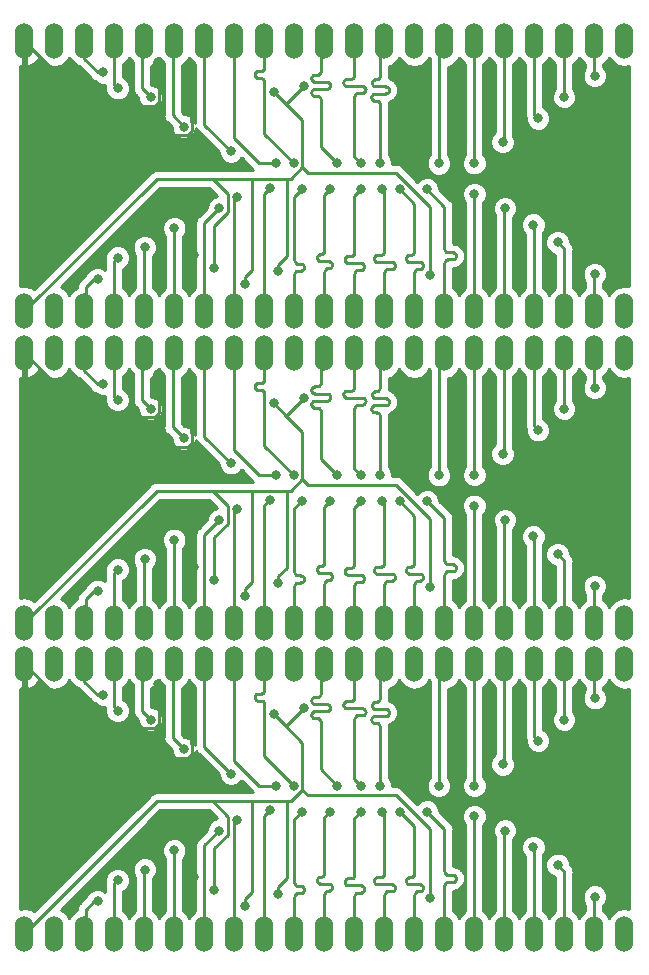
<source format=gbl>
G04 #@! TF.GenerationSoftware,KiCad,Pcbnew,(5.0.2)-1*
G04 #@! TF.CreationDate,2019-01-04T01:54:45+09:00*
G04 #@! TF.ProjectId,sdram-pane,73647261-6d2d-4706-916e-652e6b696361,v1.0*
G04 #@! TF.SameCoordinates,Original*
G04 #@! TF.FileFunction,Copper,L2,Bot*
G04 #@! TF.FilePolarity,Positive*
%FSLAX46Y46*%
G04 Gerber Fmt 4.6, Leading zero omitted, Abs format (unit mm)*
G04 Created by KiCad (PCBNEW (5.0.2)-1) date 2019/01/04 1:54:45*
%MOMM*%
%LPD*%
G01*
G04 APERTURE LIST*
G04 #@! TA.AperFunction,ComponentPad*
%ADD10O,1.524000X3.048000*%
G04 #@! TD*
G04 #@! TA.AperFunction,ViaPad*
%ADD11C,0.800000*%
G04 #@! TD*
G04 #@! TA.AperFunction,Conductor*
%ADD12C,0.250000*%
G04 #@! TD*
G04 #@! TA.AperFunction,Conductor*
%ADD13C,0.254000*%
G04 #@! TD*
G04 APERTURE END LIST*
D10*
G04 #@! TO.P,J1,1*
G04 #@! TO.N,/VDD*
X118110000Y-53340000D03*
G04 #@! TO.P,J1,2*
G04 #@! TO.N,/DQ0*
X120650000Y-53340000D03*
G04 #@! TO.P,J1,3*
G04 #@! TO.N,/DQ1*
X123190000Y-53340000D03*
G04 #@! TO.P,J1,4*
G04 #@! TO.N,/DQ2*
X125730000Y-53340000D03*
G04 #@! TO.P,J1,5*
G04 #@! TO.N,/DQ3*
X128270000Y-53340000D03*
G04 #@! TO.P,J1,6*
G04 #@! TO.N,/DQ4*
X130810000Y-53340000D03*
G04 #@! TO.P,J1,7*
G04 #@! TO.N,/DQ5*
X133350000Y-53340000D03*
G04 #@! TO.P,J1,8*
G04 #@! TO.N,/DQ6*
X135890000Y-53340000D03*
G04 #@! TO.P,J1,9*
G04 #@! TO.N,/DQ7*
X138430000Y-53340000D03*
G04 #@! TO.P,J1,10*
G04 #@! TO.N,/DQML*
X140970000Y-53340000D03*
G04 #@! TO.P,J1,11*
G04 #@! TO.N,/WE*
X143510000Y-53340000D03*
G04 #@! TO.P,J1,12*
G04 #@! TO.N,/CAS*
X146050000Y-53340000D03*
G04 #@! TO.P,J1,13*
G04 #@! TO.N,/RAS*
X148590000Y-53340000D03*
G04 #@! TO.P,J1,14*
G04 #@! TO.N,/CS*
X151130000Y-53340000D03*
G04 #@! TO.P,J1,15*
G04 #@! TO.N,/BA0*
X153670000Y-53340000D03*
G04 #@! TO.P,J1,16*
G04 #@! TO.N,/BA1*
X156210000Y-53340000D03*
G04 #@! TO.P,J1,17*
G04 #@! TO.N,/A10*
X158750000Y-53340000D03*
G04 #@! TO.P,J1,18*
G04 #@! TO.N,/A0*
X161290000Y-53340000D03*
G04 #@! TO.P,J1,19*
G04 #@! TO.N,/A1*
X163830000Y-53340000D03*
G04 #@! TO.P,J1,20*
G04 #@! TO.N,/A2*
X166370000Y-53340000D03*
G04 #@! TO.P,J1,21*
G04 #@! TO.N,/A3*
X168910000Y-53340000D03*
G04 #@! TD*
G04 #@! TO.P,J2,21*
G04 #@! TO.N,GND*
X118110000Y-30480000D03*
G04 #@! TO.P,J2,20*
G04 #@! TO.N,/DQ15*
X120650000Y-30480000D03*
G04 #@! TO.P,J2,19*
G04 #@! TO.N,/DQ14*
X123190000Y-30480000D03*
G04 #@! TO.P,J2,18*
G04 #@! TO.N,/DQ13*
X125730000Y-30480000D03*
G04 #@! TO.P,J2,17*
G04 #@! TO.N,/DQ12*
X128270000Y-30480000D03*
G04 #@! TO.P,J2,16*
G04 #@! TO.N,/DQ11*
X130810000Y-30480000D03*
G04 #@! TO.P,J2,15*
G04 #@! TO.N,/DQ10*
X133350000Y-30480000D03*
G04 #@! TO.P,J2,14*
G04 #@! TO.N,/DQ9*
X135890000Y-30480000D03*
G04 #@! TO.P,J2,13*
G04 #@! TO.N,/DQ8*
X138430000Y-30480000D03*
G04 #@! TO.P,J2,12*
G04 #@! TO.N,N/C*
X140970000Y-30480000D03*
G04 #@! TO.P,J2,11*
G04 #@! TO.N,/DQMH*
X143510000Y-30480000D03*
G04 #@! TO.P,J2,10*
G04 #@! TO.N,/CLK*
X146050000Y-30480000D03*
G04 #@! TO.P,J2,9*
G04 #@! TO.N,/CKE*
X148590000Y-30480000D03*
G04 #@! TO.P,J2,8*
G04 #@! TO.N,N/C*
X151130000Y-30480000D03*
G04 #@! TO.P,J2,7*
G04 #@! TO.N,/A11*
X153670000Y-30480000D03*
G04 #@! TO.P,J2,6*
G04 #@! TO.N,/A9*
X156210000Y-30480000D03*
G04 #@! TO.P,J2,5*
G04 #@! TO.N,/A8*
X158750000Y-30480000D03*
G04 #@! TO.P,J2,4*
G04 #@! TO.N,/A7*
X161290000Y-30480000D03*
G04 #@! TO.P,J2,3*
G04 #@! TO.N,/A6*
X163830000Y-30480000D03*
G04 #@! TO.P,J2,2*
G04 #@! TO.N,/A5*
X166370000Y-30480000D03*
G04 #@! TO.P,J2,1*
G04 #@! TO.N,/A4*
X168910000Y-30480000D03*
G04 #@! TD*
G04 #@! TO.P,J1,1*
G04 #@! TO.N,/VDD*
X118110000Y-79740000D03*
G04 #@! TO.P,J1,2*
G04 #@! TO.N,/DQ0*
X120650000Y-79740000D03*
G04 #@! TO.P,J1,3*
G04 #@! TO.N,/DQ1*
X123190000Y-79740000D03*
G04 #@! TO.P,J1,4*
G04 #@! TO.N,/DQ2*
X125730000Y-79740000D03*
G04 #@! TO.P,J1,5*
G04 #@! TO.N,/DQ3*
X128270000Y-79740000D03*
G04 #@! TO.P,J1,6*
G04 #@! TO.N,/DQ4*
X130810000Y-79740000D03*
G04 #@! TO.P,J1,7*
G04 #@! TO.N,/DQ5*
X133350000Y-79740000D03*
G04 #@! TO.P,J1,8*
G04 #@! TO.N,/DQ6*
X135890000Y-79740000D03*
G04 #@! TO.P,J1,9*
G04 #@! TO.N,/DQ7*
X138430000Y-79740000D03*
G04 #@! TO.P,J1,10*
G04 #@! TO.N,/DQML*
X140970000Y-79740000D03*
G04 #@! TO.P,J1,11*
G04 #@! TO.N,/WE*
X143510000Y-79740000D03*
G04 #@! TO.P,J1,12*
G04 #@! TO.N,/CAS*
X146050000Y-79740000D03*
G04 #@! TO.P,J1,13*
G04 #@! TO.N,/RAS*
X148590000Y-79740000D03*
G04 #@! TO.P,J1,14*
G04 #@! TO.N,/CS*
X151130000Y-79740000D03*
G04 #@! TO.P,J1,15*
G04 #@! TO.N,/BA0*
X153670000Y-79740000D03*
G04 #@! TO.P,J1,16*
G04 #@! TO.N,/BA1*
X156210000Y-79740000D03*
G04 #@! TO.P,J1,17*
G04 #@! TO.N,/A10*
X158750000Y-79740000D03*
G04 #@! TO.P,J1,18*
G04 #@! TO.N,/A0*
X161290000Y-79740000D03*
G04 #@! TO.P,J1,19*
G04 #@! TO.N,/A1*
X163830000Y-79740000D03*
G04 #@! TO.P,J1,20*
G04 #@! TO.N,/A2*
X166370000Y-79740000D03*
G04 #@! TO.P,J1,21*
G04 #@! TO.N,/A3*
X168910000Y-79740000D03*
G04 #@! TD*
G04 #@! TO.P,J2,21*
G04 #@! TO.N,GND*
X118110000Y-56880000D03*
G04 #@! TO.P,J2,20*
G04 #@! TO.N,/DQ15*
X120650000Y-56880000D03*
G04 #@! TO.P,J2,19*
G04 #@! TO.N,/DQ14*
X123190000Y-56880000D03*
G04 #@! TO.P,J2,18*
G04 #@! TO.N,/DQ13*
X125730000Y-56880000D03*
G04 #@! TO.P,J2,17*
G04 #@! TO.N,/DQ12*
X128270000Y-56880000D03*
G04 #@! TO.P,J2,16*
G04 #@! TO.N,/DQ11*
X130810000Y-56880000D03*
G04 #@! TO.P,J2,15*
G04 #@! TO.N,/DQ10*
X133350000Y-56880000D03*
G04 #@! TO.P,J2,14*
G04 #@! TO.N,/DQ9*
X135890000Y-56880000D03*
G04 #@! TO.P,J2,13*
G04 #@! TO.N,/DQ8*
X138430000Y-56880000D03*
G04 #@! TO.P,J2,12*
G04 #@! TO.N,N/C*
X140970000Y-56880000D03*
G04 #@! TO.P,J2,11*
G04 #@! TO.N,/DQMH*
X143510000Y-56880000D03*
G04 #@! TO.P,J2,10*
G04 #@! TO.N,/CLK*
X146050000Y-56880000D03*
G04 #@! TO.P,J2,9*
G04 #@! TO.N,/CKE*
X148590000Y-56880000D03*
G04 #@! TO.P,J2,8*
G04 #@! TO.N,N/C*
X151130000Y-56880000D03*
G04 #@! TO.P,J2,7*
G04 #@! TO.N,/A11*
X153670000Y-56880000D03*
G04 #@! TO.P,J2,6*
G04 #@! TO.N,/A9*
X156210000Y-56880000D03*
G04 #@! TO.P,J2,5*
G04 #@! TO.N,/A8*
X158750000Y-56880000D03*
G04 #@! TO.P,J2,4*
G04 #@! TO.N,/A7*
X161290000Y-56880000D03*
G04 #@! TO.P,J2,3*
G04 #@! TO.N,/A6*
X163830000Y-56880000D03*
G04 #@! TO.P,J2,2*
G04 #@! TO.N,/A5*
X166370000Y-56880000D03*
G04 #@! TO.P,J2,1*
G04 #@! TO.N,/A4*
X168910000Y-56880000D03*
G04 #@! TD*
G04 #@! TO.P,J1,1*
G04 #@! TO.N,/VDD*
X118110000Y-106040000D03*
G04 #@! TO.P,J1,2*
G04 #@! TO.N,/DQ0*
X120650000Y-106040000D03*
G04 #@! TO.P,J1,3*
G04 #@! TO.N,/DQ1*
X123190000Y-106040000D03*
G04 #@! TO.P,J1,4*
G04 #@! TO.N,/DQ2*
X125730000Y-106040000D03*
G04 #@! TO.P,J1,5*
G04 #@! TO.N,/DQ3*
X128270000Y-106040000D03*
G04 #@! TO.P,J1,6*
G04 #@! TO.N,/DQ4*
X130810000Y-106040000D03*
G04 #@! TO.P,J1,7*
G04 #@! TO.N,/DQ5*
X133350000Y-106040000D03*
G04 #@! TO.P,J1,8*
G04 #@! TO.N,/DQ6*
X135890000Y-106040000D03*
G04 #@! TO.P,J1,9*
G04 #@! TO.N,/DQ7*
X138430000Y-106040000D03*
G04 #@! TO.P,J1,10*
G04 #@! TO.N,/DQML*
X140970000Y-106040000D03*
G04 #@! TO.P,J1,11*
G04 #@! TO.N,/WE*
X143510000Y-106040000D03*
G04 #@! TO.P,J1,12*
G04 #@! TO.N,/CAS*
X146050000Y-106040000D03*
G04 #@! TO.P,J1,13*
G04 #@! TO.N,/RAS*
X148590000Y-106040000D03*
G04 #@! TO.P,J1,14*
G04 #@! TO.N,/CS*
X151130000Y-106040000D03*
G04 #@! TO.P,J1,15*
G04 #@! TO.N,/BA0*
X153670000Y-106040000D03*
G04 #@! TO.P,J1,16*
G04 #@! TO.N,/BA1*
X156210000Y-106040000D03*
G04 #@! TO.P,J1,17*
G04 #@! TO.N,/A10*
X158750000Y-106040000D03*
G04 #@! TO.P,J1,18*
G04 #@! TO.N,/A0*
X161290000Y-106040000D03*
G04 #@! TO.P,J1,19*
G04 #@! TO.N,/A1*
X163830000Y-106040000D03*
G04 #@! TO.P,J1,20*
G04 #@! TO.N,/A2*
X166370000Y-106040000D03*
G04 #@! TO.P,J1,21*
G04 #@! TO.N,/A3*
X168910000Y-106040000D03*
G04 #@! TD*
G04 #@! TO.P,J2,21*
G04 #@! TO.N,GND*
X118110000Y-83180000D03*
G04 #@! TO.P,J2,20*
G04 #@! TO.N,/DQ15*
X120650000Y-83180000D03*
G04 #@! TO.P,J2,19*
G04 #@! TO.N,/DQ14*
X123190000Y-83180000D03*
G04 #@! TO.P,J2,18*
G04 #@! TO.N,/DQ13*
X125730000Y-83180000D03*
G04 #@! TO.P,J2,17*
G04 #@! TO.N,/DQ12*
X128270000Y-83180000D03*
G04 #@! TO.P,J2,16*
G04 #@! TO.N,/DQ11*
X130810000Y-83180000D03*
G04 #@! TO.P,J2,15*
G04 #@! TO.N,/DQ10*
X133350000Y-83180000D03*
G04 #@! TO.P,J2,14*
G04 #@! TO.N,/DQ9*
X135890000Y-83180000D03*
G04 #@! TO.P,J2,13*
G04 #@! TO.N,/DQ8*
X138430000Y-83180000D03*
G04 #@! TO.P,J2,12*
G04 #@! TO.N,N/C*
X140970000Y-83180000D03*
G04 #@! TO.P,J2,11*
G04 #@! TO.N,/DQMH*
X143510000Y-83180000D03*
G04 #@! TO.P,J2,10*
G04 #@! TO.N,/CLK*
X146050000Y-83180000D03*
G04 #@! TO.P,J2,9*
G04 #@! TO.N,/CKE*
X148590000Y-83180000D03*
G04 #@! TO.P,J2,8*
G04 #@! TO.N,N/C*
X151130000Y-83180000D03*
G04 #@! TO.P,J2,7*
G04 #@! TO.N,/A11*
X153670000Y-83180000D03*
G04 #@! TO.P,J2,6*
G04 #@! TO.N,/A9*
X156210000Y-83180000D03*
G04 #@! TO.P,J2,5*
G04 #@! TO.N,/A8*
X158750000Y-83180000D03*
G04 #@! TO.P,J2,4*
G04 #@! TO.N,/A7*
X161290000Y-83180000D03*
G04 #@! TO.P,J2,3*
G04 #@! TO.N,/A6*
X163830000Y-83180000D03*
G04 #@! TO.P,J2,2*
G04 #@! TO.N,/A5*
X166370000Y-83180000D03*
G04 #@! TO.P,J2,1*
G04 #@! TO.N,/A4*
X168910000Y-83180000D03*
G04 #@! TD*
D11*
G04 #@! TO.N,/VDD*
X141776400Y-34237400D03*
X152437400Y-50288600D03*
X139204700Y-34738100D03*
X136800000Y-51000000D03*
X134200000Y-49650000D03*
X139550000Y-49950000D03*
X141776400Y-60637400D03*
X152437400Y-76688600D03*
X139204700Y-61138100D03*
X136800000Y-77400000D03*
X134200000Y-76050000D03*
X139550000Y-76350000D03*
X141776400Y-86937400D03*
X152437400Y-102988600D03*
X139204700Y-87438100D03*
X136800000Y-103700000D03*
X134200000Y-102350000D03*
X139550000Y-102650000D03*
G04 #@! TO.N,GND*
X157408800Y-34442900D03*
X157480000Y-48940600D03*
X129439500Y-32222700D03*
X132200000Y-33800000D03*
X132450000Y-48550000D03*
X131800000Y-43700000D03*
X126200000Y-39400000D03*
X164190000Y-40040000D03*
X151200000Y-33300000D03*
X157408800Y-60842900D03*
X157480000Y-75340600D03*
X129439500Y-58622700D03*
X132200000Y-60200000D03*
X132450000Y-74950000D03*
X131800000Y-70100000D03*
X126200000Y-65800000D03*
X164190000Y-66440000D03*
X151200000Y-59700000D03*
X157408800Y-87142900D03*
X157480000Y-101640600D03*
X129439500Y-84922700D03*
X132200000Y-86500000D03*
X132450000Y-101250000D03*
X131800000Y-96400000D03*
X126200000Y-92100000D03*
X164190000Y-92740000D03*
X151200000Y-86000000D03*
G04 #@! TO.N,/DQ1*
X124300000Y-50600000D03*
X124300000Y-77000000D03*
X124300000Y-103300000D03*
G04 #@! TO.N,/DQ2*
X126000000Y-48800000D03*
X126000000Y-75200000D03*
X126000000Y-101500000D03*
G04 #@! TO.N,/DQ3*
X128300000Y-47900000D03*
X128300000Y-74300000D03*
X128300000Y-100600000D03*
G04 #@! TO.N,/DQ4*
X130787340Y-46287340D03*
X130787340Y-72687340D03*
X130787340Y-98987340D03*
G04 #@! TO.N,/DQ5*
X134600000Y-44600000D03*
X134600000Y-71000000D03*
X134600000Y-97300000D03*
G04 #@! TO.N,/DQ6*
X136100000Y-43700000D03*
X136100000Y-70100000D03*
X136100000Y-96400000D03*
G04 #@! TO.N,/DQ7*
X138900000Y-42900000D03*
X138900000Y-69300000D03*
X138900000Y-95600000D03*
G04 #@! TO.N,/DQML*
X141600000Y-43000000D03*
X141600000Y-69400000D03*
X141600000Y-95700000D03*
G04 #@! TO.N,/WE*
X144000000Y-43000000D03*
X144000000Y-69400000D03*
X144000000Y-95700000D03*
G04 #@! TO.N,/CAS*
X146600000Y-43000000D03*
X146600000Y-69400000D03*
X146600000Y-95700000D03*
G04 #@! TO.N,/RAS*
X148400000Y-43000000D03*
X148400000Y-69400000D03*
X148400000Y-95700000D03*
G04 #@! TO.N,/CS*
X149900000Y-43000000D03*
X149900000Y-69400000D03*
X149900000Y-95700000D03*
G04 #@! TO.N,/BA0*
X152200000Y-43000000D03*
X152200000Y-69400000D03*
X152200000Y-95700000D03*
G04 #@! TO.N,/BA1*
X156200000Y-43400000D03*
X156200000Y-69800000D03*
X156200000Y-96100000D03*
G04 #@! TO.N,/A10*
X158800000Y-44600000D03*
X158800000Y-71000000D03*
X158800000Y-97300000D03*
G04 #@! TO.N,/A0*
X161200000Y-46000000D03*
X161200000Y-72400000D03*
X161200000Y-98700000D03*
G04 #@! TO.N,/A1*
X163250000Y-47500000D03*
X163250000Y-73900000D03*
X163250000Y-100200000D03*
G04 #@! TO.N,/A2*
X166400000Y-50200000D03*
X166400000Y-76600000D03*
X166400000Y-102900000D03*
G04 #@! TO.N,/DQ14*
X124800000Y-33100000D03*
X124800000Y-59500000D03*
X124800000Y-85800000D03*
G04 #@! TO.N,/DQ13*
X126000000Y-34450000D03*
X126000000Y-60850000D03*
X126000000Y-87150000D03*
G04 #@! TO.N,/DQ12*
X128800000Y-35200000D03*
X128800000Y-61600000D03*
X128800000Y-87900000D03*
G04 #@! TO.N,/DQ11*
X131600000Y-37700000D03*
X131600000Y-64100000D03*
X131600000Y-90400000D03*
G04 #@! TO.N,/DQ10*
X135600000Y-39800000D03*
X135600000Y-66200000D03*
X135600000Y-92500000D03*
G04 #@! TO.N,/DQ9*
X139400000Y-40800000D03*
X139400000Y-67200000D03*
X139400000Y-93500000D03*
G04 #@! TO.N,/DQ8*
X140900000Y-40800000D03*
X140900000Y-67200000D03*
X140900000Y-93500000D03*
G04 #@! TO.N,/DQMH*
X144600000Y-40800000D03*
X144600000Y-67200000D03*
X144600000Y-93500000D03*
G04 #@! TO.N,/CLK*
X146600000Y-40800000D03*
X146600000Y-67200000D03*
X146600000Y-93500000D03*
G04 #@! TO.N,/CKE*
X148200000Y-40800000D03*
X148200000Y-67200000D03*
X148200000Y-93500000D03*
G04 #@! TO.N,/A11*
X153187000Y-40812700D03*
X153187000Y-67212700D03*
X153187000Y-93512700D03*
G04 #@! TO.N,/A9*
X156200000Y-40800000D03*
X156200000Y-67200000D03*
X156200000Y-93500000D03*
G04 #@! TO.N,/A8*
X158600000Y-39000000D03*
X158600000Y-65400000D03*
X158600000Y-91700000D03*
G04 #@! TO.N,/A7*
X161600000Y-37000000D03*
X161600000Y-63400000D03*
X161600000Y-89700000D03*
G04 #@! TO.N,/A6*
X163800000Y-35200000D03*
X163800000Y-61600000D03*
X163800000Y-87900000D03*
G04 #@! TO.N,/A5*
X166400000Y-33400000D03*
X166400000Y-59800000D03*
X166400000Y-86100000D03*
G04 #@! TD*
D12*
G04 #@! TO.N,/VDD*
X141625400Y-41148200D02*
X140635700Y-42137900D01*
X129312100Y-42137900D02*
X118110000Y-53340000D01*
X140241000Y-35772800D02*
X141776400Y-34237400D01*
X141625400Y-41148200D02*
X141625400Y-37157200D01*
X141625400Y-37157200D02*
X140241000Y-35772800D01*
X140241000Y-35772800D02*
X140239400Y-35772800D01*
X140239400Y-35772800D02*
X139204700Y-34738100D01*
X141625400Y-41148200D02*
X142092800Y-41615600D01*
X142092800Y-41615600D02*
X149550900Y-41615600D01*
X149550900Y-41615600D02*
X152437400Y-44502100D01*
X152437400Y-44502100D02*
X152437400Y-50288600D01*
X137400000Y-49834315D02*
X137400000Y-42137900D01*
X136800000Y-50434315D02*
X137400000Y-49834315D01*
X136800000Y-51000000D02*
X136800000Y-50434315D01*
X139636800Y-42137900D02*
X137400000Y-42137900D01*
X135325001Y-43412901D02*
X134050000Y-42137900D01*
X135325001Y-44948001D02*
X135325001Y-43412901D01*
X134200000Y-46073002D02*
X135325001Y-44948001D01*
X134200000Y-49650000D02*
X134200000Y-46073002D01*
X137400000Y-42137900D02*
X134050000Y-42137900D01*
X134050000Y-42137900D02*
X129312100Y-42137900D01*
X140300000Y-48634315D02*
X140300000Y-42137900D01*
X139550000Y-49384315D02*
X140300000Y-48634315D01*
X139550000Y-49950000D02*
X139550000Y-49384315D01*
X140635700Y-42137900D02*
X140300000Y-42137900D01*
X140300000Y-42137900D02*
X139636800Y-42137900D01*
X141625400Y-67548200D02*
X140635700Y-68537900D01*
X129312100Y-68537900D02*
X118110000Y-79740000D01*
X140241000Y-62172800D02*
X141776400Y-60637400D01*
X141625400Y-67548200D02*
X141625400Y-63557200D01*
X141625400Y-63557200D02*
X140241000Y-62172800D01*
X140241000Y-62172800D02*
X140239400Y-62172800D01*
X140239400Y-62172800D02*
X139204700Y-61138100D01*
X141625400Y-67548200D02*
X142092800Y-68015600D01*
X142092800Y-68015600D02*
X149550900Y-68015600D01*
X149550900Y-68015600D02*
X152437400Y-70902100D01*
X152437400Y-70902100D02*
X152437400Y-76688600D01*
X137400000Y-76234315D02*
X137400000Y-68537900D01*
X136800000Y-76834315D02*
X137400000Y-76234315D01*
X136800000Y-77400000D02*
X136800000Y-76834315D01*
X139636800Y-68537900D02*
X137400000Y-68537900D01*
X135325001Y-69812901D02*
X134050000Y-68537900D01*
X135325001Y-71348001D02*
X135325001Y-69812901D01*
X134200000Y-72473002D02*
X135325001Y-71348001D01*
X134200000Y-76050000D02*
X134200000Y-72473002D01*
X137400000Y-68537900D02*
X134050000Y-68537900D01*
X134050000Y-68537900D02*
X129312100Y-68537900D01*
X140300000Y-75034315D02*
X140300000Y-68537900D01*
X139550000Y-75784315D02*
X140300000Y-75034315D01*
X139550000Y-76350000D02*
X139550000Y-75784315D01*
X140635700Y-68537900D02*
X140300000Y-68537900D01*
X140300000Y-68537900D02*
X139636800Y-68537900D01*
X141625400Y-93848200D02*
X140635700Y-94837900D01*
X129312100Y-94837900D02*
X118110000Y-106040000D01*
X140241000Y-88472800D02*
X141776400Y-86937400D01*
X141625400Y-93848200D02*
X141625400Y-89857200D01*
X141625400Y-89857200D02*
X140241000Y-88472800D01*
X140241000Y-88472800D02*
X140239400Y-88472800D01*
X140239400Y-88472800D02*
X139204700Y-87438100D01*
X141625400Y-93848200D02*
X142092800Y-94315600D01*
X142092800Y-94315600D02*
X149550900Y-94315600D01*
X149550900Y-94315600D02*
X152437400Y-97202100D01*
X152437400Y-97202100D02*
X152437400Y-102988600D01*
X137400000Y-102534315D02*
X137400000Y-94837900D01*
X136800000Y-103134315D02*
X137400000Y-102534315D01*
X136800000Y-103700000D02*
X136800000Y-103134315D01*
X139636800Y-94837900D02*
X137400000Y-94837900D01*
X135325001Y-96112901D02*
X134050000Y-94837900D01*
X135325001Y-97648001D02*
X135325001Y-96112901D01*
X134200000Y-98773002D02*
X135325001Y-97648001D01*
X134200000Y-102350000D02*
X134200000Y-98773002D01*
X137400000Y-94837900D02*
X134050000Y-94837900D01*
X134050000Y-94837900D02*
X129312100Y-94837900D01*
X140300000Y-101334315D02*
X140300000Y-94837900D01*
X139550000Y-102084315D02*
X140300000Y-101334315D01*
X139550000Y-102650000D02*
X139550000Y-102084315D01*
X140635700Y-94837900D02*
X140300000Y-94837900D01*
X140300000Y-94837900D02*
X139636800Y-94837900D01*
G04 #@! TO.N,GND*
X157408800Y-34442900D02*
X157480000Y-34514100D01*
X118110000Y-30480000D02*
X123555400Y-35925400D01*
X129142500Y-35925400D02*
X129525400Y-35542500D01*
X129525400Y-35542500D02*
X129525400Y-32308600D01*
X129525400Y-32308600D02*
X129439500Y-32222700D01*
X129499601Y-38425001D02*
X127000000Y-35925400D01*
X132325001Y-38048001D02*
X131948001Y-38425001D01*
X132200000Y-37226998D02*
X132325001Y-37351999D01*
X132200000Y-33800000D02*
X132200000Y-37226998D01*
X123555400Y-35925400D02*
X127000000Y-35925400D01*
X131948001Y-38425001D02*
X129499601Y-38425001D01*
X132325001Y-37351999D02*
X132325001Y-38048001D01*
X127000000Y-35925400D02*
X129142500Y-35925400D01*
X132450000Y-48550000D02*
X132450000Y-44350000D01*
X132450000Y-44350000D02*
X131800000Y-43700000D01*
X126200000Y-36725400D02*
X127000000Y-35925400D01*
X126200000Y-39400000D02*
X126200000Y-36725400D01*
X162370000Y-41860000D02*
X164190000Y-40040000D01*
X157480000Y-41860000D02*
X162370000Y-41860000D01*
X157480000Y-41860000D02*
X157480000Y-48940600D01*
X157480000Y-34514100D02*
X157480000Y-41860000D01*
X157408800Y-60842900D02*
X157480000Y-60914100D01*
X118110000Y-56880000D02*
X123555400Y-62325400D01*
X129142500Y-62325400D02*
X129525400Y-61942500D01*
X129525400Y-61942500D02*
X129525400Y-58708600D01*
X129525400Y-58708600D02*
X129439500Y-58622700D01*
X129499601Y-64825001D02*
X127000000Y-62325400D01*
X132325001Y-64448001D02*
X131948001Y-64825001D01*
X132200000Y-63626998D02*
X132325001Y-63751999D01*
X132200000Y-60200000D02*
X132200000Y-63626998D01*
X123555400Y-62325400D02*
X127000000Y-62325400D01*
X131948001Y-64825001D02*
X129499601Y-64825001D01*
X132325001Y-63751999D02*
X132325001Y-64448001D01*
X127000000Y-62325400D02*
X129142500Y-62325400D01*
X132450000Y-74950000D02*
X132450000Y-70750000D01*
X132450000Y-70750000D02*
X131800000Y-70100000D01*
X126200000Y-63125400D02*
X127000000Y-62325400D01*
X126200000Y-65800000D02*
X126200000Y-63125400D01*
X162370000Y-68260000D02*
X164190000Y-66440000D01*
X157480000Y-68260000D02*
X162370000Y-68260000D01*
X157480000Y-68260000D02*
X157480000Y-75340600D01*
X157480000Y-60914100D02*
X157480000Y-68260000D01*
X157408800Y-87142900D02*
X157480000Y-87214100D01*
X118110000Y-83180000D02*
X123555400Y-88625400D01*
X129142500Y-88625400D02*
X129525400Y-88242500D01*
X129525400Y-88242500D02*
X129525400Y-85008600D01*
X129525400Y-85008600D02*
X129439500Y-84922700D01*
X129499601Y-91125001D02*
X127000000Y-88625400D01*
X132325001Y-90748001D02*
X131948001Y-91125001D01*
X132200000Y-89926998D02*
X132325001Y-90051999D01*
X132200000Y-86500000D02*
X132200000Y-89926998D01*
X123555400Y-88625400D02*
X127000000Y-88625400D01*
X131948001Y-91125001D02*
X129499601Y-91125001D01*
X132325001Y-90051999D02*
X132325001Y-90748001D01*
X127000000Y-88625400D02*
X129142500Y-88625400D01*
X132450000Y-101250000D02*
X132450000Y-97050000D01*
X132450000Y-97050000D02*
X131800000Y-96400000D01*
X126200000Y-89425400D02*
X127000000Y-88625400D01*
X126200000Y-92100000D02*
X126200000Y-89425400D01*
X162370000Y-94560000D02*
X164190000Y-92740000D01*
X157480000Y-94560000D02*
X162370000Y-94560000D01*
X157480000Y-94560000D02*
X157480000Y-101640600D01*
X157480000Y-87214100D02*
X157480000Y-94560000D01*
G04 #@! TO.N,/DQ0*
X120650000Y-53340000D02*
X120650000Y-52850000D01*
X120650000Y-79740000D02*
X120650000Y-79250000D01*
X120650000Y-106040000D02*
X120650000Y-105550000D01*
G04 #@! TO.N,/DQ1*
X123190000Y-53340000D02*
X123190000Y-52578000D01*
X123190000Y-52578000D02*
X123300000Y-52468000D01*
X123300000Y-52468000D02*
X123300000Y-51300000D01*
X123300000Y-51300000D02*
X124000000Y-50600000D01*
X124000000Y-50600000D02*
X124300000Y-50600000D01*
X123190000Y-79740000D02*
X123190000Y-78978000D01*
X123190000Y-78978000D02*
X123300000Y-78868000D01*
X123300000Y-78868000D02*
X123300000Y-77700000D01*
X123300000Y-77700000D02*
X124000000Y-77000000D01*
X124000000Y-77000000D02*
X124300000Y-77000000D01*
X123190000Y-106040000D02*
X123190000Y-105278000D01*
X123190000Y-105278000D02*
X123300000Y-105168000D01*
X123300000Y-105168000D02*
X123300000Y-104000000D01*
X123300000Y-104000000D02*
X124000000Y-103300000D01*
X124000000Y-103300000D02*
X124300000Y-103300000D01*
G04 #@! TO.N,/DQ2*
X125730000Y-53340000D02*
X125730000Y-49070000D01*
X125730000Y-49070000D02*
X126000000Y-48800000D01*
X125730000Y-79740000D02*
X125730000Y-75470000D01*
X125730000Y-75470000D02*
X126000000Y-75200000D01*
X125730000Y-106040000D02*
X125730000Y-101770000D01*
X125730000Y-101770000D02*
X126000000Y-101500000D01*
G04 #@! TO.N,/DQ3*
X128270000Y-53340000D02*
X128270000Y-47930000D01*
X128270000Y-47930000D02*
X128300000Y-47900000D01*
X128270000Y-79740000D02*
X128270000Y-74330000D01*
X128270000Y-74330000D02*
X128300000Y-74300000D01*
X128270000Y-106040000D02*
X128270000Y-100630000D01*
X128270000Y-100630000D02*
X128300000Y-100600000D01*
G04 #@! TO.N,/DQ4*
X130810000Y-46310000D02*
X130787340Y-46287340D01*
X130810000Y-53340000D02*
X130810000Y-46310000D01*
X130810000Y-72710000D02*
X130787340Y-72687340D01*
X130810000Y-79740000D02*
X130810000Y-72710000D01*
X130810000Y-99010000D02*
X130787340Y-98987340D01*
X130810000Y-106040000D02*
X130810000Y-99010000D01*
G04 #@! TO.N,/DQ5*
X133350000Y-53340000D02*
X133350000Y-45850000D01*
X133350000Y-45850000D02*
X134600000Y-44600000D01*
X133350000Y-79740000D02*
X133350000Y-72250000D01*
X133350000Y-72250000D02*
X134600000Y-71000000D01*
X133350000Y-106040000D02*
X133350000Y-98550000D01*
X133350000Y-98550000D02*
X134600000Y-97300000D01*
G04 #@! TO.N,/DQ6*
X135890000Y-53340000D02*
X135890000Y-43910000D01*
X135890000Y-43910000D02*
X136100000Y-43700000D01*
X135890000Y-79740000D02*
X135890000Y-70310000D01*
X135890000Y-70310000D02*
X136100000Y-70100000D01*
X135890000Y-106040000D02*
X135890000Y-96610000D01*
X135890000Y-96610000D02*
X136100000Y-96400000D01*
G04 #@! TO.N,/DQ7*
X138430000Y-53340000D02*
X138430000Y-43370000D01*
X138430000Y-43370000D02*
X138900000Y-42900000D01*
X138430000Y-79740000D02*
X138430000Y-69770000D01*
X138430000Y-69770000D02*
X138900000Y-69300000D01*
X138430000Y-106040000D02*
X138430000Y-96070000D01*
X138430000Y-96070000D02*
X138900000Y-95600000D01*
G04 #@! TO.N,/DQML*
X140970000Y-53340000D02*
X140970000Y-50200000D01*
X140970000Y-50200000D02*
X140978000Y-50133200D01*
X140978000Y-50133200D02*
X141000000Y-50069800D01*
X141000000Y-50069800D02*
X141035000Y-50013000D01*
X141035000Y-50013000D02*
X141083000Y-49965400D01*
X141083000Y-49965400D02*
X141140000Y-49929700D01*
X141140000Y-49929700D02*
X141203000Y-49907500D01*
X141203000Y-49907500D02*
X141270000Y-49900000D01*
X141270000Y-49900000D02*
X141480000Y-49900000D01*
X141480000Y-49900000D02*
X141547000Y-49892500D01*
X141547000Y-49892500D02*
X141610000Y-49870300D01*
X141610000Y-49870300D02*
X141667000Y-49834500D01*
X141667000Y-49834500D02*
X141714000Y-49787000D01*
X141714000Y-49787000D02*
X141750000Y-49730200D01*
X141750000Y-49730200D02*
X141772000Y-49666800D01*
X141772000Y-49666800D02*
X141780000Y-49600000D01*
X141780000Y-49600000D02*
X141772000Y-49533200D01*
X141772000Y-49533200D02*
X141750000Y-49469800D01*
X141750000Y-49469800D02*
X141714000Y-49413000D01*
X141714000Y-49413000D02*
X141667000Y-49365400D01*
X141667000Y-49365400D02*
X141610000Y-49329700D01*
X141610000Y-49329700D02*
X141547000Y-49307500D01*
X141547000Y-49307500D02*
X141480000Y-49300000D01*
X141480000Y-49300000D02*
X141270000Y-49300000D01*
X141270000Y-49300000D02*
X141203000Y-49292500D01*
X141203000Y-49292500D02*
X141140000Y-49270300D01*
X141140000Y-49270300D02*
X141083000Y-49234500D01*
X141083000Y-49234500D02*
X141035000Y-49187000D01*
X141035000Y-49187000D02*
X141000000Y-49130200D01*
X141000000Y-49130200D02*
X140978000Y-49066800D01*
X140978000Y-49066800D02*
X140970000Y-49000000D01*
X140970000Y-49000000D02*
X140970000Y-43630000D01*
X140970000Y-43630000D02*
X141600000Y-43000000D01*
X140970000Y-79740000D02*
X140970000Y-76600000D01*
X140970000Y-76600000D02*
X140978000Y-76533200D01*
X140978000Y-76533200D02*
X141000000Y-76469800D01*
X141000000Y-76469800D02*
X141035000Y-76413000D01*
X141035000Y-76413000D02*
X141083000Y-76365400D01*
X141083000Y-76365400D02*
X141140000Y-76329700D01*
X141140000Y-76329700D02*
X141203000Y-76307500D01*
X141203000Y-76307500D02*
X141270000Y-76300000D01*
X141270000Y-76300000D02*
X141480000Y-76300000D01*
X141480000Y-76300000D02*
X141547000Y-76292500D01*
X141547000Y-76292500D02*
X141610000Y-76270300D01*
X141610000Y-76270300D02*
X141667000Y-76234500D01*
X141667000Y-76234500D02*
X141714000Y-76187000D01*
X141714000Y-76187000D02*
X141750000Y-76130200D01*
X141750000Y-76130200D02*
X141772000Y-76066800D01*
X141772000Y-76066800D02*
X141780000Y-76000000D01*
X141780000Y-76000000D02*
X141772000Y-75933200D01*
X141772000Y-75933200D02*
X141750000Y-75869800D01*
X141750000Y-75869800D02*
X141714000Y-75813000D01*
X141714000Y-75813000D02*
X141667000Y-75765400D01*
X141667000Y-75765400D02*
X141610000Y-75729700D01*
X141610000Y-75729700D02*
X141547000Y-75707500D01*
X141547000Y-75707500D02*
X141480000Y-75700000D01*
X141480000Y-75700000D02*
X141270000Y-75700000D01*
X141270000Y-75700000D02*
X141203000Y-75692500D01*
X141203000Y-75692500D02*
X141140000Y-75670300D01*
X141140000Y-75670300D02*
X141083000Y-75634500D01*
X141083000Y-75634500D02*
X141035000Y-75587000D01*
X141035000Y-75587000D02*
X141000000Y-75530200D01*
X141000000Y-75530200D02*
X140978000Y-75466800D01*
X140978000Y-75466800D02*
X140970000Y-75400000D01*
X140970000Y-75400000D02*
X140970000Y-70030000D01*
X140970000Y-70030000D02*
X141600000Y-69400000D01*
X140970000Y-106040000D02*
X140970000Y-102900000D01*
X140970000Y-102900000D02*
X140978000Y-102833200D01*
X140978000Y-102833200D02*
X141000000Y-102769800D01*
X141000000Y-102769800D02*
X141035000Y-102713000D01*
X141035000Y-102713000D02*
X141083000Y-102665400D01*
X141083000Y-102665400D02*
X141140000Y-102629700D01*
X141140000Y-102629700D02*
X141203000Y-102607500D01*
X141203000Y-102607500D02*
X141270000Y-102600000D01*
X141270000Y-102600000D02*
X141480000Y-102600000D01*
X141480000Y-102600000D02*
X141547000Y-102592500D01*
X141547000Y-102592500D02*
X141610000Y-102570300D01*
X141610000Y-102570300D02*
X141667000Y-102534500D01*
X141667000Y-102534500D02*
X141714000Y-102487000D01*
X141714000Y-102487000D02*
X141750000Y-102430200D01*
X141750000Y-102430200D02*
X141772000Y-102366800D01*
X141772000Y-102366800D02*
X141780000Y-102300000D01*
X141780000Y-102300000D02*
X141772000Y-102233200D01*
X141772000Y-102233200D02*
X141750000Y-102169800D01*
X141750000Y-102169800D02*
X141714000Y-102113000D01*
X141714000Y-102113000D02*
X141667000Y-102065400D01*
X141667000Y-102065400D02*
X141610000Y-102029700D01*
X141610000Y-102029700D02*
X141547000Y-102007500D01*
X141547000Y-102007500D02*
X141480000Y-102000000D01*
X141480000Y-102000000D02*
X141270000Y-102000000D01*
X141270000Y-102000000D02*
X141203000Y-101992500D01*
X141203000Y-101992500D02*
X141140000Y-101970300D01*
X141140000Y-101970300D02*
X141083000Y-101934500D01*
X141083000Y-101934500D02*
X141035000Y-101887000D01*
X141035000Y-101887000D02*
X141000000Y-101830200D01*
X141000000Y-101830200D02*
X140978000Y-101766800D01*
X140978000Y-101766800D02*
X140970000Y-101700000D01*
X140970000Y-101700000D02*
X140970000Y-96330000D01*
X140970000Y-96330000D02*
X141600000Y-95700000D01*
G04 #@! TO.N,/WE*
X143510000Y-53340000D02*
X143510000Y-50000000D01*
X143510000Y-50000000D02*
X143518000Y-49933200D01*
X143518000Y-49933200D02*
X143540000Y-49869800D01*
X143540000Y-49869800D02*
X143575000Y-49813000D01*
X143575000Y-49813000D02*
X143623000Y-49765400D01*
X143623000Y-49765400D02*
X143680000Y-49729700D01*
X143680000Y-49729700D02*
X143743000Y-49707500D01*
X143743000Y-49707500D02*
X143810000Y-49700000D01*
X143810000Y-49700000D02*
X143860000Y-49700000D01*
X143860000Y-49700000D02*
X143927000Y-49692500D01*
X143927000Y-49692500D02*
X143990000Y-49670300D01*
X143990000Y-49670300D02*
X144047000Y-49634500D01*
X144047000Y-49634500D02*
X144095000Y-49587000D01*
X144095000Y-49587000D02*
X144130000Y-49530200D01*
X144130000Y-49530200D02*
X144152000Y-49466800D01*
X144152000Y-49466800D02*
X144160000Y-49400000D01*
X144160000Y-49400000D02*
X144152000Y-49333200D01*
X144152000Y-49333200D02*
X144130000Y-49269800D01*
X144130000Y-49269800D02*
X144095000Y-49213000D01*
X144095000Y-49213000D02*
X144047000Y-49165400D01*
X144047000Y-49165400D02*
X143990000Y-49129700D01*
X143990000Y-49129700D02*
X143927000Y-49107500D01*
X143927000Y-49107500D02*
X143860000Y-49100000D01*
X143860000Y-49100000D02*
X143160000Y-49100000D01*
X143160000Y-49100000D02*
X143093000Y-49092500D01*
X143093000Y-49092500D02*
X143030000Y-49070300D01*
X143030000Y-49070300D02*
X142973000Y-49034500D01*
X142973000Y-49034500D02*
X142925000Y-48987000D01*
X142925000Y-48987000D02*
X142890000Y-48930200D01*
X142890000Y-48930200D02*
X142868000Y-48866800D01*
X142868000Y-48866800D02*
X142860000Y-48800000D01*
X142860000Y-48800000D02*
X142868000Y-48733200D01*
X142868000Y-48733200D02*
X142890000Y-48669800D01*
X142890000Y-48669800D02*
X142925000Y-48613000D01*
X142925000Y-48613000D02*
X142973000Y-48565400D01*
X142973000Y-48565400D02*
X143030000Y-48529700D01*
X143030000Y-48529700D02*
X143093000Y-48507500D01*
X143093000Y-48507500D02*
X143160000Y-48500000D01*
X143160000Y-48500000D02*
X143210000Y-48500000D01*
X143210000Y-48500000D02*
X143277000Y-48492500D01*
X143277000Y-48492500D02*
X143340000Y-48470300D01*
X143340000Y-48470300D02*
X143397000Y-48434500D01*
X143397000Y-48434500D02*
X143445000Y-48387000D01*
X143445000Y-48387000D02*
X143480000Y-48330200D01*
X143480000Y-48330200D02*
X143502000Y-48266800D01*
X143502000Y-48266800D02*
X143510000Y-48200000D01*
X143510000Y-48200000D02*
X143510000Y-43490000D01*
X143510000Y-43490000D02*
X144000000Y-43000000D01*
X143510000Y-79740000D02*
X143510000Y-76400000D01*
X143510000Y-76400000D02*
X143518000Y-76333200D01*
X143518000Y-76333200D02*
X143540000Y-76269800D01*
X143540000Y-76269800D02*
X143575000Y-76213000D01*
X143575000Y-76213000D02*
X143623000Y-76165400D01*
X143623000Y-76165400D02*
X143680000Y-76129700D01*
X143680000Y-76129700D02*
X143743000Y-76107500D01*
X143743000Y-76107500D02*
X143810000Y-76100000D01*
X143810000Y-76100000D02*
X143860000Y-76100000D01*
X143860000Y-76100000D02*
X143927000Y-76092500D01*
X143927000Y-76092500D02*
X143990000Y-76070300D01*
X143990000Y-76070300D02*
X144047000Y-76034500D01*
X144047000Y-76034500D02*
X144095000Y-75987000D01*
X144095000Y-75987000D02*
X144130000Y-75930200D01*
X144130000Y-75930200D02*
X144152000Y-75866800D01*
X144152000Y-75866800D02*
X144160000Y-75800000D01*
X144160000Y-75800000D02*
X144152000Y-75733200D01*
X144152000Y-75733200D02*
X144130000Y-75669800D01*
X144130000Y-75669800D02*
X144095000Y-75613000D01*
X144095000Y-75613000D02*
X144047000Y-75565400D01*
X144047000Y-75565400D02*
X143990000Y-75529700D01*
X143990000Y-75529700D02*
X143927000Y-75507500D01*
X143927000Y-75507500D02*
X143860000Y-75500000D01*
X143860000Y-75500000D02*
X143160000Y-75500000D01*
X143160000Y-75500000D02*
X143093000Y-75492500D01*
X143093000Y-75492500D02*
X143030000Y-75470300D01*
X143030000Y-75470300D02*
X142973000Y-75434500D01*
X142973000Y-75434500D02*
X142925000Y-75387000D01*
X142925000Y-75387000D02*
X142890000Y-75330200D01*
X142890000Y-75330200D02*
X142868000Y-75266800D01*
X142868000Y-75266800D02*
X142860000Y-75200000D01*
X142860000Y-75200000D02*
X142868000Y-75133200D01*
X142868000Y-75133200D02*
X142890000Y-75069800D01*
X142890000Y-75069800D02*
X142925000Y-75013000D01*
X142925000Y-75013000D02*
X142973000Y-74965400D01*
X142973000Y-74965400D02*
X143030000Y-74929700D01*
X143030000Y-74929700D02*
X143093000Y-74907500D01*
X143093000Y-74907500D02*
X143160000Y-74900000D01*
X143160000Y-74900000D02*
X143210000Y-74900000D01*
X143210000Y-74900000D02*
X143277000Y-74892500D01*
X143277000Y-74892500D02*
X143340000Y-74870300D01*
X143340000Y-74870300D02*
X143397000Y-74834500D01*
X143397000Y-74834500D02*
X143445000Y-74787000D01*
X143445000Y-74787000D02*
X143480000Y-74730200D01*
X143480000Y-74730200D02*
X143502000Y-74666800D01*
X143502000Y-74666800D02*
X143510000Y-74600000D01*
X143510000Y-74600000D02*
X143510000Y-69890000D01*
X143510000Y-69890000D02*
X144000000Y-69400000D01*
X143510000Y-106040000D02*
X143510000Y-102700000D01*
X143510000Y-102700000D02*
X143518000Y-102633200D01*
X143518000Y-102633200D02*
X143540000Y-102569800D01*
X143540000Y-102569800D02*
X143575000Y-102513000D01*
X143575000Y-102513000D02*
X143623000Y-102465400D01*
X143623000Y-102465400D02*
X143680000Y-102429700D01*
X143680000Y-102429700D02*
X143743000Y-102407500D01*
X143743000Y-102407500D02*
X143810000Y-102400000D01*
X143810000Y-102400000D02*
X143860000Y-102400000D01*
X143860000Y-102400000D02*
X143927000Y-102392500D01*
X143927000Y-102392500D02*
X143990000Y-102370300D01*
X143990000Y-102370300D02*
X144047000Y-102334500D01*
X144047000Y-102334500D02*
X144095000Y-102287000D01*
X144095000Y-102287000D02*
X144130000Y-102230200D01*
X144130000Y-102230200D02*
X144152000Y-102166800D01*
X144152000Y-102166800D02*
X144160000Y-102100000D01*
X144160000Y-102100000D02*
X144152000Y-102033200D01*
X144152000Y-102033200D02*
X144130000Y-101969800D01*
X144130000Y-101969800D02*
X144095000Y-101913000D01*
X144095000Y-101913000D02*
X144047000Y-101865400D01*
X144047000Y-101865400D02*
X143990000Y-101829700D01*
X143990000Y-101829700D02*
X143927000Y-101807500D01*
X143927000Y-101807500D02*
X143860000Y-101800000D01*
X143860000Y-101800000D02*
X143160000Y-101800000D01*
X143160000Y-101800000D02*
X143093000Y-101792500D01*
X143093000Y-101792500D02*
X143030000Y-101770300D01*
X143030000Y-101770300D02*
X142973000Y-101734500D01*
X142973000Y-101734500D02*
X142925000Y-101687000D01*
X142925000Y-101687000D02*
X142890000Y-101630200D01*
X142890000Y-101630200D02*
X142868000Y-101566800D01*
X142868000Y-101566800D02*
X142860000Y-101500000D01*
X142860000Y-101500000D02*
X142868000Y-101433200D01*
X142868000Y-101433200D02*
X142890000Y-101369800D01*
X142890000Y-101369800D02*
X142925000Y-101313000D01*
X142925000Y-101313000D02*
X142973000Y-101265400D01*
X142973000Y-101265400D02*
X143030000Y-101229700D01*
X143030000Y-101229700D02*
X143093000Y-101207500D01*
X143093000Y-101207500D02*
X143160000Y-101200000D01*
X143160000Y-101200000D02*
X143210000Y-101200000D01*
X143210000Y-101200000D02*
X143277000Y-101192500D01*
X143277000Y-101192500D02*
X143340000Y-101170300D01*
X143340000Y-101170300D02*
X143397000Y-101134500D01*
X143397000Y-101134500D02*
X143445000Y-101087000D01*
X143445000Y-101087000D02*
X143480000Y-101030200D01*
X143480000Y-101030200D02*
X143502000Y-100966800D01*
X143502000Y-100966800D02*
X143510000Y-100900000D01*
X143510000Y-100900000D02*
X143510000Y-96190000D01*
X143510000Y-96190000D02*
X144000000Y-95700000D01*
G04 #@! TO.N,/CAS*
X146050000Y-53340000D02*
X146050000Y-50150000D01*
X146050000Y-50150000D02*
X146058000Y-50083200D01*
X146058000Y-50083200D02*
X146080000Y-50019800D01*
X146080000Y-50019800D02*
X146115000Y-49963000D01*
X146115000Y-49963000D02*
X146163000Y-49915400D01*
X146163000Y-49915400D02*
X146220000Y-49879700D01*
X146220000Y-49879700D02*
X146283000Y-49857500D01*
X146283000Y-49857500D02*
X146350000Y-49850000D01*
X146350000Y-49850000D02*
X146580000Y-49850000D01*
X146580000Y-49850000D02*
X146647000Y-49842500D01*
X146647000Y-49842500D02*
X146710000Y-49820300D01*
X146710000Y-49820300D02*
X146767000Y-49784500D01*
X146767000Y-49784500D02*
X146815000Y-49737000D01*
X146815000Y-49737000D02*
X146850000Y-49680200D01*
X146850000Y-49680200D02*
X146873000Y-49616800D01*
X146873000Y-49616800D02*
X146880000Y-49550000D01*
X146880000Y-49550000D02*
X146873000Y-49483200D01*
X146873000Y-49483200D02*
X146850000Y-49419800D01*
X146850000Y-49419800D02*
X146815000Y-49363000D01*
X146815000Y-49363000D02*
X146767000Y-49315400D01*
X146767000Y-49315400D02*
X146710000Y-49279700D01*
X146710000Y-49279700D02*
X146647000Y-49257500D01*
X146647000Y-49257500D02*
X146580000Y-49250000D01*
X146580000Y-49250000D02*
X145520000Y-49250000D01*
X145520000Y-49250000D02*
X145453000Y-49242500D01*
X145453000Y-49242500D02*
X145390000Y-49220300D01*
X145390000Y-49220300D02*
X145333000Y-49184500D01*
X145333000Y-49184500D02*
X145285000Y-49137000D01*
X145285000Y-49137000D02*
X145250000Y-49080200D01*
X145250000Y-49080200D02*
X145227000Y-49016800D01*
X145227000Y-49016800D02*
X145220000Y-48950000D01*
X145220000Y-48950000D02*
X145227000Y-48883200D01*
X145227000Y-48883200D02*
X145250000Y-48819800D01*
X145250000Y-48819800D02*
X145285000Y-48763000D01*
X145285000Y-48763000D02*
X145333000Y-48715400D01*
X145333000Y-48715400D02*
X145390000Y-48679700D01*
X145390000Y-48679700D02*
X145453000Y-48657500D01*
X145453000Y-48657500D02*
X145520000Y-48650000D01*
X145520000Y-48650000D02*
X145750000Y-48650000D01*
X145750000Y-48650000D02*
X145817000Y-48642500D01*
X145817000Y-48642500D02*
X145880000Y-48620300D01*
X145880000Y-48620300D02*
X145937000Y-48584500D01*
X145937000Y-48584500D02*
X145985000Y-48537000D01*
X145985000Y-48537000D02*
X146020000Y-48480200D01*
X146020000Y-48480200D02*
X146042000Y-48416800D01*
X146042000Y-48416800D02*
X146050000Y-48350000D01*
X146050000Y-48350000D02*
X146050000Y-43550000D01*
X146050000Y-43550000D02*
X146600000Y-43000000D01*
X146050000Y-79740000D02*
X146050000Y-76550000D01*
X146050000Y-76550000D02*
X146058000Y-76483200D01*
X146058000Y-76483200D02*
X146080000Y-76419800D01*
X146080000Y-76419800D02*
X146115000Y-76363000D01*
X146115000Y-76363000D02*
X146163000Y-76315400D01*
X146163000Y-76315400D02*
X146220000Y-76279700D01*
X146220000Y-76279700D02*
X146283000Y-76257500D01*
X146283000Y-76257500D02*
X146350000Y-76250000D01*
X146350000Y-76250000D02*
X146580000Y-76250000D01*
X146580000Y-76250000D02*
X146647000Y-76242500D01*
X146647000Y-76242500D02*
X146710000Y-76220300D01*
X146710000Y-76220300D02*
X146767000Y-76184500D01*
X146767000Y-76184500D02*
X146815000Y-76137000D01*
X146815000Y-76137000D02*
X146850000Y-76080200D01*
X146850000Y-76080200D02*
X146873000Y-76016800D01*
X146873000Y-76016800D02*
X146880000Y-75950000D01*
X146880000Y-75950000D02*
X146873000Y-75883200D01*
X146873000Y-75883200D02*
X146850000Y-75819800D01*
X146850000Y-75819800D02*
X146815000Y-75763000D01*
X146815000Y-75763000D02*
X146767000Y-75715400D01*
X146767000Y-75715400D02*
X146710000Y-75679700D01*
X146710000Y-75679700D02*
X146647000Y-75657500D01*
X146647000Y-75657500D02*
X146580000Y-75650000D01*
X146580000Y-75650000D02*
X145520000Y-75650000D01*
X145520000Y-75650000D02*
X145453000Y-75642500D01*
X145453000Y-75642500D02*
X145390000Y-75620300D01*
X145390000Y-75620300D02*
X145333000Y-75584500D01*
X145333000Y-75584500D02*
X145285000Y-75537000D01*
X145285000Y-75537000D02*
X145250000Y-75480200D01*
X145250000Y-75480200D02*
X145227000Y-75416800D01*
X145227000Y-75416800D02*
X145220000Y-75350000D01*
X145220000Y-75350000D02*
X145227000Y-75283200D01*
X145227000Y-75283200D02*
X145250000Y-75219800D01*
X145250000Y-75219800D02*
X145285000Y-75163000D01*
X145285000Y-75163000D02*
X145333000Y-75115400D01*
X145333000Y-75115400D02*
X145390000Y-75079700D01*
X145390000Y-75079700D02*
X145453000Y-75057500D01*
X145453000Y-75057500D02*
X145520000Y-75050000D01*
X145520000Y-75050000D02*
X145750000Y-75050000D01*
X145750000Y-75050000D02*
X145817000Y-75042500D01*
X145817000Y-75042500D02*
X145880000Y-75020300D01*
X145880000Y-75020300D02*
X145937000Y-74984500D01*
X145937000Y-74984500D02*
X145985000Y-74937000D01*
X145985000Y-74937000D02*
X146020000Y-74880200D01*
X146020000Y-74880200D02*
X146042000Y-74816800D01*
X146042000Y-74816800D02*
X146050000Y-74750000D01*
X146050000Y-74750000D02*
X146050000Y-69950000D01*
X146050000Y-69950000D02*
X146600000Y-69400000D01*
X146050000Y-106040000D02*
X146050000Y-102850000D01*
X146050000Y-102850000D02*
X146058000Y-102783200D01*
X146058000Y-102783200D02*
X146080000Y-102719800D01*
X146080000Y-102719800D02*
X146115000Y-102663000D01*
X146115000Y-102663000D02*
X146163000Y-102615400D01*
X146163000Y-102615400D02*
X146220000Y-102579700D01*
X146220000Y-102579700D02*
X146283000Y-102557500D01*
X146283000Y-102557500D02*
X146350000Y-102550000D01*
X146350000Y-102550000D02*
X146580000Y-102550000D01*
X146580000Y-102550000D02*
X146647000Y-102542500D01*
X146647000Y-102542500D02*
X146710000Y-102520300D01*
X146710000Y-102520300D02*
X146767000Y-102484500D01*
X146767000Y-102484500D02*
X146815000Y-102437000D01*
X146815000Y-102437000D02*
X146850000Y-102380200D01*
X146850000Y-102380200D02*
X146873000Y-102316800D01*
X146873000Y-102316800D02*
X146880000Y-102250000D01*
X146880000Y-102250000D02*
X146873000Y-102183200D01*
X146873000Y-102183200D02*
X146850000Y-102119800D01*
X146850000Y-102119800D02*
X146815000Y-102063000D01*
X146815000Y-102063000D02*
X146767000Y-102015400D01*
X146767000Y-102015400D02*
X146710000Y-101979700D01*
X146710000Y-101979700D02*
X146647000Y-101957500D01*
X146647000Y-101957500D02*
X146580000Y-101950000D01*
X146580000Y-101950000D02*
X145520000Y-101950000D01*
X145520000Y-101950000D02*
X145453000Y-101942500D01*
X145453000Y-101942500D02*
X145390000Y-101920300D01*
X145390000Y-101920300D02*
X145333000Y-101884500D01*
X145333000Y-101884500D02*
X145285000Y-101837000D01*
X145285000Y-101837000D02*
X145250000Y-101780200D01*
X145250000Y-101780200D02*
X145227000Y-101716800D01*
X145227000Y-101716800D02*
X145220000Y-101650000D01*
X145220000Y-101650000D02*
X145227000Y-101583200D01*
X145227000Y-101583200D02*
X145250000Y-101519800D01*
X145250000Y-101519800D02*
X145285000Y-101463000D01*
X145285000Y-101463000D02*
X145333000Y-101415400D01*
X145333000Y-101415400D02*
X145390000Y-101379700D01*
X145390000Y-101379700D02*
X145453000Y-101357500D01*
X145453000Y-101357500D02*
X145520000Y-101350000D01*
X145520000Y-101350000D02*
X145750000Y-101350000D01*
X145750000Y-101350000D02*
X145817000Y-101342500D01*
X145817000Y-101342500D02*
X145880000Y-101320300D01*
X145880000Y-101320300D02*
X145937000Y-101284500D01*
X145937000Y-101284500D02*
X145985000Y-101237000D01*
X145985000Y-101237000D02*
X146020000Y-101180200D01*
X146020000Y-101180200D02*
X146042000Y-101116800D01*
X146042000Y-101116800D02*
X146050000Y-101050000D01*
X146050000Y-101050000D02*
X146050000Y-96250000D01*
X146050000Y-96250000D02*
X146600000Y-95700000D01*
G04 #@! TO.N,/RAS*
X148590000Y-53340000D02*
X148590000Y-50050000D01*
X148590000Y-50050000D02*
X148598000Y-49983200D01*
X148598000Y-49983200D02*
X148620000Y-49919800D01*
X148620000Y-49919800D02*
X148655000Y-49863000D01*
X148655000Y-49863000D02*
X148703000Y-49815400D01*
X148703000Y-49815400D02*
X148760000Y-49779700D01*
X148760000Y-49779700D02*
X148823000Y-49757500D01*
X148823000Y-49757500D02*
X148890000Y-49750000D01*
X148890000Y-49750000D02*
X149199000Y-49750000D01*
X149199000Y-49750000D02*
X149266000Y-49742500D01*
X149266000Y-49742500D02*
X149329000Y-49720300D01*
X149329000Y-49720300D02*
X149386000Y-49684500D01*
X149386000Y-49684500D02*
X149433000Y-49637000D01*
X149433000Y-49637000D02*
X149469000Y-49580200D01*
X149469000Y-49580200D02*
X149491000Y-49516800D01*
X149491000Y-49516800D02*
X149499000Y-49450000D01*
X149499000Y-49450000D02*
X149491000Y-49383200D01*
X149491000Y-49383200D02*
X149469000Y-49319800D01*
X149469000Y-49319800D02*
X149433000Y-49263000D01*
X149433000Y-49263000D02*
X149386000Y-49215400D01*
X149386000Y-49215400D02*
X149329000Y-49179700D01*
X149329000Y-49179700D02*
X149266000Y-49157500D01*
X149266000Y-49157500D02*
X149199000Y-49150000D01*
X149199000Y-49150000D02*
X147981000Y-49150000D01*
X147981000Y-49150000D02*
X147914000Y-49142500D01*
X147914000Y-49142500D02*
X147851000Y-49120300D01*
X147851000Y-49120300D02*
X147794000Y-49084500D01*
X147794000Y-49084500D02*
X147747000Y-49037000D01*
X147747000Y-49037000D02*
X147711000Y-48980200D01*
X147711000Y-48980200D02*
X147689000Y-48916800D01*
X147689000Y-48916800D02*
X147681000Y-48850000D01*
X147681000Y-48850000D02*
X147689000Y-48783200D01*
X147689000Y-48783200D02*
X147711000Y-48719800D01*
X147711000Y-48719800D02*
X147747000Y-48663000D01*
X147747000Y-48663000D02*
X147794000Y-48615400D01*
X147794000Y-48615400D02*
X147851000Y-48579700D01*
X147851000Y-48579700D02*
X147914000Y-48557500D01*
X147914000Y-48557500D02*
X147981000Y-48550000D01*
X147981000Y-48550000D02*
X148290000Y-48550000D01*
X148290000Y-48550000D02*
X148357000Y-48542500D01*
X148357000Y-48542500D02*
X148420000Y-48520300D01*
X148420000Y-48520300D02*
X148477000Y-48484500D01*
X148477000Y-48484500D02*
X148525000Y-48437000D01*
X148525000Y-48437000D02*
X148560000Y-48380200D01*
X148560000Y-48380200D02*
X148582000Y-48316800D01*
X148582000Y-48316800D02*
X148590000Y-48250000D01*
X148590000Y-48250000D02*
X148590000Y-43190000D01*
X148590000Y-43190000D02*
X148400000Y-43000000D01*
X148590000Y-79740000D02*
X148590000Y-76450000D01*
X148590000Y-76450000D02*
X148598000Y-76383200D01*
X148598000Y-76383200D02*
X148620000Y-76319800D01*
X148620000Y-76319800D02*
X148655000Y-76263000D01*
X148655000Y-76263000D02*
X148703000Y-76215400D01*
X148703000Y-76215400D02*
X148760000Y-76179700D01*
X148760000Y-76179700D02*
X148823000Y-76157500D01*
X148823000Y-76157500D02*
X148890000Y-76150000D01*
X148890000Y-76150000D02*
X149199000Y-76150000D01*
X149199000Y-76150000D02*
X149266000Y-76142500D01*
X149266000Y-76142500D02*
X149329000Y-76120300D01*
X149329000Y-76120300D02*
X149386000Y-76084500D01*
X149386000Y-76084500D02*
X149433000Y-76037000D01*
X149433000Y-76037000D02*
X149469000Y-75980200D01*
X149469000Y-75980200D02*
X149491000Y-75916800D01*
X149491000Y-75916800D02*
X149499000Y-75850000D01*
X149499000Y-75850000D02*
X149491000Y-75783200D01*
X149491000Y-75783200D02*
X149469000Y-75719800D01*
X149469000Y-75719800D02*
X149433000Y-75663000D01*
X149433000Y-75663000D02*
X149386000Y-75615400D01*
X149386000Y-75615400D02*
X149329000Y-75579700D01*
X149329000Y-75579700D02*
X149266000Y-75557500D01*
X149266000Y-75557500D02*
X149199000Y-75550000D01*
X149199000Y-75550000D02*
X147981000Y-75550000D01*
X147981000Y-75550000D02*
X147914000Y-75542500D01*
X147914000Y-75542500D02*
X147851000Y-75520300D01*
X147851000Y-75520300D02*
X147794000Y-75484500D01*
X147794000Y-75484500D02*
X147747000Y-75437000D01*
X147747000Y-75437000D02*
X147711000Y-75380200D01*
X147711000Y-75380200D02*
X147689000Y-75316800D01*
X147689000Y-75316800D02*
X147681000Y-75250000D01*
X147681000Y-75250000D02*
X147689000Y-75183200D01*
X147689000Y-75183200D02*
X147711000Y-75119800D01*
X147711000Y-75119800D02*
X147747000Y-75063000D01*
X147747000Y-75063000D02*
X147794000Y-75015400D01*
X147794000Y-75015400D02*
X147851000Y-74979700D01*
X147851000Y-74979700D02*
X147914000Y-74957500D01*
X147914000Y-74957500D02*
X147981000Y-74950000D01*
X147981000Y-74950000D02*
X148290000Y-74950000D01*
X148290000Y-74950000D02*
X148357000Y-74942500D01*
X148357000Y-74942500D02*
X148420000Y-74920300D01*
X148420000Y-74920300D02*
X148477000Y-74884500D01*
X148477000Y-74884500D02*
X148525000Y-74837000D01*
X148525000Y-74837000D02*
X148560000Y-74780200D01*
X148560000Y-74780200D02*
X148582000Y-74716800D01*
X148582000Y-74716800D02*
X148590000Y-74650000D01*
X148590000Y-74650000D02*
X148590000Y-69590000D01*
X148590000Y-69590000D02*
X148400000Y-69400000D01*
X148590000Y-106040000D02*
X148590000Y-102750000D01*
X148590000Y-102750000D02*
X148598000Y-102683200D01*
X148598000Y-102683200D02*
X148620000Y-102619800D01*
X148620000Y-102619800D02*
X148655000Y-102563000D01*
X148655000Y-102563000D02*
X148703000Y-102515400D01*
X148703000Y-102515400D02*
X148760000Y-102479700D01*
X148760000Y-102479700D02*
X148823000Y-102457500D01*
X148823000Y-102457500D02*
X148890000Y-102450000D01*
X148890000Y-102450000D02*
X149199000Y-102450000D01*
X149199000Y-102450000D02*
X149266000Y-102442500D01*
X149266000Y-102442500D02*
X149329000Y-102420300D01*
X149329000Y-102420300D02*
X149386000Y-102384500D01*
X149386000Y-102384500D02*
X149433000Y-102337000D01*
X149433000Y-102337000D02*
X149469000Y-102280200D01*
X149469000Y-102280200D02*
X149491000Y-102216800D01*
X149491000Y-102216800D02*
X149499000Y-102150000D01*
X149499000Y-102150000D02*
X149491000Y-102083200D01*
X149491000Y-102083200D02*
X149469000Y-102019800D01*
X149469000Y-102019800D02*
X149433000Y-101963000D01*
X149433000Y-101963000D02*
X149386000Y-101915400D01*
X149386000Y-101915400D02*
X149329000Y-101879700D01*
X149329000Y-101879700D02*
X149266000Y-101857500D01*
X149266000Y-101857500D02*
X149199000Y-101850000D01*
X149199000Y-101850000D02*
X147981000Y-101850000D01*
X147981000Y-101850000D02*
X147914000Y-101842500D01*
X147914000Y-101842500D02*
X147851000Y-101820300D01*
X147851000Y-101820300D02*
X147794000Y-101784500D01*
X147794000Y-101784500D02*
X147747000Y-101737000D01*
X147747000Y-101737000D02*
X147711000Y-101680200D01*
X147711000Y-101680200D02*
X147689000Y-101616800D01*
X147689000Y-101616800D02*
X147681000Y-101550000D01*
X147681000Y-101550000D02*
X147689000Y-101483200D01*
X147689000Y-101483200D02*
X147711000Y-101419800D01*
X147711000Y-101419800D02*
X147747000Y-101363000D01*
X147747000Y-101363000D02*
X147794000Y-101315400D01*
X147794000Y-101315400D02*
X147851000Y-101279700D01*
X147851000Y-101279700D02*
X147914000Y-101257500D01*
X147914000Y-101257500D02*
X147981000Y-101250000D01*
X147981000Y-101250000D02*
X148290000Y-101250000D01*
X148290000Y-101250000D02*
X148357000Y-101242500D01*
X148357000Y-101242500D02*
X148420000Y-101220300D01*
X148420000Y-101220300D02*
X148477000Y-101184500D01*
X148477000Y-101184500D02*
X148525000Y-101137000D01*
X148525000Y-101137000D02*
X148560000Y-101080200D01*
X148560000Y-101080200D02*
X148582000Y-101016800D01*
X148582000Y-101016800D02*
X148590000Y-100950000D01*
X148590000Y-100950000D02*
X148590000Y-95890000D01*
X148590000Y-95890000D02*
X148400000Y-95700000D01*
G04 #@! TO.N,/CS*
X151130000Y-53340000D02*
X151130000Y-50050000D01*
X151130000Y-50050000D02*
X151138000Y-49983200D01*
X151138000Y-49983200D02*
X151160000Y-49919800D01*
X151160000Y-49919800D02*
X151195000Y-49863000D01*
X151195000Y-49863000D02*
X151243000Y-49815400D01*
X151243000Y-49815400D02*
X151300000Y-49779700D01*
X151300000Y-49779700D02*
X151363000Y-49757500D01*
X151363000Y-49757500D02*
X151430000Y-49750000D01*
X151430000Y-49750000D02*
X151559000Y-49750000D01*
X151559000Y-49750000D02*
X151625000Y-49742500D01*
X151625000Y-49742500D02*
X151689000Y-49720300D01*
X151689000Y-49720300D02*
X151746000Y-49684500D01*
X151746000Y-49684500D02*
X151793000Y-49637000D01*
X151793000Y-49637000D02*
X151829000Y-49580200D01*
X151829000Y-49580200D02*
X151851000Y-49516800D01*
X151851000Y-49516800D02*
X151859000Y-49450000D01*
X151859000Y-49450000D02*
X151851000Y-49383200D01*
X151851000Y-49383200D02*
X151829000Y-49319800D01*
X151829000Y-49319800D02*
X151793000Y-49263000D01*
X151793000Y-49263000D02*
X151746000Y-49215400D01*
X151746000Y-49215400D02*
X151689000Y-49179700D01*
X151689000Y-49179700D02*
X151625000Y-49157500D01*
X151625000Y-49157500D02*
X151559000Y-49150000D01*
X151559000Y-49150000D02*
X150701000Y-49150000D01*
X150701000Y-49150000D02*
X150635000Y-49142500D01*
X150635000Y-49142500D02*
X150571000Y-49120300D01*
X150571000Y-49120300D02*
X150514000Y-49084500D01*
X150514000Y-49084500D02*
X150467000Y-49037000D01*
X150467000Y-49037000D02*
X150431000Y-48980200D01*
X150431000Y-48980200D02*
X150409000Y-48916800D01*
X150409000Y-48916800D02*
X150401000Y-48850000D01*
X150401000Y-48850000D02*
X150409000Y-48783200D01*
X150409000Y-48783200D02*
X150431000Y-48719800D01*
X150431000Y-48719800D02*
X150467000Y-48663000D01*
X150467000Y-48663000D02*
X150514000Y-48615400D01*
X150514000Y-48615400D02*
X150571000Y-48579700D01*
X150571000Y-48579700D02*
X150635000Y-48557500D01*
X150635000Y-48557500D02*
X150701000Y-48550000D01*
X150701000Y-48550000D02*
X150830000Y-48550000D01*
X150830000Y-48550000D02*
X150897000Y-48542500D01*
X150897000Y-48542500D02*
X150960000Y-48520300D01*
X150960000Y-48520300D02*
X151017000Y-48484500D01*
X151017000Y-48484500D02*
X151065000Y-48437000D01*
X151065000Y-48437000D02*
X151100000Y-48380200D01*
X151100000Y-48380200D02*
X151122000Y-48316800D01*
X151122000Y-48316800D02*
X151130000Y-48250000D01*
X151130000Y-48250000D02*
X151130000Y-44230000D01*
X151130000Y-44230000D02*
X149900000Y-43000000D01*
X151130000Y-79740000D02*
X151130000Y-76450000D01*
X151130000Y-76450000D02*
X151138000Y-76383200D01*
X151138000Y-76383200D02*
X151160000Y-76319800D01*
X151160000Y-76319800D02*
X151195000Y-76263000D01*
X151195000Y-76263000D02*
X151243000Y-76215400D01*
X151243000Y-76215400D02*
X151300000Y-76179700D01*
X151300000Y-76179700D02*
X151363000Y-76157500D01*
X151363000Y-76157500D02*
X151430000Y-76150000D01*
X151430000Y-76150000D02*
X151559000Y-76150000D01*
X151559000Y-76150000D02*
X151625000Y-76142500D01*
X151625000Y-76142500D02*
X151689000Y-76120300D01*
X151689000Y-76120300D02*
X151746000Y-76084500D01*
X151746000Y-76084500D02*
X151793000Y-76037000D01*
X151793000Y-76037000D02*
X151829000Y-75980200D01*
X151829000Y-75980200D02*
X151851000Y-75916800D01*
X151851000Y-75916800D02*
X151859000Y-75850000D01*
X151859000Y-75850000D02*
X151851000Y-75783200D01*
X151851000Y-75783200D02*
X151829000Y-75719800D01*
X151829000Y-75719800D02*
X151793000Y-75663000D01*
X151793000Y-75663000D02*
X151746000Y-75615400D01*
X151746000Y-75615400D02*
X151689000Y-75579700D01*
X151689000Y-75579700D02*
X151625000Y-75557500D01*
X151625000Y-75557500D02*
X151559000Y-75550000D01*
X151559000Y-75550000D02*
X150701000Y-75550000D01*
X150701000Y-75550000D02*
X150635000Y-75542500D01*
X150635000Y-75542500D02*
X150571000Y-75520300D01*
X150571000Y-75520300D02*
X150514000Y-75484500D01*
X150514000Y-75484500D02*
X150467000Y-75437000D01*
X150467000Y-75437000D02*
X150431000Y-75380200D01*
X150431000Y-75380200D02*
X150409000Y-75316800D01*
X150409000Y-75316800D02*
X150401000Y-75250000D01*
X150401000Y-75250000D02*
X150409000Y-75183200D01*
X150409000Y-75183200D02*
X150431000Y-75119800D01*
X150431000Y-75119800D02*
X150467000Y-75063000D01*
X150467000Y-75063000D02*
X150514000Y-75015400D01*
X150514000Y-75015400D02*
X150571000Y-74979700D01*
X150571000Y-74979700D02*
X150635000Y-74957500D01*
X150635000Y-74957500D02*
X150701000Y-74950000D01*
X150701000Y-74950000D02*
X150830000Y-74950000D01*
X150830000Y-74950000D02*
X150897000Y-74942500D01*
X150897000Y-74942500D02*
X150960000Y-74920300D01*
X150960000Y-74920300D02*
X151017000Y-74884500D01*
X151017000Y-74884500D02*
X151065000Y-74837000D01*
X151065000Y-74837000D02*
X151100000Y-74780200D01*
X151100000Y-74780200D02*
X151122000Y-74716800D01*
X151122000Y-74716800D02*
X151130000Y-74650000D01*
X151130000Y-74650000D02*
X151130000Y-70630000D01*
X151130000Y-70630000D02*
X149900000Y-69400000D01*
X151130000Y-106040000D02*
X151130000Y-102750000D01*
X151130000Y-102750000D02*
X151138000Y-102683200D01*
X151138000Y-102683200D02*
X151160000Y-102619800D01*
X151160000Y-102619800D02*
X151195000Y-102563000D01*
X151195000Y-102563000D02*
X151243000Y-102515400D01*
X151243000Y-102515400D02*
X151300000Y-102479700D01*
X151300000Y-102479700D02*
X151363000Y-102457500D01*
X151363000Y-102457500D02*
X151430000Y-102450000D01*
X151430000Y-102450000D02*
X151559000Y-102450000D01*
X151559000Y-102450000D02*
X151625000Y-102442500D01*
X151625000Y-102442500D02*
X151689000Y-102420300D01*
X151689000Y-102420300D02*
X151746000Y-102384500D01*
X151746000Y-102384500D02*
X151793000Y-102337000D01*
X151793000Y-102337000D02*
X151829000Y-102280200D01*
X151829000Y-102280200D02*
X151851000Y-102216800D01*
X151851000Y-102216800D02*
X151859000Y-102150000D01*
X151859000Y-102150000D02*
X151851000Y-102083200D01*
X151851000Y-102083200D02*
X151829000Y-102019800D01*
X151829000Y-102019800D02*
X151793000Y-101963000D01*
X151793000Y-101963000D02*
X151746000Y-101915400D01*
X151746000Y-101915400D02*
X151689000Y-101879700D01*
X151689000Y-101879700D02*
X151625000Y-101857500D01*
X151625000Y-101857500D02*
X151559000Y-101850000D01*
X151559000Y-101850000D02*
X150701000Y-101850000D01*
X150701000Y-101850000D02*
X150635000Y-101842500D01*
X150635000Y-101842500D02*
X150571000Y-101820300D01*
X150571000Y-101820300D02*
X150514000Y-101784500D01*
X150514000Y-101784500D02*
X150467000Y-101737000D01*
X150467000Y-101737000D02*
X150431000Y-101680200D01*
X150431000Y-101680200D02*
X150409000Y-101616800D01*
X150409000Y-101616800D02*
X150401000Y-101550000D01*
X150401000Y-101550000D02*
X150409000Y-101483200D01*
X150409000Y-101483200D02*
X150431000Y-101419800D01*
X150431000Y-101419800D02*
X150467000Y-101363000D01*
X150467000Y-101363000D02*
X150514000Y-101315400D01*
X150514000Y-101315400D02*
X150571000Y-101279700D01*
X150571000Y-101279700D02*
X150635000Y-101257500D01*
X150635000Y-101257500D02*
X150701000Y-101250000D01*
X150701000Y-101250000D02*
X150830000Y-101250000D01*
X150830000Y-101250000D02*
X150897000Y-101242500D01*
X150897000Y-101242500D02*
X150960000Y-101220300D01*
X150960000Y-101220300D02*
X151017000Y-101184500D01*
X151017000Y-101184500D02*
X151065000Y-101137000D01*
X151065000Y-101137000D02*
X151100000Y-101080200D01*
X151100000Y-101080200D02*
X151122000Y-101016800D01*
X151122000Y-101016800D02*
X151130000Y-100950000D01*
X151130000Y-100950000D02*
X151130000Y-96930000D01*
X151130000Y-96930000D02*
X149900000Y-95700000D01*
G04 #@! TO.N,/BA0*
X153670000Y-53340000D02*
X153670000Y-49250000D01*
X153670000Y-49250000D02*
X153678000Y-49183200D01*
X153678000Y-49183200D02*
X153700000Y-49119800D01*
X153700000Y-49119800D02*
X153735000Y-49063000D01*
X153735000Y-49063000D02*
X153783000Y-49015400D01*
X153783000Y-49015400D02*
X153840000Y-48979700D01*
X153840000Y-48979700D02*
X153903000Y-48957500D01*
X153903000Y-48957500D02*
X153970000Y-48950000D01*
X153970000Y-48950000D02*
X154337000Y-48950000D01*
X154337000Y-48950000D02*
X154404000Y-48942500D01*
X154404000Y-48942500D02*
X154467000Y-48920300D01*
X154467000Y-48920300D02*
X154524000Y-48884500D01*
X154524000Y-48884500D02*
X154572000Y-48837000D01*
X154572000Y-48837000D02*
X154608000Y-48780200D01*
X154608000Y-48780200D02*
X154630000Y-48716800D01*
X154630000Y-48716800D02*
X154637000Y-48650000D01*
X154637000Y-48650000D02*
X154630000Y-48583200D01*
X154630000Y-48583200D02*
X154608000Y-48519800D01*
X154608000Y-48519800D02*
X154572000Y-48463000D01*
X154572000Y-48463000D02*
X154524000Y-48415400D01*
X154524000Y-48415400D02*
X154467000Y-48379700D01*
X154467000Y-48379700D02*
X154404000Y-48357500D01*
X154404000Y-48357500D02*
X154337000Y-48350000D01*
X154337000Y-48350000D02*
X153970000Y-48350000D01*
X153970000Y-48350000D02*
X153903000Y-48342500D01*
X153903000Y-48342500D02*
X153840000Y-48320300D01*
X153840000Y-48320300D02*
X153783000Y-48284500D01*
X153783000Y-48284500D02*
X153735000Y-48237000D01*
X153735000Y-48237000D02*
X153700000Y-48180200D01*
X153700000Y-48180200D02*
X153678000Y-48116800D01*
X153678000Y-48116800D02*
X153670000Y-48050000D01*
X153670000Y-48050000D02*
X153670000Y-44470000D01*
X153670000Y-44470000D02*
X152200000Y-43000000D01*
X153670000Y-79740000D02*
X153670000Y-75650000D01*
X153670000Y-75650000D02*
X153678000Y-75583200D01*
X153678000Y-75583200D02*
X153700000Y-75519800D01*
X153700000Y-75519800D02*
X153735000Y-75463000D01*
X153735000Y-75463000D02*
X153783000Y-75415400D01*
X153783000Y-75415400D02*
X153840000Y-75379700D01*
X153840000Y-75379700D02*
X153903000Y-75357500D01*
X153903000Y-75357500D02*
X153970000Y-75350000D01*
X153970000Y-75350000D02*
X154337000Y-75350000D01*
X154337000Y-75350000D02*
X154404000Y-75342500D01*
X154404000Y-75342500D02*
X154467000Y-75320300D01*
X154467000Y-75320300D02*
X154524000Y-75284500D01*
X154524000Y-75284500D02*
X154572000Y-75237000D01*
X154572000Y-75237000D02*
X154608000Y-75180200D01*
X154608000Y-75180200D02*
X154630000Y-75116800D01*
X154630000Y-75116800D02*
X154637000Y-75050000D01*
X154637000Y-75050000D02*
X154630000Y-74983200D01*
X154630000Y-74983200D02*
X154608000Y-74919800D01*
X154608000Y-74919800D02*
X154572000Y-74863000D01*
X154572000Y-74863000D02*
X154524000Y-74815400D01*
X154524000Y-74815400D02*
X154467000Y-74779700D01*
X154467000Y-74779700D02*
X154404000Y-74757500D01*
X154404000Y-74757500D02*
X154337000Y-74750000D01*
X154337000Y-74750000D02*
X153970000Y-74750000D01*
X153970000Y-74750000D02*
X153903000Y-74742500D01*
X153903000Y-74742500D02*
X153840000Y-74720300D01*
X153840000Y-74720300D02*
X153783000Y-74684500D01*
X153783000Y-74684500D02*
X153735000Y-74637000D01*
X153735000Y-74637000D02*
X153700000Y-74580200D01*
X153700000Y-74580200D02*
X153678000Y-74516800D01*
X153678000Y-74516800D02*
X153670000Y-74450000D01*
X153670000Y-74450000D02*
X153670000Y-70870000D01*
X153670000Y-70870000D02*
X152200000Y-69400000D01*
X153670000Y-106040000D02*
X153670000Y-101950000D01*
X153670000Y-101950000D02*
X153678000Y-101883200D01*
X153678000Y-101883200D02*
X153700000Y-101819800D01*
X153700000Y-101819800D02*
X153735000Y-101763000D01*
X153735000Y-101763000D02*
X153783000Y-101715400D01*
X153783000Y-101715400D02*
X153840000Y-101679700D01*
X153840000Y-101679700D02*
X153903000Y-101657500D01*
X153903000Y-101657500D02*
X153970000Y-101650000D01*
X153970000Y-101650000D02*
X154337000Y-101650000D01*
X154337000Y-101650000D02*
X154404000Y-101642500D01*
X154404000Y-101642500D02*
X154467000Y-101620300D01*
X154467000Y-101620300D02*
X154524000Y-101584500D01*
X154524000Y-101584500D02*
X154572000Y-101537000D01*
X154572000Y-101537000D02*
X154608000Y-101480200D01*
X154608000Y-101480200D02*
X154630000Y-101416800D01*
X154630000Y-101416800D02*
X154637000Y-101350000D01*
X154637000Y-101350000D02*
X154630000Y-101283200D01*
X154630000Y-101283200D02*
X154608000Y-101219800D01*
X154608000Y-101219800D02*
X154572000Y-101163000D01*
X154572000Y-101163000D02*
X154524000Y-101115400D01*
X154524000Y-101115400D02*
X154467000Y-101079700D01*
X154467000Y-101079700D02*
X154404000Y-101057500D01*
X154404000Y-101057500D02*
X154337000Y-101050000D01*
X154337000Y-101050000D02*
X153970000Y-101050000D01*
X153970000Y-101050000D02*
X153903000Y-101042500D01*
X153903000Y-101042500D02*
X153840000Y-101020300D01*
X153840000Y-101020300D02*
X153783000Y-100984500D01*
X153783000Y-100984500D02*
X153735000Y-100937000D01*
X153735000Y-100937000D02*
X153700000Y-100880200D01*
X153700000Y-100880200D02*
X153678000Y-100816800D01*
X153678000Y-100816800D02*
X153670000Y-100750000D01*
X153670000Y-100750000D02*
X153670000Y-97170000D01*
X153670000Y-97170000D02*
X152200000Y-95700000D01*
G04 #@! TO.N,/BA1*
X156210000Y-53340000D02*
X156210000Y-43410000D01*
X156210000Y-43410000D02*
X156200000Y-43400000D01*
X156210000Y-79740000D02*
X156210000Y-69810000D01*
X156210000Y-69810000D02*
X156200000Y-69800000D01*
X156210000Y-106040000D02*
X156210000Y-96110000D01*
X156210000Y-96110000D02*
X156200000Y-96100000D01*
G04 #@! TO.N,/A10*
X158750000Y-53340000D02*
X158750000Y-44650000D01*
X158750000Y-44650000D02*
X158800000Y-44600000D01*
X158750000Y-79740000D02*
X158750000Y-71050000D01*
X158750000Y-71050000D02*
X158800000Y-71000000D01*
X158750000Y-106040000D02*
X158750000Y-97350000D01*
X158750000Y-97350000D02*
X158800000Y-97300000D01*
G04 #@! TO.N,/A0*
X161290000Y-53340000D02*
X161290000Y-46090000D01*
X161290000Y-46090000D02*
X161200000Y-46000000D01*
X161290000Y-79740000D02*
X161290000Y-72490000D01*
X161290000Y-72490000D02*
X161200000Y-72400000D01*
X161290000Y-106040000D02*
X161290000Y-98790000D01*
X161290000Y-98790000D02*
X161200000Y-98700000D01*
G04 #@! TO.N,/A1*
X163830000Y-53340000D02*
X163830000Y-48080000D01*
X163830000Y-48080000D02*
X163250000Y-47500000D01*
X163830000Y-79740000D02*
X163830000Y-74480000D01*
X163830000Y-74480000D02*
X163250000Y-73900000D01*
X163830000Y-106040000D02*
X163830000Y-100780000D01*
X163830000Y-100780000D02*
X163250000Y-100200000D01*
G04 #@! TO.N,/A2*
X166370000Y-53340000D02*
X166370000Y-50230000D01*
X166370000Y-50230000D02*
X166400000Y-50200000D01*
X166370000Y-79740000D02*
X166370000Y-76630000D01*
X166370000Y-76630000D02*
X166400000Y-76600000D01*
X166370000Y-106040000D02*
X166370000Y-102930000D01*
X166370000Y-102930000D02*
X166400000Y-102900000D01*
G04 #@! TO.N,/DQ15*
X120800000Y-30630000D02*
X120650000Y-30480000D01*
X120800000Y-57030000D02*
X120650000Y-56880000D01*
X120800000Y-83330000D02*
X120650000Y-83180000D01*
G04 #@! TO.N,/DQ14*
X123190000Y-30480000D02*
X123190000Y-31990000D01*
X123190000Y-31990000D02*
X124300000Y-33100000D01*
X124300000Y-33100000D02*
X124800000Y-33100000D01*
X123190000Y-56880000D02*
X123190000Y-58390000D01*
X123190000Y-58390000D02*
X124300000Y-59500000D01*
X124300000Y-59500000D02*
X124800000Y-59500000D01*
X123190000Y-83180000D02*
X123190000Y-84690000D01*
X123190000Y-84690000D02*
X124300000Y-85800000D01*
X124300000Y-85800000D02*
X124800000Y-85800000D01*
G04 #@! TO.N,/DQ13*
X125730000Y-30480000D02*
X125730000Y-34180000D01*
X125730000Y-34180000D02*
X126000000Y-34450000D01*
X125730000Y-56880000D02*
X125730000Y-60580000D01*
X125730000Y-60580000D02*
X126000000Y-60850000D01*
X125730000Y-83180000D02*
X125730000Y-86880000D01*
X125730000Y-86880000D02*
X126000000Y-87150000D01*
G04 #@! TO.N,/DQ12*
X128270000Y-30480000D02*
X128050000Y-30700000D01*
X128050000Y-30700000D02*
X128050000Y-34450000D01*
X128050000Y-34450000D02*
X128800000Y-35200000D01*
X128270000Y-56880000D02*
X128050000Y-57100000D01*
X128050000Y-57100000D02*
X128050000Y-60850000D01*
X128050000Y-60850000D02*
X128800000Y-61600000D01*
X128270000Y-83180000D02*
X128050000Y-83400000D01*
X128050000Y-83400000D02*
X128050000Y-87150000D01*
X128050000Y-87150000D02*
X128800000Y-87900000D01*
G04 #@! TO.N,/DQ11*
X130810000Y-30480000D02*
X130650000Y-30640000D01*
X130650000Y-30640000D02*
X130650000Y-36750000D01*
X130650000Y-36750000D02*
X131600000Y-37700000D01*
X130810000Y-56880000D02*
X130650000Y-57040000D01*
X130650000Y-57040000D02*
X130650000Y-63150000D01*
X130650000Y-63150000D02*
X131600000Y-64100000D01*
X130810000Y-83180000D02*
X130650000Y-83340000D01*
X130650000Y-83340000D02*
X130650000Y-89450000D01*
X130650000Y-89450000D02*
X131600000Y-90400000D01*
G04 #@! TO.N,/DQ10*
X133350000Y-30480000D02*
X133350000Y-37550000D01*
X133350000Y-37550000D02*
X135600000Y-39800000D01*
X133350000Y-56880000D02*
X133350000Y-63950000D01*
X133350000Y-63950000D02*
X135600000Y-66200000D01*
X133350000Y-83180000D02*
X133350000Y-90250000D01*
X133350000Y-90250000D02*
X135600000Y-92500000D01*
G04 #@! TO.N,/DQ9*
X135890000Y-30480000D02*
X135890000Y-38690000D01*
X135890000Y-38690000D02*
X138000000Y-40800000D01*
X138000000Y-40800000D02*
X139400000Y-40800000D01*
X135890000Y-56880000D02*
X135890000Y-65090000D01*
X135890000Y-65090000D02*
X138000000Y-67200000D01*
X138000000Y-67200000D02*
X139400000Y-67200000D01*
X135890000Y-83180000D02*
X135890000Y-91390000D01*
X135890000Y-91390000D02*
X138000000Y-93500000D01*
X138000000Y-93500000D02*
X139400000Y-93500000D01*
G04 #@! TO.N,/DQ8*
X138430000Y-30480000D02*
X138430000Y-32700000D01*
X138430000Y-32700000D02*
X138422000Y-32766800D01*
X138422000Y-32766800D02*
X138400000Y-32830200D01*
X138400000Y-32830200D02*
X138365000Y-32887000D01*
X138365000Y-32887000D02*
X138317000Y-32934500D01*
X138317000Y-32934500D02*
X138260000Y-32970300D01*
X138260000Y-32970300D02*
X138197000Y-32992500D01*
X138197000Y-32992500D02*
X138130000Y-33000000D01*
X138130000Y-33000000D02*
X137905000Y-33000000D01*
X137905000Y-33000000D02*
X137838000Y-33007500D01*
X137838000Y-33007500D02*
X137775000Y-33029700D01*
X137775000Y-33029700D02*
X137718000Y-33065400D01*
X137718000Y-33065400D02*
X137670000Y-33113000D01*
X137670000Y-33113000D02*
X137634000Y-33169800D01*
X137634000Y-33169800D02*
X137612000Y-33233200D01*
X137612000Y-33233200D02*
X137605000Y-33300000D01*
X137605000Y-33300000D02*
X137612000Y-33366800D01*
X137612000Y-33366800D02*
X137634000Y-33430200D01*
X137634000Y-33430200D02*
X137670000Y-33487000D01*
X137670000Y-33487000D02*
X137718000Y-33534500D01*
X137718000Y-33534500D02*
X137775000Y-33570300D01*
X137775000Y-33570300D02*
X137838000Y-33592500D01*
X137838000Y-33592500D02*
X137905000Y-33600000D01*
X137905000Y-33600000D02*
X138130000Y-33600000D01*
X138130000Y-33600000D02*
X138197000Y-33607500D01*
X138197000Y-33607500D02*
X138260000Y-33629700D01*
X138260000Y-33629700D02*
X138317000Y-33665400D01*
X138317000Y-33665400D02*
X138365000Y-33713000D01*
X138365000Y-33713000D02*
X138400000Y-33769800D01*
X138400000Y-33769800D02*
X138422000Y-33833200D01*
X138422000Y-33833200D02*
X138430000Y-33900000D01*
X138430000Y-33900000D02*
X138430000Y-38330000D01*
X138430000Y-38330000D02*
X140900000Y-40800000D01*
X138430000Y-56880000D02*
X138430000Y-59100000D01*
X138430000Y-59100000D02*
X138422000Y-59166800D01*
X138422000Y-59166800D02*
X138400000Y-59230200D01*
X138400000Y-59230200D02*
X138365000Y-59287000D01*
X138365000Y-59287000D02*
X138317000Y-59334500D01*
X138317000Y-59334500D02*
X138260000Y-59370300D01*
X138260000Y-59370300D02*
X138197000Y-59392500D01*
X138197000Y-59392500D02*
X138130000Y-59400000D01*
X138130000Y-59400000D02*
X137905000Y-59400000D01*
X137905000Y-59400000D02*
X137838000Y-59407500D01*
X137838000Y-59407500D02*
X137775000Y-59429700D01*
X137775000Y-59429700D02*
X137718000Y-59465400D01*
X137718000Y-59465400D02*
X137670000Y-59513000D01*
X137670000Y-59513000D02*
X137634000Y-59569800D01*
X137634000Y-59569800D02*
X137612000Y-59633200D01*
X137612000Y-59633200D02*
X137605000Y-59700000D01*
X137605000Y-59700000D02*
X137612000Y-59766800D01*
X137612000Y-59766800D02*
X137634000Y-59830200D01*
X137634000Y-59830200D02*
X137670000Y-59887000D01*
X137670000Y-59887000D02*
X137718000Y-59934500D01*
X137718000Y-59934500D02*
X137775000Y-59970300D01*
X137775000Y-59970300D02*
X137838000Y-59992500D01*
X137838000Y-59992500D02*
X137905000Y-60000000D01*
X137905000Y-60000000D02*
X138130000Y-60000000D01*
X138130000Y-60000000D02*
X138197000Y-60007500D01*
X138197000Y-60007500D02*
X138260000Y-60029700D01*
X138260000Y-60029700D02*
X138317000Y-60065400D01*
X138317000Y-60065400D02*
X138365000Y-60113000D01*
X138365000Y-60113000D02*
X138400000Y-60169800D01*
X138400000Y-60169800D02*
X138422000Y-60233200D01*
X138422000Y-60233200D02*
X138430000Y-60300000D01*
X138430000Y-60300000D02*
X138430000Y-64730000D01*
X138430000Y-64730000D02*
X140900000Y-67200000D01*
X138430000Y-83180000D02*
X138430000Y-85400000D01*
X138430000Y-85400000D02*
X138422000Y-85466800D01*
X138422000Y-85466800D02*
X138400000Y-85530200D01*
X138400000Y-85530200D02*
X138365000Y-85587000D01*
X138365000Y-85587000D02*
X138317000Y-85634500D01*
X138317000Y-85634500D02*
X138260000Y-85670300D01*
X138260000Y-85670300D02*
X138197000Y-85692500D01*
X138197000Y-85692500D02*
X138130000Y-85700000D01*
X138130000Y-85700000D02*
X137905000Y-85700000D01*
X137905000Y-85700000D02*
X137838000Y-85707500D01*
X137838000Y-85707500D02*
X137775000Y-85729700D01*
X137775000Y-85729700D02*
X137718000Y-85765400D01*
X137718000Y-85765400D02*
X137670000Y-85813000D01*
X137670000Y-85813000D02*
X137634000Y-85869800D01*
X137634000Y-85869800D02*
X137612000Y-85933200D01*
X137612000Y-85933200D02*
X137605000Y-86000000D01*
X137605000Y-86000000D02*
X137612000Y-86066800D01*
X137612000Y-86066800D02*
X137634000Y-86130200D01*
X137634000Y-86130200D02*
X137670000Y-86187000D01*
X137670000Y-86187000D02*
X137718000Y-86234500D01*
X137718000Y-86234500D02*
X137775000Y-86270300D01*
X137775000Y-86270300D02*
X137838000Y-86292500D01*
X137838000Y-86292500D02*
X137905000Y-86300000D01*
X137905000Y-86300000D02*
X138130000Y-86300000D01*
X138130000Y-86300000D02*
X138197000Y-86307500D01*
X138197000Y-86307500D02*
X138260000Y-86329700D01*
X138260000Y-86329700D02*
X138317000Y-86365400D01*
X138317000Y-86365400D02*
X138365000Y-86413000D01*
X138365000Y-86413000D02*
X138400000Y-86469800D01*
X138400000Y-86469800D02*
X138422000Y-86533200D01*
X138422000Y-86533200D02*
X138430000Y-86600000D01*
X138430000Y-86600000D02*
X138430000Y-91030000D01*
X138430000Y-91030000D02*
X140900000Y-93500000D01*
G04 #@! TO.N,/DQMH*
X143200000Y-32200000D02*
X143200000Y-33000000D01*
X143200000Y-33000000D02*
X143192000Y-33066800D01*
X143192000Y-33066800D02*
X143170000Y-33130200D01*
X143170000Y-33130200D02*
X143135000Y-33187000D01*
X143135000Y-33187000D02*
X143087000Y-33234500D01*
X143087000Y-33234500D02*
X143030000Y-33270300D01*
X143030000Y-33270300D02*
X142967000Y-33292500D01*
X142967000Y-33292500D02*
X142900000Y-33300000D01*
X142900000Y-33300000D02*
X142688000Y-33300000D01*
X142688000Y-33300000D02*
X142621000Y-33307500D01*
X142621000Y-33307500D02*
X142558000Y-33329700D01*
X142558000Y-33329700D02*
X142501000Y-33365400D01*
X142501000Y-33365400D02*
X142454000Y-33413000D01*
X142454000Y-33413000D02*
X142418000Y-33469800D01*
X142418000Y-33469800D02*
X142396000Y-33533200D01*
X142396000Y-33533200D02*
X142388000Y-33600000D01*
X142388000Y-33600000D02*
X142396000Y-33666800D01*
X142396000Y-33666800D02*
X142418000Y-33730200D01*
X142418000Y-33730200D02*
X142454000Y-33787000D01*
X142454000Y-33787000D02*
X142501000Y-33834500D01*
X142501000Y-33834500D02*
X142558000Y-33870300D01*
X142558000Y-33870300D02*
X142621000Y-33892500D01*
X142621000Y-33892500D02*
X142688000Y-33900000D01*
X142688000Y-33900000D02*
X143712000Y-33900000D01*
X143712000Y-33900000D02*
X143779000Y-33907500D01*
X143779000Y-33907500D02*
X143842000Y-33929700D01*
X143842000Y-33929700D02*
X143899000Y-33965400D01*
X143899000Y-33965400D02*
X143946000Y-34013000D01*
X143946000Y-34013000D02*
X143982000Y-34069800D01*
X143982000Y-34069800D02*
X144004000Y-34133200D01*
X144004000Y-34133200D02*
X144012000Y-34200000D01*
X144012000Y-34200000D02*
X144004000Y-34266800D01*
X144004000Y-34266800D02*
X143982000Y-34330200D01*
X143982000Y-34330200D02*
X143946000Y-34387000D01*
X143946000Y-34387000D02*
X143899000Y-34434500D01*
X143899000Y-34434500D02*
X143842000Y-34470300D01*
X143842000Y-34470300D02*
X143779000Y-34492500D01*
X143779000Y-34492500D02*
X143712000Y-34500000D01*
X143712000Y-34500000D02*
X142688000Y-34500000D01*
X142688000Y-34500000D02*
X142621000Y-34507500D01*
X142621000Y-34507500D02*
X142558000Y-34529700D01*
X142558000Y-34529700D02*
X142501000Y-34565400D01*
X142501000Y-34565400D02*
X142454000Y-34613000D01*
X142454000Y-34613000D02*
X142418000Y-34669800D01*
X142418000Y-34669800D02*
X142396000Y-34733200D01*
X142396000Y-34733200D02*
X142388000Y-34800000D01*
X142388000Y-34800000D02*
X142396000Y-34866800D01*
X142396000Y-34866800D02*
X142418000Y-34930200D01*
X142418000Y-34930200D02*
X142454000Y-34987000D01*
X142454000Y-34987000D02*
X142501000Y-35034500D01*
X142501000Y-35034500D02*
X142558000Y-35070300D01*
X142558000Y-35070300D02*
X142621000Y-35092500D01*
X142621000Y-35092500D02*
X142688000Y-35100000D01*
X142688000Y-35100000D02*
X142900000Y-35100000D01*
X142900000Y-35100000D02*
X142967000Y-35107500D01*
X142967000Y-35107500D02*
X143030000Y-35129700D01*
X143030000Y-35129700D02*
X143087000Y-35165400D01*
X143087000Y-35165400D02*
X143135000Y-35213000D01*
X143135000Y-35213000D02*
X143170000Y-35269800D01*
X143170000Y-35269800D02*
X143192000Y-35333200D01*
X143192000Y-35333200D02*
X143200000Y-35400000D01*
X143200000Y-35400000D02*
X143200000Y-39400000D01*
X143200000Y-39400000D02*
X144600000Y-40800000D01*
X143200000Y-32200000D02*
X143192000Y-32266800D01*
X143510000Y-30480000D02*
X143200000Y-30790000D01*
X143200000Y-30790000D02*
X143200000Y-32200000D01*
X143200000Y-58600000D02*
X143200000Y-59400000D01*
X143200000Y-59400000D02*
X143192000Y-59466800D01*
X143192000Y-59466800D02*
X143170000Y-59530200D01*
X143170000Y-59530200D02*
X143135000Y-59587000D01*
X143135000Y-59587000D02*
X143087000Y-59634500D01*
X143087000Y-59634500D02*
X143030000Y-59670300D01*
X143030000Y-59670300D02*
X142967000Y-59692500D01*
X142967000Y-59692500D02*
X142900000Y-59700000D01*
X142900000Y-59700000D02*
X142688000Y-59700000D01*
X142688000Y-59700000D02*
X142621000Y-59707500D01*
X142621000Y-59707500D02*
X142558000Y-59729700D01*
X142558000Y-59729700D02*
X142501000Y-59765400D01*
X142501000Y-59765400D02*
X142454000Y-59813000D01*
X142454000Y-59813000D02*
X142418000Y-59869800D01*
X142418000Y-59869800D02*
X142396000Y-59933200D01*
X142396000Y-59933200D02*
X142388000Y-60000000D01*
X142388000Y-60000000D02*
X142396000Y-60066800D01*
X142396000Y-60066800D02*
X142418000Y-60130200D01*
X142418000Y-60130200D02*
X142454000Y-60187000D01*
X142454000Y-60187000D02*
X142501000Y-60234500D01*
X142501000Y-60234500D02*
X142558000Y-60270300D01*
X142558000Y-60270300D02*
X142621000Y-60292500D01*
X142621000Y-60292500D02*
X142688000Y-60300000D01*
X142688000Y-60300000D02*
X143712000Y-60300000D01*
X143712000Y-60300000D02*
X143779000Y-60307500D01*
X143779000Y-60307500D02*
X143842000Y-60329700D01*
X143842000Y-60329700D02*
X143899000Y-60365400D01*
X143899000Y-60365400D02*
X143946000Y-60413000D01*
X143946000Y-60413000D02*
X143982000Y-60469800D01*
X143982000Y-60469800D02*
X144004000Y-60533200D01*
X144004000Y-60533200D02*
X144012000Y-60600000D01*
X144012000Y-60600000D02*
X144004000Y-60666800D01*
X144004000Y-60666800D02*
X143982000Y-60730200D01*
X143982000Y-60730200D02*
X143946000Y-60787000D01*
X143946000Y-60787000D02*
X143899000Y-60834500D01*
X143899000Y-60834500D02*
X143842000Y-60870300D01*
X143842000Y-60870300D02*
X143779000Y-60892500D01*
X143779000Y-60892500D02*
X143712000Y-60900000D01*
X143712000Y-60900000D02*
X142688000Y-60900000D01*
X142688000Y-60900000D02*
X142621000Y-60907500D01*
X142621000Y-60907500D02*
X142558000Y-60929700D01*
X142558000Y-60929700D02*
X142501000Y-60965400D01*
X142501000Y-60965400D02*
X142454000Y-61013000D01*
X142454000Y-61013000D02*
X142418000Y-61069800D01*
X142418000Y-61069800D02*
X142396000Y-61133200D01*
X142396000Y-61133200D02*
X142388000Y-61200000D01*
X142388000Y-61200000D02*
X142396000Y-61266800D01*
X142396000Y-61266800D02*
X142418000Y-61330200D01*
X142418000Y-61330200D02*
X142454000Y-61387000D01*
X142454000Y-61387000D02*
X142501000Y-61434500D01*
X142501000Y-61434500D02*
X142558000Y-61470300D01*
X142558000Y-61470300D02*
X142621000Y-61492500D01*
X142621000Y-61492500D02*
X142688000Y-61500000D01*
X142688000Y-61500000D02*
X142900000Y-61500000D01*
X142900000Y-61500000D02*
X142967000Y-61507500D01*
X142967000Y-61507500D02*
X143030000Y-61529700D01*
X143030000Y-61529700D02*
X143087000Y-61565400D01*
X143087000Y-61565400D02*
X143135000Y-61613000D01*
X143135000Y-61613000D02*
X143170000Y-61669800D01*
X143170000Y-61669800D02*
X143192000Y-61733200D01*
X143192000Y-61733200D02*
X143200000Y-61800000D01*
X143200000Y-61800000D02*
X143200000Y-65800000D01*
X143200000Y-65800000D02*
X144600000Y-67200000D01*
X143200000Y-58600000D02*
X143192000Y-58666800D01*
X143510000Y-56880000D02*
X143200000Y-57190000D01*
X143200000Y-57190000D02*
X143200000Y-58600000D01*
X143200000Y-84900000D02*
X143200000Y-85700000D01*
X143200000Y-85700000D02*
X143192000Y-85766800D01*
X143192000Y-85766800D02*
X143170000Y-85830200D01*
X143170000Y-85830200D02*
X143135000Y-85887000D01*
X143135000Y-85887000D02*
X143087000Y-85934500D01*
X143087000Y-85934500D02*
X143030000Y-85970300D01*
X143030000Y-85970300D02*
X142967000Y-85992500D01*
X142967000Y-85992500D02*
X142900000Y-86000000D01*
X142900000Y-86000000D02*
X142688000Y-86000000D01*
X142688000Y-86000000D02*
X142621000Y-86007500D01*
X142621000Y-86007500D02*
X142558000Y-86029700D01*
X142558000Y-86029700D02*
X142501000Y-86065400D01*
X142501000Y-86065400D02*
X142454000Y-86113000D01*
X142454000Y-86113000D02*
X142418000Y-86169800D01*
X142418000Y-86169800D02*
X142396000Y-86233200D01*
X142396000Y-86233200D02*
X142388000Y-86300000D01*
X142388000Y-86300000D02*
X142396000Y-86366800D01*
X142396000Y-86366800D02*
X142418000Y-86430200D01*
X142418000Y-86430200D02*
X142454000Y-86487000D01*
X142454000Y-86487000D02*
X142501000Y-86534500D01*
X142501000Y-86534500D02*
X142558000Y-86570300D01*
X142558000Y-86570300D02*
X142621000Y-86592500D01*
X142621000Y-86592500D02*
X142688000Y-86600000D01*
X142688000Y-86600000D02*
X143712000Y-86600000D01*
X143712000Y-86600000D02*
X143779000Y-86607500D01*
X143779000Y-86607500D02*
X143842000Y-86629700D01*
X143842000Y-86629700D02*
X143899000Y-86665400D01*
X143899000Y-86665400D02*
X143946000Y-86713000D01*
X143946000Y-86713000D02*
X143982000Y-86769800D01*
X143982000Y-86769800D02*
X144004000Y-86833200D01*
X144004000Y-86833200D02*
X144012000Y-86900000D01*
X144012000Y-86900000D02*
X144004000Y-86966800D01*
X144004000Y-86966800D02*
X143982000Y-87030200D01*
X143982000Y-87030200D02*
X143946000Y-87087000D01*
X143946000Y-87087000D02*
X143899000Y-87134500D01*
X143899000Y-87134500D02*
X143842000Y-87170300D01*
X143842000Y-87170300D02*
X143779000Y-87192500D01*
X143779000Y-87192500D02*
X143712000Y-87200000D01*
X143712000Y-87200000D02*
X142688000Y-87200000D01*
X142688000Y-87200000D02*
X142621000Y-87207500D01*
X142621000Y-87207500D02*
X142558000Y-87229700D01*
X142558000Y-87229700D02*
X142501000Y-87265400D01*
X142501000Y-87265400D02*
X142454000Y-87313000D01*
X142454000Y-87313000D02*
X142418000Y-87369800D01*
X142418000Y-87369800D02*
X142396000Y-87433200D01*
X142396000Y-87433200D02*
X142388000Y-87500000D01*
X142388000Y-87500000D02*
X142396000Y-87566800D01*
X142396000Y-87566800D02*
X142418000Y-87630200D01*
X142418000Y-87630200D02*
X142454000Y-87687000D01*
X142454000Y-87687000D02*
X142501000Y-87734500D01*
X142501000Y-87734500D02*
X142558000Y-87770300D01*
X142558000Y-87770300D02*
X142621000Y-87792500D01*
X142621000Y-87792500D02*
X142688000Y-87800000D01*
X142688000Y-87800000D02*
X142900000Y-87800000D01*
X142900000Y-87800000D02*
X142967000Y-87807500D01*
X142967000Y-87807500D02*
X143030000Y-87829700D01*
X143030000Y-87829700D02*
X143087000Y-87865400D01*
X143087000Y-87865400D02*
X143135000Y-87913000D01*
X143135000Y-87913000D02*
X143170000Y-87969800D01*
X143170000Y-87969800D02*
X143192000Y-88033200D01*
X143192000Y-88033200D02*
X143200000Y-88100000D01*
X143200000Y-88100000D02*
X143200000Y-92100000D01*
X143200000Y-92100000D02*
X144600000Y-93500000D01*
X143200000Y-84900000D02*
X143192000Y-84966800D01*
X143510000Y-83180000D02*
X143200000Y-83490000D01*
X143200000Y-83490000D02*
X143200000Y-84900000D01*
G04 #@! TO.N,/CLK*
X146050000Y-30480000D02*
X146050000Y-33350000D01*
X146050000Y-33350000D02*
X146042000Y-33416800D01*
X146042000Y-33416800D02*
X146020000Y-33480200D01*
X146020000Y-33480200D02*
X145985000Y-33537000D01*
X145985000Y-33537000D02*
X145937000Y-33584500D01*
X145937000Y-33584500D02*
X145880000Y-33620300D01*
X145880000Y-33620300D02*
X145817000Y-33642500D01*
X145817000Y-33642500D02*
X145750000Y-33650000D01*
X145750000Y-33650000D02*
X145415000Y-33650000D01*
X145415000Y-33650000D02*
X145348000Y-33657500D01*
X145348000Y-33657500D02*
X145285000Y-33679700D01*
X145285000Y-33679700D02*
X145228000Y-33715400D01*
X145228000Y-33715400D02*
X145180000Y-33763000D01*
X145180000Y-33763000D02*
X145145000Y-33819800D01*
X145145000Y-33819800D02*
X145122000Y-33883200D01*
X145122000Y-33883200D02*
X145115000Y-33950000D01*
X145115000Y-33950000D02*
X145122000Y-34016800D01*
X145122000Y-34016800D02*
X145145000Y-34080200D01*
X145145000Y-34080200D02*
X145180000Y-34137000D01*
X145180000Y-34137000D02*
X145228000Y-34184500D01*
X145228000Y-34184500D02*
X145285000Y-34220300D01*
X145285000Y-34220300D02*
X145348000Y-34242500D01*
X145348000Y-34242500D02*
X145415000Y-34250000D01*
X145415000Y-34250000D02*
X146685000Y-34250000D01*
X146685000Y-34250000D02*
X146752000Y-34257500D01*
X146752000Y-34257500D02*
X146815000Y-34279700D01*
X146815000Y-34279700D02*
X146872000Y-34315400D01*
X146872000Y-34315400D02*
X146920000Y-34363000D01*
X146920000Y-34363000D02*
X146955000Y-34419800D01*
X146955000Y-34419800D02*
X146978000Y-34483200D01*
X146978000Y-34483200D02*
X146985000Y-34550000D01*
X146985000Y-34550000D02*
X146978000Y-34616800D01*
X146978000Y-34616800D02*
X146955000Y-34680200D01*
X146955000Y-34680200D02*
X146920000Y-34737000D01*
X146920000Y-34737000D02*
X146872000Y-34784500D01*
X146872000Y-34784500D02*
X146815000Y-34820300D01*
X146815000Y-34820300D02*
X146752000Y-34842500D01*
X146752000Y-34842500D02*
X146685000Y-34850000D01*
X146685000Y-34850000D02*
X146350000Y-34850000D01*
X146350000Y-34850000D02*
X146283000Y-34857500D01*
X146283000Y-34857500D02*
X146220000Y-34879700D01*
X146220000Y-34879700D02*
X146163000Y-34915400D01*
X146163000Y-34915400D02*
X146115000Y-34963000D01*
X146115000Y-34963000D02*
X146080000Y-35019800D01*
X146080000Y-35019800D02*
X146058000Y-35083200D01*
X146058000Y-35083200D02*
X146050000Y-35150000D01*
X146050000Y-35150000D02*
X146050000Y-40250000D01*
X146050000Y-40250000D02*
X146600000Y-40800000D01*
X146050000Y-56880000D02*
X146050000Y-59750000D01*
X146050000Y-59750000D02*
X146042000Y-59816800D01*
X146042000Y-59816800D02*
X146020000Y-59880200D01*
X146020000Y-59880200D02*
X145985000Y-59937000D01*
X145985000Y-59937000D02*
X145937000Y-59984500D01*
X145937000Y-59984500D02*
X145880000Y-60020300D01*
X145880000Y-60020300D02*
X145817000Y-60042500D01*
X145817000Y-60042500D02*
X145750000Y-60050000D01*
X145750000Y-60050000D02*
X145415000Y-60050000D01*
X145415000Y-60050000D02*
X145348000Y-60057500D01*
X145348000Y-60057500D02*
X145285000Y-60079700D01*
X145285000Y-60079700D02*
X145228000Y-60115400D01*
X145228000Y-60115400D02*
X145180000Y-60163000D01*
X145180000Y-60163000D02*
X145145000Y-60219800D01*
X145145000Y-60219800D02*
X145122000Y-60283200D01*
X145122000Y-60283200D02*
X145115000Y-60350000D01*
X145115000Y-60350000D02*
X145122000Y-60416800D01*
X145122000Y-60416800D02*
X145145000Y-60480200D01*
X145145000Y-60480200D02*
X145180000Y-60537000D01*
X145180000Y-60537000D02*
X145228000Y-60584500D01*
X145228000Y-60584500D02*
X145285000Y-60620300D01*
X145285000Y-60620300D02*
X145348000Y-60642500D01*
X145348000Y-60642500D02*
X145415000Y-60650000D01*
X145415000Y-60650000D02*
X146685000Y-60650000D01*
X146685000Y-60650000D02*
X146752000Y-60657500D01*
X146752000Y-60657500D02*
X146815000Y-60679700D01*
X146815000Y-60679700D02*
X146872000Y-60715400D01*
X146872000Y-60715400D02*
X146920000Y-60763000D01*
X146920000Y-60763000D02*
X146955000Y-60819800D01*
X146955000Y-60819800D02*
X146978000Y-60883200D01*
X146978000Y-60883200D02*
X146985000Y-60950000D01*
X146985000Y-60950000D02*
X146978000Y-61016800D01*
X146978000Y-61016800D02*
X146955000Y-61080200D01*
X146955000Y-61080200D02*
X146920000Y-61137000D01*
X146920000Y-61137000D02*
X146872000Y-61184500D01*
X146872000Y-61184500D02*
X146815000Y-61220300D01*
X146815000Y-61220300D02*
X146752000Y-61242500D01*
X146752000Y-61242500D02*
X146685000Y-61250000D01*
X146685000Y-61250000D02*
X146350000Y-61250000D01*
X146350000Y-61250000D02*
X146283000Y-61257500D01*
X146283000Y-61257500D02*
X146220000Y-61279700D01*
X146220000Y-61279700D02*
X146163000Y-61315400D01*
X146163000Y-61315400D02*
X146115000Y-61363000D01*
X146115000Y-61363000D02*
X146080000Y-61419800D01*
X146080000Y-61419800D02*
X146058000Y-61483200D01*
X146058000Y-61483200D02*
X146050000Y-61550000D01*
X146050000Y-61550000D02*
X146050000Y-66650000D01*
X146050000Y-66650000D02*
X146600000Y-67200000D01*
X146050000Y-83180000D02*
X146050000Y-86050000D01*
X146050000Y-86050000D02*
X146042000Y-86116800D01*
X146042000Y-86116800D02*
X146020000Y-86180200D01*
X146020000Y-86180200D02*
X145985000Y-86237000D01*
X145985000Y-86237000D02*
X145937000Y-86284500D01*
X145937000Y-86284500D02*
X145880000Y-86320300D01*
X145880000Y-86320300D02*
X145817000Y-86342500D01*
X145817000Y-86342500D02*
X145750000Y-86350000D01*
X145750000Y-86350000D02*
X145415000Y-86350000D01*
X145415000Y-86350000D02*
X145348000Y-86357500D01*
X145348000Y-86357500D02*
X145285000Y-86379700D01*
X145285000Y-86379700D02*
X145228000Y-86415400D01*
X145228000Y-86415400D02*
X145180000Y-86463000D01*
X145180000Y-86463000D02*
X145145000Y-86519800D01*
X145145000Y-86519800D02*
X145122000Y-86583200D01*
X145122000Y-86583200D02*
X145115000Y-86650000D01*
X145115000Y-86650000D02*
X145122000Y-86716800D01*
X145122000Y-86716800D02*
X145145000Y-86780200D01*
X145145000Y-86780200D02*
X145180000Y-86837000D01*
X145180000Y-86837000D02*
X145228000Y-86884500D01*
X145228000Y-86884500D02*
X145285000Y-86920300D01*
X145285000Y-86920300D02*
X145348000Y-86942500D01*
X145348000Y-86942500D02*
X145415000Y-86950000D01*
X145415000Y-86950000D02*
X146685000Y-86950000D01*
X146685000Y-86950000D02*
X146752000Y-86957500D01*
X146752000Y-86957500D02*
X146815000Y-86979700D01*
X146815000Y-86979700D02*
X146872000Y-87015400D01*
X146872000Y-87015400D02*
X146920000Y-87063000D01*
X146920000Y-87063000D02*
X146955000Y-87119800D01*
X146955000Y-87119800D02*
X146978000Y-87183200D01*
X146978000Y-87183200D02*
X146985000Y-87250000D01*
X146985000Y-87250000D02*
X146978000Y-87316800D01*
X146978000Y-87316800D02*
X146955000Y-87380200D01*
X146955000Y-87380200D02*
X146920000Y-87437000D01*
X146920000Y-87437000D02*
X146872000Y-87484500D01*
X146872000Y-87484500D02*
X146815000Y-87520300D01*
X146815000Y-87520300D02*
X146752000Y-87542500D01*
X146752000Y-87542500D02*
X146685000Y-87550000D01*
X146685000Y-87550000D02*
X146350000Y-87550000D01*
X146350000Y-87550000D02*
X146283000Y-87557500D01*
X146283000Y-87557500D02*
X146220000Y-87579700D01*
X146220000Y-87579700D02*
X146163000Y-87615400D01*
X146163000Y-87615400D02*
X146115000Y-87663000D01*
X146115000Y-87663000D02*
X146080000Y-87719800D01*
X146080000Y-87719800D02*
X146058000Y-87783200D01*
X146058000Y-87783200D02*
X146050000Y-87850000D01*
X146050000Y-87850000D02*
X146050000Y-92950000D01*
X146050000Y-92950000D02*
X146600000Y-93500000D01*
G04 #@! TO.N,/CKE*
X148590000Y-30480000D02*
X148200000Y-30870000D01*
X148200000Y-30870000D02*
X148200000Y-33400000D01*
X148200000Y-33400000D02*
X148192000Y-33466800D01*
X148192000Y-33466800D02*
X148170000Y-33530200D01*
X148170000Y-33530200D02*
X148135000Y-33587000D01*
X148135000Y-33587000D02*
X148087000Y-33634500D01*
X148087000Y-33634500D02*
X148030000Y-33670300D01*
X148030000Y-33670300D02*
X147967000Y-33692500D01*
X147967000Y-33692500D02*
X147900000Y-33700000D01*
X147900000Y-33700000D02*
X147831000Y-33700000D01*
X147831000Y-33700000D02*
X147764000Y-33707500D01*
X147764000Y-33707500D02*
X147701000Y-33729700D01*
X147701000Y-33729700D02*
X147644000Y-33765400D01*
X147644000Y-33765400D02*
X147596000Y-33813000D01*
X147596000Y-33813000D02*
X147561000Y-33869800D01*
X147561000Y-33869800D02*
X147538000Y-33933200D01*
X147538000Y-33933200D02*
X147531000Y-34000000D01*
X147531000Y-34000000D02*
X147538000Y-34066800D01*
X147538000Y-34066800D02*
X147561000Y-34130200D01*
X147561000Y-34130200D02*
X147596000Y-34187000D01*
X147596000Y-34187000D02*
X147644000Y-34234500D01*
X147644000Y-34234500D02*
X147701000Y-34270300D01*
X147701000Y-34270300D02*
X147764000Y-34292500D01*
X147764000Y-34292500D02*
X147831000Y-34300000D01*
X147831000Y-34300000D02*
X148669000Y-34300000D01*
X148669000Y-34300000D02*
X148736000Y-34307500D01*
X148736000Y-34307500D02*
X148799000Y-34329700D01*
X148799000Y-34329700D02*
X148856000Y-34365400D01*
X148856000Y-34365400D02*
X148904000Y-34413000D01*
X148904000Y-34413000D02*
X148939000Y-34469800D01*
X148939000Y-34469800D02*
X148962000Y-34533200D01*
X148962000Y-34533200D02*
X148969000Y-34600000D01*
X148969000Y-34600000D02*
X148962000Y-34666800D01*
X148962000Y-34666800D02*
X148939000Y-34730200D01*
X148939000Y-34730200D02*
X148904000Y-34787000D01*
X148904000Y-34787000D02*
X148856000Y-34834500D01*
X148856000Y-34834500D02*
X148799000Y-34870300D01*
X148799000Y-34870300D02*
X148736000Y-34892500D01*
X148736000Y-34892500D02*
X148669000Y-34900000D01*
X148669000Y-34900000D02*
X147781000Y-34900000D01*
X147781000Y-34900000D02*
X147714000Y-34907500D01*
X147714000Y-34907500D02*
X147651000Y-34929700D01*
X147651000Y-34929700D02*
X147594000Y-34965400D01*
X147594000Y-34965400D02*
X147546000Y-35013000D01*
X147546000Y-35013000D02*
X147511000Y-35069800D01*
X147511000Y-35069800D02*
X147488000Y-35133200D01*
X147488000Y-35133200D02*
X147481000Y-35200000D01*
X147481000Y-35200000D02*
X147488000Y-35266800D01*
X147488000Y-35266800D02*
X147511000Y-35330200D01*
X147511000Y-35330200D02*
X147546000Y-35387000D01*
X147546000Y-35387000D02*
X147594000Y-35434500D01*
X147594000Y-35434500D02*
X147651000Y-35470300D01*
X147651000Y-35470300D02*
X147714000Y-35492500D01*
X147714000Y-35492500D02*
X147781000Y-35500000D01*
X147781000Y-35500000D02*
X147900000Y-35500000D01*
X147900000Y-35500000D02*
X147967000Y-35507500D01*
X147967000Y-35507500D02*
X148030000Y-35529700D01*
X148030000Y-35529700D02*
X148087000Y-35565400D01*
X148087000Y-35565400D02*
X148135000Y-35613000D01*
X148135000Y-35613000D02*
X148170000Y-35669800D01*
X148170000Y-35669800D02*
X148192000Y-35733200D01*
X148192000Y-35733200D02*
X148200000Y-35800000D01*
X148200000Y-35800000D02*
X148200000Y-40800000D01*
X148590000Y-56880000D02*
X148200000Y-57270000D01*
X148200000Y-57270000D02*
X148200000Y-59800000D01*
X148200000Y-59800000D02*
X148192000Y-59866800D01*
X148192000Y-59866800D02*
X148170000Y-59930200D01*
X148170000Y-59930200D02*
X148135000Y-59987000D01*
X148135000Y-59987000D02*
X148087000Y-60034500D01*
X148087000Y-60034500D02*
X148030000Y-60070300D01*
X148030000Y-60070300D02*
X147967000Y-60092500D01*
X147967000Y-60092500D02*
X147900000Y-60100000D01*
X147900000Y-60100000D02*
X147831000Y-60100000D01*
X147831000Y-60100000D02*
X147764000Y-60107500D01*
X147764000Y-60107500D02*
X147701000Y-60129700D01*
X147701000Y-60129700D02*
X147644000Y-60165400D01*
X147644000Y-60165400D02*
X147596000Y-60213000D01*
X147596000Y-60213000D02*
X147561000Y-60269800D01*
X147561000Y-60269800D02*
X147538000Y-60333200D01*
X147538000Y-60333200D02*
X147531000Y-60400000D01*
X147531000Y-60400000D02*
X147538000Y-60466800D01*
X147538000Y-60466800D02*
X147561000Y-60530200D01*
X147561000Y-60530200D02*
X147596000Y-60587000D01*
X147596000Y-60587000D02*
X147644000Y-60634500D01*
X147644000Y-60634500D02*
X147701000Y-60670300D01*
X147701000Y-60670300D02*
X147764000Y-60692500D01*
X147764000Y-60692500D02*
X147831000Y-60700000D01*
X147831000Y-60700000D02*
X148669000Y-60700000D01*
X148669000Y-60700000D02*
X148736000Y-60707500D01*
X148736000Y-60707500D02*
X148799000Y-60729700D01*
X148799000Y-60729700D02*
X148856000Y-60765400D01*
X148856000Y-60765400D02*
X148904000Y-60813000D01*
X148904000Y-60813000D02*
X148939000Y-60869800D01*
X148939000Y-60869800D02*
X148962000Y-60933200D01*
X148962000Y-60933200D02*
X148969000Y-61000000D01*
X148969000Y-61000000D02*
X148962000Y-61066800D01*
X148962000Y-61066800D02*
X148939000Y-61130200D01*
X148939000Y-61130200D02*
X148904000Y-61187000D01*
X148904000Y-61187000D02*
X148856000Y-61234500D01*
X148856000Y-61234500D02*
X148799000Y-61270300D01*
X148799000Y-61270300D02*
X148736000Y-61292500D01*
X148736000Y-61292500D02*
X148669000Y-61300000D01*
X148669000Y-61300000D02*
X147781000Y-61300000D01*
X147781000Y-61300000D02*
X147714000Y-61307500D01*
X147714000Y-61307500D02*
X147651000Y-61329700D01*
X147651000Y-61329700D02*
X147594000Y-61365400D01*
X147594000Y-61365400D02*
X147546000Y-61413000D01*
X147546000Y-61413000D02*
X147511000Y-61469800D01*
X147511000Y-61469800D02*
X147488000Y-61533200D01*
X147488000Y-61533200D02*
X147481000Y-61600000D01*
X147481000Y-61600000D02*
X147488000Y-61666800D01*
X147488000Y-61666800D02*
X147511000Y-61730200D01*
X147511000Y-61730200D02*
X147546000Y-61787000D01*
X147546000Y-61787000D02*
X147594000Y-61834500D01*
X147594000Y-61834500D02*
X147651000Y-61870300D01*
X147651000Y-61870300D02*
X147714000Y-61892500D01*
X147714000Y-61892500D02*
X147781000Y-61900000D01*
X147781000Y-61900000D02*
X147900000Y-61900000D01*
X147900000Y-61900000D02*
X147967000Y-61907500D01*
X147967000Y-61907500D02*
X148030000Y-61929700D01*
X148030000Y-61929700D02*
X148087000Y-61965400D01*
X148087000Y-61965400D02*
X148135000Y-62013000D01*
X148135000Y-62013000D02*
X148170000Y-62069800D01*
X148170000Y-62069800D02*
X148192000Y-62133200D01*
X148192000Y-62133200D02*
X148200000Y-62200000D01*
X148200000Y-62200000D02*
X148200000Y-67200000D01*
X148590000Y-83180000D02*
X148200000Y-83570000D01*
X148200000Y-83570000D02*
X148200000Y-86100000D01*
X148200000Y-86100000D02*
X148192000Y-86166800D01*
X148192000Y-86166800D02*
X148170000Y-86230200D01*
X148170000Y-86230200D02*
X148135000Y-86287000D01*
X148135000Y-86287000D02*
X148087000Y-86334500D01*
X148087000Y-86334500D02*
X148030000Y-86370300D01*
X148030000Y-86370300D02*
X147967000Y-86392500D01*
X147967000Y-86392500D02*
X147900000Y-86400000D01*
X147900000Y-86400000D02*
X147831000Y-86400000D01*
X147831000Y-86400000D02*
X147764000Y-86407500D01*
X147764000Y-86407500D02*
X147701000Y-86429700D01*
X147701000Y-86429700D02*
X147644000Y-86465400D01*
X147644000Y-86465400D02*
X147596000Y-86513000D01*
X147596000Y-86513000D02*
X147561000Y-86569800D01*
X147561000Y-86569800D02*
X147538000Y-86633200D01*
X147538000Y-86633200D02*
X147531000Y-86700000D01*
X147531000Y-86700000D02*
X147538000Y-86766800D01*
X147538000Y-86766800D02*
X147561000Y-86830200D01*
X147561000Y-86830200D02*
X147596000Y-86887000D01*
X147596000Y-86887000D02*
X147644000Y-86934500D01*
X147644000Y-86934500D02*
X147701000Y-86970300D01*
X147701000Y-86970300D02*
X147764000Y-86992500D01*
X147764000Y-86992500D02*
X147831000Y-87000000D01*
X147831000Y-87000000D02*
X148669000Y-87000000D01*
X148669000Y-87000000D02*
X148736000Y-87007500D01*
X148736000Y-87007500D02*
X148799000Y-87029700D01*
X148799000Y-87029700D02*
X148856000Y-87065400D01*
X148856000Y-87065400D02*
X148904000Y-87113000D01*
X148904000Y-87113000D02*
X148939000Y-87169800D01*
X148939000Y-87169800D02*
X148962000Y-87233200D01*
X148962000Y-87233200D02*
X148969000Y-87300000D01*
X148969000Y-87300000D02*
X148962000Y-87366800D01*
X148962000Y-87366800D02*
X148939000Y-87430200D01*
X148939000Y-87430200D02*
X148904000Y-87487000D01*
X148904000Y-87487000D02*
X148856000Y-87534500D01*
X148856000Y-87534500D02*
X148799000Y-87570300D01*
X148799000Y-87570300D02*
X148736000Y-87592500D01*
X148736000Y-87592500D02*
X148669000Y-87600000D01*
X148669000Y-87600000D02*
X147781000Y-87600000D01*
X147781000Y-87600000D02*
X147714000Y-87607500D01*
X147714000Y-87607500D02*
X147651000Y-87629700D01*
X147651000Y-87629700D02*
X147594000Y-87665400D01*
X147594000Y-87665400D02*
X147546000Y-87713000D01*
X147546000Y-87713000D02*
X147511000Y-87769800D01*
X147511000Y-87769800D02*
X147488000Y-87833200D01*
X147488000Y-87833200D02*
X147481000Y-87900000D01*
X147481000Y-87900000D02*
X147488000Y-87966800D01*
X147488000Y-87966800D02*
X147511000Y-88030200D01*
X147511000Y-88030200D02*
X147546000Y-88087000D01*
X147546000Y-88087000D02*
X147594000Y-88134500D01*
X147594000Y-88134500D02*
X147651000Y-88170300D01*
X147651000Y-88170300D02*
X147714000Y-88192500D01*
X147714000Y-88192500D02*
X147781000Y-88200000D01*
X147781000Y-88200000D02*
X147900000Y-88200000D01*
X147900000Y-88200000D02*
X147967000Y-88207500D01*
X147967000Y-88207500D02*
X148030000Y-88229700D01*
X148030000Y-88229700D02*
X148087000Y-88265400D01*
X148087000Y-88265400D02*
X148135000Y-88313000D01*
X148135000Y-88313000D02*
X148170000Y-88369800D01*
X148170000Y-88369800D02*
X148192000Y-88433200D01*
X148192000Y-88433200D02*
X148200000Y-88500000D01*
X148200000Y-88500000D02*
X148200000Y-93500000D01*
G04 #@! TO.N,/A11*
X153187000Y-40812700D02*
X153187000Y-30962700D01*
X153187000Y-30962700D02*
X153670000Y-30480000D01*
X153187000Y-67212700D02*
X153187000Y-57362700D01*
X153187000Y-57362700D02*
X153670000Y-56880000D01*
X153187000Y-93512700D02*
X153187000Y-83662700D01*
X153187000Y-83662700D02*
X153670000Y-83180000D01*
G04 #@! TO.N,/A9*
X156210000Y-30480000D02*
X156210000Y-40790000D01*
X156210000Y-40790000D02*
X156200000Y-40800000D01*
X156210000Y-56880000D02*
X156210000Y-67190000D01*
X156210000Y-67190000D02*
X156200000Y-67200000D01*
X156210000Y-83180000D02*
X156210000Y-93490000D01*
X156210000Y-93490000D02*
X156200000Y-93500000D01*
G04 #@! TO.N,/A8*
X158750000Y-30480000D02*
X158750000Y-38850000D01*
X158750000Y-38850000D02*
X158600000Y-39000000D01*
X158750000Y-56880000D02*
X158750000Y-65250000D01*
X158750000Y-65250000D02*
X158600000Y-65400000D01*
X158750000Y-83180000D02*
X158750000Y-91550000D01*
X158750000Y-91550000D02*
X158600000Y-91700000D01*
G04 #@! TO.N,/A7*
X161290000Y-30480000D02*
X161290000Y-36690000D01*
X161290000Y-36690000D02*
X161600000Y-37000000D01*
X161290000Y-56880000D02*
X161290000Y-63090000D01*
X161290000Y-63090000D02*
X161600000Y-63400000D01*
X161290000Y-83180000D02*
X161290000Y-89390000D01*
X161290000Y-89390000D02*
X161600000Y-89700000D01*
G04 #@! TO.N,/A6*
X163830000Y-30480000D02*
X163830000Y-35170000D01*
X163830000Y-35170000D02*
X163800000Y-35200000D01*
X163830000Y-56880000D02*
X163830000Y-61570000D01*
X163830000Y-61570000D02*
X163800000Y-61600000D01*
X163830000Y-83180000D02*
X163830000Y-87870000D01*
X163830000Y-87870000D02*
X163800000Y-87900000D01*
G04 #@! TO.N,/A5*
X166370000Y-30480000D02*
X166370000Y-33370000D01*
X166370000Y-33370000D02*
X166400000Y-33400000D01*
X166370000Y-56880000D02*
X166370000Y-59770000D01*
X166370000Y-59770000D02*
X166400000Y-59800000D01*
X166370000Y-83180000D02*
X166370000Y-86070000D01*
X166370000Y-86070000D02*
X166400000Y-86100000D01*
G04 #@! TD*
D13*
G04 #@! TO.N,GND*
G36*
X167902821Y-32249180D02*
X168364919Y-32557944D01*
X168910000Y-32666368D01*
X169290001Y-32590781D01*
X169290000Y-51229219D01*
X168910000Y-51153632D01*
X168364919Y-51262056D01*
X167902821Y-51570820D01*
X167640001Y-51964159D01*
X167377180Y-51570820D01*
X167130000Y-51405660D01*
X167130000Y-50933711D01*
X167277431Y-50786280D01*
X167435000Y-50405874D01*
X167435000Y-49994126D01*
X167277431Y-49613720D01*
X166986280Y-49322569D01*
X166605874Y-49165000D01*
X166194126Y-49165000D01*
X165813720Y-49322569D01*
X165522569Y-49613720D01*
X165365000Y-49994126D01*
X165365000Y-50405874D01*
X165522569Y-50786280D01*
X165610001Y-50873712D01*
X165610001Y-51405660D01*
X165362821Y-51570820D01*
X165100001Y-51964159D01*
X164837180Y-51570820D01*
X164590000Y-51405660D01*
X164590000Y-48154847D01*
X164604888Y-48080000D01*
X164590000Y-48005153D01*
X164590000Y-48005148D01*
X164545904Y-47783463D01*
X164377929Y-47532071D01*
X164314473Y-47489671D01*
X164285000Y-47460198D01*
X164285000Y-47294126D01*
X164127431Y-46913720D01*
X163836280Y-46622569D01*
X163455874Y-46465000D01*
X163044126Y-46465000D01*
X162663720Y-46622569D01*
X162372569Y-46913720D01*
X162215000Y-47294126D01*
X162215000Y-47705874D01*
X162372569Y-48086280D01*
X162663720Y-48377431D01*
X163044126Y-48535000D01*
X163070001Y-48535000D01*
X163070000Y-51405660D01*
X162822821Y-51570820D01*
X162560001Y-51964159D01*
X162297180Y-51570820D01*
X162050000Y-51405660D01*
X162050000Y-46613711D01*
X162077431Y-46586280D01*
X162235000Y-46205874D01*
X162235000Y-45794126D01*
X162077431Y-45413720D01*
X161786280Y-45122569D01*
X161405874Y-44965000D01*
X160994126Y-44965000D01*
X160613720Y-45122569D01*
X160322569Y-45413720D01*
X160165000Y-45794126D01*
X160165000Y-46205874D01*
X160322569Y-46586280D01*
X160530001Y-46793712D01*
X160530000Y-51405660D01*
X160282821Y-51570820D01*
X160020001Y-51964159D01*
X159757180Y-51570820D01*
X159510000Y-51405660D01*
X159510000Y-45353711D01*
X159677431Y-45186280D01*
X159835000Y-44805874D01*
X159835000Y-44394126D01*
X159677431Y-44013720D01*
X159386280Y-43722569D01*
X159005874Y-43565000D01*
X158594126Y-43565000D01*
X158213720Y-43722569D01*
X157922569Y-44013720D01*
X157765000Y-44394126D01*
X157765000Y-44805874D01*
X157922569Y-45186280D01*
X157990001Y-45253712D01*
X157990000Y-51405660D01*
X157742821Y-51570820D01*
X157480001Y-51964159D01*
X157217180Y-51570820D01*
X156970000Y-51405660D01*
X156970000Y-44093711D01*
X157077431Y-43986280D01*
X157235000Y-43605874D01*
X157235000Y-43194126D01*
X157077431Y-42813720D01*
X156786280Y-42522569D01*
X156405874Y-42365000D01*
X155994126Y-42365000D01*
X155613720Y-42522569D01*
X155322569Y-42813720D01*
X155165000Y-43194126D01*
X155165000Y-43605874D01*
X155322569Y-43986280D01*
X155450001Y-44113712D01*
X155450000Y-51405660D01*
X155202821Y-51570820D01*
X154940001Y-51964159D01*
X154677180Y-51570820D01*
X154430000Y-51405660D01*
X154430000Y-49706547D01*
X154500240Y-49696473D01*
X154562933Y-49689455D01*
X154574241Y-49685860D01*
X154585989Y-49684175D01*
X154586544Y-49683979D01*
X154596650Y-49684265D01*
X154683638Y-49651080D01*
X154778337Y-49620972D01*
X154787662Y-49613109D01*
X154790183Y-49612221D01*
X154798643Y-49607206D01*
X154807832Y-49603700D01*
X154807882Y-49603668D01*
X154816785Y-49601946D01*
X154897861Y-49548385D01*
X154984611Y-49496955D01*
X154990674Y-49488862D01*
X154991605Y-49488277D01*
X154998015Y-49482219D01*
X155005375Y-49477357D01*
X155007352Y-49475401D01*
X155017934Y-49470715D01*
X155088016Y-49397164D01*
X155155881Y-49333029D01*
X155159586Y-49324753D01*
X155159785Y-49324556D01*
X155166089Y-49315227D01*
X155173855Y-49307077D01*
X155176281Y-49303250D01*
X155187128Y-49295042D01*
X155235664Y-49212272D01*
X155286341Y-49137281D01*
X155288658Y-49125944D01*
X155289997Y-49123831D01*
X155294765Y-49111484D01*
X155301462Y-49100064D01*
X155302734Y-49096398D01*
X155311100Y-49086333D01*
X155338112Y-48999244D01*
X155371427Y-48912981D01*
X155371099Y-48899383D01*
X155372539Y-48895232D01*
X155374287Y-48882617D01*
X155375513Y-48878661D01*
X155379910Y-48870311D01*
X155387709Y-48785724D01*
X155403554Y-48671343D01*
X155400252Y-48658677D01*
X155400662Y-48654763D01*
X155400223Y-48650000D01*
X155400662Y-48645237D01*
X155400252Y-48641323D01*
X155403554Y-48628657D01*
X155387709Y-48514276D01*
X155379910Y-48429689D01*
X155375513Y-48421339D01*
X155374287Y-48417383D01*
X155372539Y-48404768D01*
X155371099Y-48400617D01*
X155371427Y-48387019D01*
X155338112Y-48300756D01*
X155311100Y-48213667D01*
X155302734Y-48203602D01*
X155301462Y-48199936D01*
X155294765Y-48188516D01*
X155289997Y-48176169D01*
X155288879Y-48174404D01*
X155286656Y-48163470D01*
X155236175Y-48088600D01*
X155187128Y-48004958D01*
X155176281Y-47996750D01*
X155173855Y-47992923D01*
X155166366Y-47985064D01*
X155160297Y-47976062D01*
X155159404Y-47975177D01*
X155155316Y-47966076D01*
X155086135Y-47900862D01*
X155017934Y-47829285D01*
X155007730Y-47824767D01*
X155005998Y-47823049D01*
X154997905Y-47817690D01*
X154990845Y-47811035D01*
X154990377Y-47810742D01*
X154984611Y-47803045D01*
X154900297Y-47753060D01*
X154817539Y-47698262D01*
X154807747Y-47696357D01*
X154806971Y-47695871D01*
X154798227Y-47692548D01*
X154790183Y-47687779D01*
X154787662Y-47686891D01*
X154778337Y-47679028D01*
X154682395Y-47648525D01*
X154595688Y-47615572D01*
X154586076Y-47615856D01*
X154585989Y-47615825D01*
X154574241Y-47614140D01*
X154562933Y-47610545D01*
X154500240Y-47603527D01*
X154430000Y-47593453D01*
X154430000Y-44544847D01*
X154444888Y-44470000D01*
X154430000Y-44395153D01*
X154430000Y-44395148D01*
X154385904Y-44173463D01*
X154217929Y-43922071D01*
X154154473Y-43879671D01*
X153235000Y-42960199D01*
X153235000Y-42794126D01*
X153077431Y-42413720D01*
X152786280Y-42122569D01*
X152405874Y-41965000D01*
X151994126Y-41965000D01*
X151613720Y-42122569D01*
X151373195Y-42363094D01*
X150141231Y-41131130D01*
X150098829Y-41067671D01*
X149847437Y-40899696D01*
X149625752Y-40855600D01*
X149625747Y-40855600D01*
X149550900Y-40840712D01*
X149476053Y-40855600D01*
X149235000Y-40855600D01*
X149235000Y-40594126D01*
X149077431Y-40213720D01*
X148960000Y-40096289D01*
X148960000Y-35829324D01*
X148963227Y-35787582D01*
X148965554Y-35778657D01*
X148960000Y-35738564D01*
X148960000Y-35725148D01*
X148953878Y-35694370D01*
X148945777Y-35635891D01*
X148944842Y-35628088D01*
X149015638Y-35601080D01*
X149110337Y-35570972D01*
X149119662Y-35563109D01*
X149122183Y-35562221D01*
X149130643Y-35557206D01*
X149139832Y-35553700D01*
X149139882Y-35553668D01*
X149148785Y-35551946D01*
X149229861Y-35498385D01*
X149316611Y-35446955D01*
X149322674Y-35438862D01*
X149323605Y-35438277D01*
X149330015Y-35432219D01*
X149337375Y-35427357D01*
X149342882Y-35421907D01*
X149357921Y-35415019D01*
X149427717Y-35339887D01*
X149487881Y-35283029D01*
X149491586Y-35274753D01*
X149491785Y-35274556D01*
X149500800Y-35261216D01*
X149502905Y-35258949D01*
X149510860Y-35253104D01*
X149550224Y-35188078D01*
X149618341Y-35087281D01*
X149621652Y-35071077D01*
X149625293Y-35065169D01*
X149626348Y-35062332D01*
X149627913Y-35059746D01*
X149631223Y-35050623D01*
X149643100Y-35036333D01*
X149678819Y-34921173D01*
X149704047Y-34853305D01*
X149703712Y-34844195D01*
X149704699Y-34837736D01*
X149707513Y-34828661D01*
X149711910Y-34820311D01*
X149718825Y-34745307D01*
X149736115Y-34632184D01*
X149731679Y-34614140D01*
X149732662Y-34604763D01*
X149732223Y-34600000D01*
X149732662Y-34595237D01*
X149731679Y-34585860D01*
X149736115Y-34567816D01*
X149718825Y-34454693D01*
X149711910Y-34379689D01*
X149707513Y-34371339D01*
X149704699Y-34362264D01*
X149703712Y-34355805D01*
X149704047Y-34346695D01*
X149678819Y-34278827D01*
X149643100Y-34163667D01*
X149631223Y-34149377D01*
X149627913Y-34140254D01*
X149626348Y-34137668D01*
X149625293Y-34134831D01*
X149621868Y-34129273D01*
X149618656Y-34113470D01*
X149550550Y-34012460D01*
X149510860Y-33946896D01*
X149502905Y-33941051D01*
X149501073Y-33939078D01*
X149492297Y-33926062D01*
X149491404Y-33925177D01*
X149487316Y-33916076D01*
X149426078Y-33858349D01*
X149357921Y-33784981D01*
X149343258Y-33778265D01*
X149337998Y-33773049D01*
X149329905Y-33767690D01*
X149322845Y-33761035D01*
X149322377Y-33760742D01*
X149316611Y-33753045D01*
X149232297Y-33703060D01*
X149149539Y-33648262D01*
X149139747Y-33646357D01*
X149138971Y-33645871D01*
X149130227Y-33642548D01*
X149122183Y-33637779D01*
X149119662Y-33636891D01*
X149110337Y-33629028D01*
X149014395Y-33598525D01*
X148944822Y-33572084D01*
X148945777Y-33564109D01*
X148953878Y-33505630D01*
X148960000Y-33474852D01*
X148960000Y-33461436D01*
X148965554Y-33421343D01*
X148963227Y-33412418D01*
X148960000Y-33370676D01*
X148960000Y-32592770D01*
X149135082Y-32557944D01*
X149597180Y-32249180D01*
X149860001Y-31855841D01*
X150122821Y-32249180D01*
X150584919Y-32557944D01*
X151130000Y-32666368D01*
X151675082Y-32557944D01*
X152137180Y-32249180D01*
X152400001Y-31855841D01*
X152427001Y-31896250D01*
X152427000Y-40108989D01*
X152309569Y-40226420D01*
X152152000Y-40606826D01*
X152152000Y-41018574D01*
X152309569Y-41398980D01*
X152600720Y-41690131D01*
X152981126Y-41847700D01*
X153392874Y-41847700D01*
X153773280Y-41690131D01*
X154064431Y-41398980D01*
X154222000Y-41018574D01*
X154222000Y-40606826D01*
X154064431Y-40226420D01*
X153947000Y-40108989D01*
X153947000Y-32611269D01*
X154215082Y-32557944D01*
X154677180Y-32249180D01*
X154940001Y-31855841D01*
X155202821Y-32249180D01*
X155450000Y-32414340D01*
X155450001Y-40086288D01*
X155322569Y-40213720D01*
X155165000Y-40594126D01*
X155165000Y-41005874D01*
X155322569Y-41386280D01*
X155613720Y-41677431D01*
X155994126Y-41835000D01*
X156405874Y-41835000D01*
X156786280Y-41677431D01*
X157077431Y-41386280D01*
X157235000Y-41005874D01*
X157235000Y-40594126D01*
X157077431Y-40213720D01*
X156970000Y-40106289D01*
X156970000Y-32414340D01*
X157217180Y-32249180D01*
X157480001Y-31855841D01*
X157742821Y-32249180D01*
X157990000Y-32414340D01*
X157990001Y-38146288D01*
X157722569Y-38413720D01*
X157565000Y-38794126D01*
X157565000Y-39205874D01*
X157722569Y-39586280D01*
X158013720Y-39877431D01*
X158394126Y-40035000D01*
X158805874Y-40035000D01*
X159186280Y-39877431D01*
X159477431Y-39586280D01*
X159635000Y-39205874D01*
X159635000Y-38794126D01*
X159510000Y-38492349D01*
X159510000Y-32414340D01*
X159757180Y-32249180D01*
X160020001Y-31855841D01*
X160282821Y-32249180D01*
X160530000Y-32414340D01*
X160530001Y-36615148D01*
X160515112Y-36690000D01*
X160565000Y-36940803D01*
X160565000Y-37205874D01*
X160722569Y-37586280D01*
X161013720Y-37877431D01*
X161394126Y-38035000D01*
X161805874Y-38035000D01*
X162186280Y-37877431D01*
X162477431Y-37586280D01*
X162635000Y-37205874D01*
X162635000Y-36794126D01*
X162477431Y-36413720D01*
X162186280Y-36122569D01*
X162050000Y-36066120D01*
X162050000Y-32414340D01*
X162297180Y-32249180D01*
X162560001Y-31855841D01*
X162822821Y-32249180D01*
X163070000Y-32414340D01*
X163070001Y-34466288D01*
X162922569Y-34613720D01*
X162765000Y-34994126D01*
X162765000Y-35405874D01*
X162922569Y-35786280D01*
X163213720Y-36077431D01*
X163594126Y-36235000D01*
X164005874Y-36235000D01*
X164386280Y-36077431D01*
X164677431Y-35786280D01*
X164835000Y-35405874D01*
X164835000Y-34994126D01*
X164677431Y-34613720D01*
X164590000Y-34526289D01*
X164590000Y-32414340D01*
X164837180Y-32249180D01*
X165100001Y-31855841D01*
X165362821Y-32249180D01*
X165610001Y-32414340D01*
X165610001Y-32726288D01*
X165522569Y-32813720D01*
X165365000Y-33194126D01*
X165365000Y-33605874D01*
X165522569Y-33986280D01*
X165813720Y-34277431D01*
X166194126Y-34435000D01*
X166605874Y-34435000D01*
X166986280Y-34277431D01*
X167277431Y-33986280D01*
X167435000Y-33605874D01*
X167435000Y-33194126D01*
X167277431Y-32813720D01*
X167130000Y-32666289D01*
X167130000Y-32414340D01*
X167377180Y-32249180D01*
X167640001Y-31855841D01*
X167902821Y-32249180D01*
X167902821Y-32249180D01*
G37*
X167902821Y-32249180D02*
X168364919Y-32557944D01*
X168910000Y-32666368D01*
X169290001Y-32590781D01*
X169290000Y-51229219D01*
X168910000Y-51153632D01*
X168364919Y-51262056D01*
X167902821Y-51570820D01*
X167640001Y-51964159D01*
X167377180Y-51570820D01*
X167130000Y-51405660D01*
X167130000Y-50933711D01*
X167277431Y-50786280D01*
X167435000Y-50405874D01*
X167435000Y-49994126D01*
X167277431Y-49613720D01*
X166986280Y-49322569D01*
X166605874Y-49165000D01*
X166194126Y-49165000D01*
X165813720Y-49322569D01*
X165522569Y-49613720D01*
X165365000Y-49994126D01*
X165365000Y-50405874D01*
X165522569Y-50786280D01*
X165610001Y-50873712D01*
X165610001Y-51405660D01*
X165362821Y-51570820D01*
X165100001Y-51964159D01*
X164837180Y-51570820D01*
X164590000Y-51405660D01*
X164590000Y-48154847D01*
X164604888Y-48080000D01*
X164590000Y-48005153D01*
X164590000Y-48005148D01*
X164545904Y-47783463D01*
X164377929Y-47532071D01*
X164314473Y-47489671D01*
X164285000Y-47460198D01*
X164285000Y-47294126D01*
X164127431Y-46913720D01*
X163836280Y-46622569D01*
X163455874Y-46465000D01*
X163044126Y-46465000D01*
X162663720Y-46622569D01*
X162372569Y-46913720D01*
X162215000Y-47294126D01*
X162215000Y-47705874D01*
X162372569Y-48086280D01*
X162663720Y-48377431D01*
X163044126Y-48535000D01*
X163070001Y-48535000D01*
X163070000Y-51405660D01*
X162822821Y-51570820D01*
X162560001Y-51964159D01*
X162297180Y-51570820D01*
X162050000Y-51405660D01*
X162050000Y-46613711D01*
X162077431Y-46586280D01*
X162235000Y-46205874D01*
X162235000Y-45794126D01*
X162077431Y-45413720D01*
X161786280Y-45122569D01*
X161405874Y-44965000D01*
X160994126Y-44965000D01*
X160613720Y-45122569D01*
X160322569Y-45413720D01*
X160165000Y-45794126D01*
X160165000Y-46205874D01*
X160322569Y-46586280D01*
X160530001Y-46793712D01*
X160530000Y-51405660D01*
X160282821Y-51570820D01*
X160020001Y-51964159D01*
X159757180Y-51570820D01*
X159510000Y-51405660D01*
X159510000Y-45353711D01*
X159677431Y-45186280D01*
X159835000Y-44805874D01*
X159835000Y-44394126D01*
X159677431Y-44013720D01*
X159386280Y-43722569D01*
X159005874Y-43565000D01*
X158594126Y-43565000D01*
X158213720Y-43722569D01*
X157922569Y-44013720D01*
X157765000Y-44394126D01*
X157765000Y-44805874D01*
X157922569Y-45186280D01*
X157990001Y-45253712D01*
X157990000Y-51405660D01*
X157742821Y-51570820D01*
X157480001Y-51964159D01*
X157217180Y-51570820D01*
X156970000Y-51405660D01*
X156970000Y-44093711D01*
X157077431Y-43986280D01*
X157235000Y-43605874D01*
X157235000Y-43194126D01*
X157077431Y-42813720D01*
X156786280Y-42522569D01*
X156405874Y-42365000D01*
X155994126Y-42365000D01*
X155613720Y-42522569D01*
X155322569Y-42813720D01*
X155165000Y-43194126D01*
X155165000Y-43605874D01*
X155322569Y-43986280D01*
X155450001Y-44113712D01*
X155450000Y-51405660D01*
X155202821Y-51570820D01*
X154940001Y-51964159D01*
X154677180Y-51570820D01*
X154430000Y-51405660D01*
X154430000Y-49706547D01*
X154500240Y-49696473D01*
X154562933Y-49689455D01*
X154574241Y-49685860D01*
X154585989Y-49684175D01*
X154586544Y-49683979D01*
X154596650Y-49684265D01*
X154683638Y-49651080D01*
X154778337Y-49620972D01*
X154787662Y-49613109D01*
X154790183Y-49612221D01*
X154798643Y-49607206D01*
X154807832Y-49603700D01*
X154807882Y-49603668D01*
X154816785Y-49601946D01*
X154897861Y-49548385D01*
X154984611Y-49496955D01*
X154990674Y-49488862D01*
X154991605Y-49488277D01*
X154998015Y-49482219D01*
X155005375Y-49477357D01*
X155007352Y-49475401D01*
X155017934Y-49470715D01*
X155088016Y-49397164D01*
X155155881Y-49333029D01*
X155159586Y-49324753D01*
X155159785Y-49324556D01*
X155166089Y-49315227D01*
X155173855Y-49307077D01*
X155176281Y-49303250D01*
X155187128Y-49295042D01*
X155235664Y-49212272D01*
X155286341Y-49137281D01*
X155288658Y-49125944D01*
X155289997Y-49123831D01*
X155294765Y-49111484D01*
X155301462Y-49100064D01*
X155302734Y-49096398D01*
X155311100Y-49086333D01*
X155338112Y-48999244D01*
X155371427Y-48912981D01*
X155371099Y-48899383D01*
X155372539Y-48895232D01*
X155374287Y-48882617D01*
X155375513Y-48878661D01*
X155379910Y-48870311D01*
X155387709Y-48785724D01*
X155403554Y-48671343D01*
X155400252Y-48658677D01*
X155400662Y-48654763D01*
X155400223Y-48650000D01*
X155400662Y-48645237D01*
X155400252Y-48641323D01*
X155403554Y-48628657D01*
X155387709Y-48514276D01*
X155379910Y-48429689D01*
X155375513Y-48421339D01*
X155374287Y-48417383D01*
X155372539Y-48404768D01*
X155371099Y-48400617D01*
X155371427Y-48387019D01*
X155338112Y-48300756D01*
X155311100Y-48213667D01*
X155302734Y-48203602D01*
X155301462Y-48199936D01*
X155294765Y-48188516D01*
X155289997Y-48176169D01*
X155288879Y-48174404D01*
X155286656Y-48163470D01*
X155236175Y-48088600D01*
X155187128Y-48004958D01*
X155176281Y-47996750D01*
X155173855Y-47992923D01*
X155166366Y-47985064D01*
X155160297Y-47976062D01*
X155159404Y-47975177D01*
X155155316Y-47966076D01*
X155086135Y-47900862D01*
X155017934Y-47829285D01*
X155007730Y-47824767D01*
X155005998Y-47823049D01*
X154997905Y-47817690D01*
X154990845Y-47811035D01*
X154990377Y-47810742D01*
X154984611Y-47803045D01*
X154900297Y-47753060D01*
X154817539Y-47698262D01*
X154807747Y-47696357D01*
X154806971Y-47695871D01*
X154798227Y-47692548D01*
X154790183Y-47687779D01*
X154787662Y-47686891D01*
X154778337Y-47679028D01*
X154682395Y-47648525D01*
X154595688Y-47615572D01*
X154586076Y-47615856D01*
X154585989Y-47615825D01*
X154574241Y-47614140D01*
X154562933Y-47610545D01*
X154500240Y-47603527D01*
X154430000Y-47593453D01*
X154430000Y-44544847D01*
X154444888Y-44470000D01*
X154430000Y-44395153D01*
X154430000Y-44395148D01*
X154385904Y-44173463D01*
X154217929Y-43922071D01*
X154154473Y-43879671D01*
X153235000Y-42960199D01*
X153235000Y-42794126D01*
X153077431Y-42413720D01*
X152786280Y-42122569D01*
X152405874Y-41965000D01*
X151994126Y-41965000D01*
X151613720Y-42122569D01*
X151373195Y-42363094D01*
X150141231Y-41131130D01*
X150098829Y-41067671D01*
X149847437Y-40899696D01*
X149625752Y-40855600D01*
X149625747Y-40855600D01*
X149550900Y-40840712D01*
X149476053Y-40855600D01*
X149235000Y-40855600D01*
X149235000Y-40594126D01*
X149077431Y-40213720D01*
X148960000Y-40096289D01*
X148960000Y-35829324D01*
X148963227Y-35787582D01*
X148965554Y-35778657D01*
X148960000Y-35738564D01*
X148960000Y-35725148D01*
X148953878Y-35694370D01*
X148945777Y-35635891D01*
X148944842Y-35628088D01*
X149015638Y-35601080D01*
X149110337Y-35570972D01*
X149119662Y-35563109D01*
X149122183Y-35562221D01*
X149130643Y-35557206D01*
X149139832Y-35553700D01*
X149139882Y-35553668D01*
X149148785Y-35551946D01*
X149229861Y-35498385D01*
X149316611Y-35446955D01*
X149322674Y-35438862D01*
X149323605Y-35438277D01*
X149330015Y-35432219D01*
X149337375Y-35427357D01*
X149342882Y-35421907D01*
X149357921Y-35415019D01*
X149427717Y-35339887D01*
X149487881Y-35283029D01*
X149491586Y-35274753D01*
X149491785Y-35274556D01*
X149500800Y-35261216D01*
X149502905Y-35258949D01*
X149510860Y-35253104D01*
X149550224Y-35188078D01*
X149618341Y-35087281D01*
X149621652Y-35071077D01*
X149625293Y-35065169D01*
X149626348Y-35062332D01*
X149627913Y-35059746D01*
X149631223Y-35050623D01*
X149643100Y-35036333D01*
X149678819Y-34921173D01*
X149704047Y-34853305D01*
X149703712Y-34844195D01*
X149704699Y-34837736D01*
X149707513Y-34828661D01*
X149711910Y-34820311D01*
X149718825Y-34745307D01*
X149736115Y-34632184D01*
X149731679Y-34614140D01*
X149732662Y-34604763D01*
X149732223Y-34600000D01*
X149732662Y-34595237D01*
X149731679Y-34585860D01*
X149736115Y-34567816D01*
X149718825Y-34454693D01*
X149711910Y-34379689D01*
X149707513Y-34371339D01*
X149704699Y-34362264D01*
X149703712Y-34355805D01*
X149704047Y-34346695D01*
X149678819Y-34278827D01*
X149643100Y-34163667D01*
X149631223Y-34149377D01*
X149627913Y-34140254D01*
X149626348Y-34137668D01*
X149625293Y-34134831D01*
X149621868Y-34129273D01*
X149618656Y-34113470D01*
X149550550Y-34012460D01*
X149510860Y-33946896D01*
X149502905Y-33941051D01*
X149501073Y-33939078D01*
X149492297Y-33926062D01*
X149491404Y-33925177D01*
X149487316Y-33916076D01*
X149426078Y-33858349D01*
X149357921Y-33784981D01*
X149343258Y-33778265D01*
X149337998Y-33773049D01*
X149329905Y-33767690D01*
X149322845Y-33761035D01*
X149322377Y-33760742D01*
X149316611Y-33753045D01*
X149232297Y-33703060D01*
X149149539Y-33648262D01*
X149139747Y-33646357D01*
X149138971Y-33645871D01*
X149130227Y-33642548D01*
X149122183Y-33637779D01*
X149119662Y-33636891D01*
X149110337Y-33629028D01*
X149014395Y-33598525D01*
X148944822Y-33572084D01*
X148945777Y-33564109D01*
X148953878Y-33505630D01*
X148960000Y-33474852D01*
X148960000Y-33461436D01*
X148965554Y-33421343D01*
X148963227Y-33412418D01*
X148960000Y-33370676D01*
X148960000Y-32592770D01*
X149135082Y-32557944D01*
X149597180Y-32249180D01*
X149860001Y-31855841D01*
X150122821Y-32249180D01*
X150584919Y-32557944D01*
X151130000Y-32666368D01*
X151675082Y-32557944D01*
X152137180Y-32249180D01*
X152400001Y-31855841D01*
X152427001Y-31896250D01*
X152427000Y-40108989D01*
X152309569Y-40226420D01*
X152152000Y-40606826D01*
X152152000Y-41018574D01*
X152309569Y-41398980D01*
X152600720Y-41690131D01*
X152981126Y-41847700D01*
X153392874Y-41847700D01*
X153773280Y-41690131D01*
X154064431Y-41398980D01*
X154222000Y-41018574D01*
X154222000Y-40606826D01*
X154064431Y-40226420D01*
X153947000Y-40108989D01*
X153947000Y-32611269D01*
X154215082Y-32557944D01*
X154677180Y-32249180D01*
X154940001Y-31855841D01*
X155202821Y-32249180D01*
X155450000Y-32414340D01*
X155450001Y-40086288D01*
X155322569Y-40213720D01*
X155165000Y-40594126D01*
X155165000Y-41005874D01*
X155322569Y-41386280D01*
X155613720Y-41677431D01*
X155994126Y-41835000D01*
X156405874Y-41835000D01*
X156786280Y-41677431D01*
X157077431Y-41386280D01*
X157235000Y-41005874D01*
X157235000Y-40594126D01*
X157077431Y-40213720D01*
X156970000Y-40106289D01*
X156970000Y-32414340D01*
X157217180Y-32249180D01*
X157480001Y-31855841D01*
X157742821Y-32249180D01*
X157990000Y-32414340D01*
X157990001Y-38146288D01*
X157722569Y-38413720D01*
X157565000Y-38794126D01*
X157565000Y-39205874D01*
X157722569Y-39586280D01*
X158013720Y-39877431D01*
X158394126Y-40035000D01*
X158805874Y-40035000D01*
X159186280Y-39877431D01*
X159477431Y-39586280D01*
X159635000Y-39205874D01*
X159635000Y-38794126D01*
X159510000Y-38492349D01*
X159510000Y-32414340D01*
X159757180Y-32249180D01*
X160020001Y-31855841D01*
X160282821Y-32249180D01*
X160530000Y-32414340D01*
X160530001Y-36615148D01*
X160515112Y-36690000D01*
X160565000Y-36940803D01*
X160565000Y-37205874D01*
X160722569Y-37586280D01*
X161013720Y-37877431D01*
X161394126Y-38035000D01*
X161805874Y-38035000D01*
X162186280Y-37877431D01*
X162477431Y-37586280D01*
X162635000Y-37205874D01*
X162635000Y-36794126D01*
X162477431Y-36413720D01*
X162186280Y-36122569D01*
X162050000Y-36066120D01*
X162050000Y-32414340D01*
X162297180Y-32249180D01*
X162560001Y-31855841D01*
X162822821Y-32249180D01*
X163070000Y-32414340D01*
X163070001Y-34466288D01*
X162922569Y-34613720D01*
X162765000Y-34994126D01*
X162765000Y-35405874D01*
X162922569Y-35786280D01*
X163213720Y-36077431D01*
X163594126Y-36235000D01*
X164005874Y-36235000D01*
X164386280Y-36077431D01*
X164677431Y-35786280D01*
X164835000Y-35405874D01*
X164835000Y-34994126D01*
X164677431Y-34613720D01*
X164590000Y-34526289D01*
X164590000Y-32414340D01*
X164837180Y-32249180D01*
X165100001Y-31855841D01*
X165362821Y-32249180D01*
X165610001Y-32414340D01*
X165610001Y-32726288D01*
X165522569Y-32813720D01*
X165365000Y-33194126D01*
X165365000Y-33605874D01*
X165522569Y-33986280D01*
X165813720Y-34277431D01*
X166194126Y-34435000D01*
X166605874Y-34435000D01*
X166986280Y-34277431D01*
X167277431Y-33986280D01*
X167435000Y-33605874D01*
X167435000Y-33194126D01*
X167277431Y-32813720D01*
X167130000Y-32666289D01*
X167130000Y-32414340D01*
X167377180Y-32249180D01*
X167640001Y-31855841D01*
X167902821Y-32249180D01*
G36*
X134402298Y-43565000D02*
X134394126Y-43565000D01*
X134013720Y-43722569D01*
X133722569Y-44013720D01*
X133565000Y-44394126D01*
X133565000Y-44560198D01*
X132865528Y-45259671D01*
X132802072Y-45302071D01*
X132759672Y-45365527D01*
X132759671Y-45365528D01*
X132634097Y-45553463D01*
X132575112Y-45850000D01*
X132590001Y-45924852D01*
X132590000Y-51405660D01*
X132342821Y-51570820D01*
X132080001Y-51964159D01*
X131817180Y-51570820D01*
X131570000Y-51405660D01*
X131570000Y-46968391D01*
X131664771Y-46873620D01*
X131822340Y-46493214D01*
X131822340Y-46081466D01*
X131664771Y-45701060D01*
X131373620Y-45409909D01*
X130993214Y-45252340D01*
X130581466Y-45252340D01*
X130201060Y-45409909D01*
X129909909Y-45701060D01*
X129752340Y-46081466D01*
X129752340Y-46493214D01*
X129909909Y-46873620D01*
X130050001Y-47013712D01*
X130050000Y-51405660D01*
X129802821Y-51570820D01*
X129540001Y-51964159D01*
X129277180Y-51570820D01*
X129030000Y-51405660D01*
X129030000Y-48633711D01*
X129177431Y-48486280D01*
X129335000Y-48105874D01*
X129335000Y-47694126D01*
X129177431Y-47313720D01*
X128886280Y-47022569D01*
X128505874Y-46865000D01*
X128094126Y-46865000D01*
X127713720Y-47022569D01*
X127422569Y-47313720D01*
X127265000Y-47694126D01*
X127265000Y-48105874D01*
X127422569Y-48486280D01*
X127510001Y-48573712D01*
X127510000Y-51405660D01*
X127262821Y-51570820D01*
X127000001Y-51964159D01*
X126737180Y-51570820D01*
X126490000Y-51405660D01*
X126490000Y-49717311D01*
X126586280Y-49677431D01*
X126877431Y-49386280D01*
X127035000Y-49005874D01*
X127035000Y-48594126D01*
X126877431Y-48213720D01*
X126586280Y-47922569D01*
X126205874Y-47765000D01*
X125794126Y-47765000D01*
X125413720Y-47922569D01*
X125122569Y-48213720D01*
X124965000Y-48594126D01*
X124965000Y-49005874D01*
X124966937Y-49010551D01*
X124955112Y-49070000D01*
X124970001Y-49144852D01*
X124970001Y-49806290D01*
X124886280Y-49722569D01*
X124505874Y-49565000D01*
X124094126Y-49565000D01*
X123713720Y-49722569D01*
X123422569Y-50013720D01*
X123359701Y-50165496D01*
X122815527Y-50709672D01*
X122752072Y-50752071D01*
X122709672Y-50815527D01*
X122709671Y-50815528D01*
X122584097Y-51003463D01*
X122525112Y-51300000D01*
X122532505Y-51337168D01*
X122182821Y-51570820D01*
X121920001Y-51964159D01*
X121657180Y-51570820D01*
X121235643Y-51289158D01*
X129626902Y-42897900D01*
X133735199Y-42897900D01*
X134402298Y-43565000D01*
X134402298Y-43565000D01*
G37*
X134402298Y-43565000D02*
X134394126Y-43565000D01*
X134013720Y-43722569D01*
X133722569Y-44013720D01*
X133565000Y-44394126D01*
X133565000Y-44560198D01*
X132865528Y-45259671D01*
X132802072Y-45302071D01*
X132759672Y-45365527D01*
X132759671Y-45365528D01*
X132634097Y-45553463D01*
X132575112Y-45850000D01*
X132590001Y-45924852D01*
X132590000Y-51405660D01*
X132342821Y-51570820D01*
X132080001Y-51964159D01*
X131817180Y-51570820D01*
X131570000Y-51405660D01*
X131570000Y-46968391D01*
X131664771Y-46873620D01*
X131822340Y-46493214D01*
X131822340Y-46081466D01*
X131664771Y-45701060D01*
X131373620Y-45409909D01*
X130993214Y-45252340D01*
X130581466Y-45252340D01*
X130201060Y-45409909D01*
X129909909Y-45701060D01*
X129752340Y-46081466D01*
X129752340Y-46493214D01*
X129909909Y-46873620D01*
X130050001Y-47013712D01*
X130050000Y-51405660D01*
X129802821Y-51570820D01*
X129540001Y-51964159D01*
X129277180Y-51570820D01*
X129030000Y-51405660D01*
X129030000Y-48633711D01*
X129177431Y-48486280D01*
X129335000Y-48105874D01*
X129335000Y-47694126D01*
X129177431Y-47313720D01*
X128886280Y-47022569D01*
X128505874Y-46865000D01*
X128094126Y-46865000D01*
X127713720Y-47022569D01*
X127422569Y-47313720D01*
X127265000Y-47694126D01*
X127265000Y-48105874D01*
X127422569Y-48486280D01*
X127510001Y-48573712D01*
X127510000Y-51405660D01*
X127262821Y-51570820D01*
X127000001Y-51964159D01*
X126737180Y-51570820D01*
X126490000Y-51405660D01*
X126490000Y-49717311D01*
X126586280Y-49677431D01*
X126877431Y-49386280D01*
X127035000Y-49005874D01*
X127035000Y-48594126D01*
X126877431Y-48213720D01*
X126586280Y-47922569D01*
X126205874Y-47765000D01*
X125794126Y-47765000D01*
X125413720Y-47922569D01*
X125122569Y-48213720D01*
X124965000Y-48594126D01*
X124965000Y-49005874D01*
X124966937Y-49010551D01*
X124955112Y-49070000D01*
X124970001Y-49144852D01*
X124970001Y-49806290D01*
X124886280Y-49722569D01*
X124505874Y-49565000D01*
X124094126Y-49565000D01*
X123713720Y-49722569D01*
X123422569Y-50013720D01*
X123359701Y-50165496D01*
X122815527Y-50709672D01*
X122752072Y-50752071D01*
X122709672Y-50815527D01*
X122709671Y-50815528D01*
X122584097Y-51003463D01*
X122525112Y-51300000D01*
X122532505Y-51337168D01*
X122182821Y-51570820D01*
X121920001Y-51964159D01*
X121657180Y-51570820D01*
X121235643Y-51289158D01*
X129626902Y-42897900D01*
X133735199Y-42897900D01*
X134402298Y-43565000D01*
G36*
X118237000Y-30353000D02*
X118257000Y-30353000D01*
X118257000Y-30607000D01*
X118237000Y-30607000D01*
X118237000Y-32473720D01*
X118453070Y-32596220D01*
X118527277Y-32581260D01*
X119008026Y-32319630D01*
X119352059Y-31893941D01*
X119368420Y-31838510D01*
X119642821Y-32249180D01*
X120104919Y-32557944D01*
X120650000Y-32666368D01*
X121195082Y-32557944D01*
X121657180Y-32249180D01*
X121920001Y-31855841D01*
X122182821Y-32249180D01*
X122644919Y-32557944D01*
X122683517Y-32565622D01*
X122705528Y-32580329D01*
X123709671Y-33584473D01*
X123752071Y-33647929D01*
X124003463Y-33815904D01*
X124064293Y-33828004D01*
X124213720Y-33977431D01*
X124594126Y-34135000D01*
X124964063Y-34135000D01*
X124955112Y-34180000D01*
X124966937Y-34239449D01*
X124965000Y-34244126D01*
X124965000Y-34655874D01*
X125122569Y-35036280D01*
X125413720Y-35327431D01*
X125794126Y-35485000D01*
X126205874Y-35485000D01*
X126586280Y-35327431D01*
X126877431Y-35036280D01*
X127035000Y-34655874D01*
X127035000Y-34244126D01*
X126877431Y-33863720D01*
X126586280Y-33572569D01*
X126490000Y-33532689D01*
X126490000Y-32414340D01*
X126737180Y-32249180D01*
X127000001Y-31855841D01*
X127262821Y-32249180D01*
X127290000Y-32267341D01*
X127290001Y-34375148D01*
X127275112Y-34450000D01*
X127290001Y-34524852D01*
X127291254Y-34531150D01*
X127334097Y-34746537D01*
X127458167Y-34932220D01*
X127502072Y-34997929D01*
X127565528Y-35040329D01*
X127765000Y-35239801D01*
X127765000Y-35405874D01*
X127922569Y-35786280D01*
X128213720Y-36077431D01*
X128594126Y-36235000D01*
X129005874Y-36235000D01*
X129386280Y-36077431D01*
X129677431Y-35786280D01*
X129835000Y-35405874D01*
X129835000Y-34994126D01*
X129677431Y-34613720D01*
X129386280Y-34322569D01*
X129005874Y-34165000D01*
X128839801Y-34165000D01*
X128810000Y-34135199D01*
X128810000Y-32558955D01*
X128815082Y-32557944D01*
X129277180Y-32249180D01*
X129540001Y-31855841D01*
X129802821Y-32249180D01*
X129890000Y-32307431D01*
X129890001Y-36675148D01*
X129875112Y-36750000D01*
X129934097Y-37046537D01*
X130047013Y-37215527D01*
X130102072Y-37297929D01*
X130165528Y-37340329D01*
X130565000Y-37739801D01*
X130565000Y-37905874D01*
X130722569Y-38286280D01*
X131013720Y-38577431D01*
X131394126Y-38735000D01*
X131805874Y-38735000D01*
X132186280Y-38577431D01*
X132477431Y-38286280D01*
X132635000Y-37905874D01*
X132635000Y-37847888D01*
X132713252Y-37965000D01*
X132802072Y-38097929D01*
X132865528Y-38140329D01*
X134565000Y-39839802D01*
X134565000Y-40005874D01*
X134722569Y-40386280D01*
X135013720Y-40677431D01*
X135394126Y-40835000D01*
X135805874Y-40835000D01*
X136186280Y-40677431D01*
X136477431Y-40386280D01*
X136487403Y-40362205D01*
X137409671Y-41284473D01*
X137452071Y-41347929D01*
X137496926Y-41377900D01*
X137474852Y-41377900D01*
X137400000Y-41363011D01*
X137325148Y-41377900D01*
X134124847Y-41377900D01*
X134050000Y-41363012D01*
X133975153Y-41377900D01*
X129386948Y-41377900D01*
X129312100Y-41363012D01*
X129237252Y-41377900D01*
X129237248Y-41377900D01*
X129063705Y-41412420D01*
X129015562Y-41421996D01*
X128889986Y-41505904D01*
X128764171Y-41589971D01*
X128721771Y-41653427D01*
X118929669Y-51445529D01*
X118655082Y-51262056D01*
X118110000Y-51153632D01*
X117710000Y-51233197D01*
X117710000Y-32584743D01*
X117766930Y-32596220D01*
X117983000Y-32473720D01*
X117983000Y-30607000D01*
X117963000Y-30607000D01*
X117963000Y-30353000D01*
X117983000Y-30353000D01*
X117983000Y-30333000D01*
X118237000Y-30333000D01*
X118237000Y-30353000D01*
X118237000Y-30353000D01*
G37*
X118237000Y-30353000D02*
X118257000Y-30353000D01*
X118257000Y-30607000D01*
X118237000Y-30607000D01*
X118237000Y-32473720D01*
X118453070Y-32596220D01*
X118527277Y-32581260D01*
X119008026Y-32319630D01*
X119352059Y-31893941D01*
X119368420Y-31838510D01*
X119642821Y-32249180D01*
X120104919Y-32557944D01*
X120650000Y-32666368D01*
X121195082Y-32557944D01*
X121657180Y-32249180D01*
X121920001Y-31855841D01*
X122182821Y-32249180D01*
X122644919Y-32557944D01*
X122683517Y-32565622D01*
X122705528Y-32580329D01*
X123709671Y-33584473D01*
X123752071Y-33647929D01*
X124003463Y-33815904D01*
X124064293Y-33828004D01*
X124213720Y-33977431D01*
X124594126Y-34135000D01*
X124964063Y-34135000D01*
X124955112Y-34180000D01*
X124966937Y-34239449D01*
X124965000Y-34244126D01*
X124965000Y-34655874D01*
X125122569Y-35036280D01*
X125413720Y-35327431D01*
X125794126Y-35485000D01*
X126205874Y-35485000D01*
X126586280Y-35327431D01*
X126877431Y-35036280D01*
X127035000Y-34655874D01*
X127035000Y-34244126D01*
X126877431Y-33863720D01*
X126586280Y-33572569D01*
X126490000Y-33532689D01*
X126490000Y-32414340D01*
X126737180Y-32249180D01*
X127000001Y-31855841D01*
X127262821Y-32249180D01*
X127290000Y-32267341D01*
X127290001Y-34375148D01*
X127275112Y-34450000D01*
X127290001Y-34524852D01*
X127291254Y-34531150D01*
X127334097Y-34746537D01*
X127458167Y-34932220D01*
X127502072Y-34997929D01*
X127565528Y-35040329D01*
X127765000Y-35239801D01*
X127765000Y-35405874D01*
X127922569Y-35786280D01*
X128213720Y-36077431D01*
X128594126Y-36235000D01*
X129005874Y-36235000D01*
X129386280Y-36077431D01*
X129677431Y-35786280D01*
X129835000Y-35405874D01*
X129835000Y-34994126D01*
X129677431Y-34613720D01*
X129386280Y-34322569D01*
X129005874Y-34165000D01*
X128839801Y-34165000D01*
X128810000Y-34135199D01*
X128810000Y-32558955D01*
X128815082Y-32557944D01*
X129277180Y-32249180D01*
X129540001Y-31855841D01*
X129802821Y-32249180D01*
X129890000Y-32307431D01*
X129890001Y-36675148D01*
X129875112Y-36750000D01*
X129934097Y-37046537D01*
X130047013Y-37215527D01*
X130102072Y-37297929D01*
X130165528Y-37340329D01*
X130565000Y-37739801D01*
X130565000Y-37905874D01*
X130722569Y-38286280D01*
X131013720Y-38577431D01*
X131394126Y-38735000D01*
X131805874Y-38735000D01*
X132186280Y-38577431D01*
X132477431Y-38286280D01*
X132635000Y-37905874D01*
X132635000Y-37847888D01*
X132713252Y-37965000D01*
X132802072Y-38097929D01*
X132865528Y-38140329D01*
X134565000Y-39839802D01*
X134565000Y-40005874D01*
X134722569Y-40386280D01*
X135013720Y-40677431D01*
X135394126Y-40835000D01*
X135805874Y-40835000D01*
X136186280Y-40677431D01*
X136477431Y-40386280D01*
X136487403Y-40362205D01*
X137409671Y-41284473D01*
X137452071Y-41347929D01*
X137496926Y-41377900D01*
X137474852Y-41377900D01*
X137400000Y-41363011D01*
X137325148Y-41377900D01*
X134124847Y-41377900D01*
X134050000Y-41363012D01*
X133975153Y-41377900D01*
X129386948Y-41377900D01*
X129312100Y-41363012D01*
X129237252Y-41377900D01*
X129237248Y-41377900D01*
X129063705Y-41412420D01*
X129015562Y-41421996D01*
X128889986Y-41505904D01*
X128764171Y-41589971D01*
X128721771Y-41653427D01*
X118929669Y-51445529D01*
X118655082Y-51262056D01*
X118110000Y-51153632D01*
X117710000Y-51233197D01*
X117710000Y-32584743D01*
X117766930Y-32596220D01*
X117983000Y-32473720D01*
X117983000Y-30607000D01*
X117963000Y-30607000D01*
X117963000Y-30353000D01*
X117983000Y-30353000D01*
X117983000Y-30333000D01*
X118237000Y-30333000D01*
X118237000Y-30353000D01*
G36*
X132342821Y-32249180D02*
X132590000Y-32414340D01*
X132590001Y-37385489D01*
X132477431Y-37113720D01*
X132186280Y-36822569D01*
X131805874Y-36665000D01*
X131639801Y-36665000D01*
X131410000Y-36435199D01*
X131410000Y-32521249D01*
X131817180Y-32249180D01*
X132080001Y-31855841D01*
X132342821Y-32249180D01*
X132342821Y-32249180D01*
G37*
X132342821Y-32249180D02*
X132590000Y-32414340D01*
X132590001Y-37385489D01*
X132477431Y-37113720D01*
X132186280Y-36822569D01*
X131805874Y-36665000D01*
X131639801Y-36665000D01*
X131410000Y-36435199D01*
X131410000Y-32521249D01*
X131817180Y-32249180D01*
X132080001Y-31855841D01*
X132342821Y-32249180D01*
G36*
X167902821Y-58649180D02*
X168364919Y-58957944D01*
X168910000Y-59066368D01*
X169290001Y-58990781D01*
X169290000Y-77629219D01*
X168910000Y-77553632D01*
X168364919Y-77662056D01*
X167902821Y-77970820D01*
X167640001Y-78364159D01*
X167377180Y-77970820D01*
X167130000Y-77805660D01*
X167130000Y-77333711D01*
X167277431Y-77186280D01*
X167435000Y-76805874D01*
X167435000Y-76394126D01*
X167277431Y-76013720D01*
X166986280Y-75722569D01*
X166605874Y-75565000D01*
X166194126Y-75565000D01*
X165813720Y-75722569D01*
X165522569Y-76013720D01*
X165365000Y-76394126D01*
X165365000Y-76805874D01*
X165522569Y-77186280D01*
X165610001Y-77273712D01*
X165610001Y-77805660D01*
X165362821Y-77970820D01*
X165100001Y-78364159D01*
X164837180Y-77970820D01*
X164590000Y-77805660D01*
X164590000Y-74554847D01*
X164604888Y-74480000D01*
X164590000Y-74405153D01*
X164590000Y-74405148D01*
X164545904Y-74183463D01*
X164377929Y-73932071D01*
X164314473Y-73889671D01*
X164285000Y-73860198D01*
X164285000Y-73694126D01*
X164127431Y-73313720D01*
X163836280Y-73022569D01*
X163455874Y-72865000D01*
X163044126Y-72865000D01*
X162663720Y-73022569D01*
X162372569Y-73313720D01*
X162215000Y-73694126D01*
X162215000Y-74105874D01*
X162372569Y-74486280D01*
X162663720Y-74777431D01*
X163044126Y-74935000D01*
X163070001Y-74935000D01*
X163070000Y-77805660D01*
X162822821Y-77970820D01*
X162560001Y-78364159D01*
X162297180Y-77970820D01*
X162050000Y-77805660D01*
X162050000Y-73013711D01*
X162077431Y-72986280D01*
X162235000Y-72605874D01*
X162235000Y-72194126D01*
X162077431Y-71813720D01*
X161786280Y-71522569D01*
X161405874Y-71365000D01*
X160994126Y-71365000D01*
X160613720Y-71522569D01*
X160322569Y-71813720D01*
X160165000Y-72194126D01*
X160165000Y-72605874D01*
X160322569Y-72986280D01*
X160530001Y-73193712D01*
X160530000Y-77805660D01*
X160282821Y-77970820D01*
X160020001Y-78364159D01*
X159757180Y-77970820D01*
X159510000Y-77805660D01*
X159510000Y-71753711D01*
X159677431Y-71586280D01*
X159835000Y-71205874D01*
X159835000Y-70794126D01*
X159677431Y-70413720D01*
X159386280Y-70122569D01*
X159005874Y-69965000D01*
X158594126Y-69965000D01*
X158213720Y-70122569D01*
X157922569Y-70413720D01*
X157765000Y-70794126D01*
X157765000Y-71205874D01*
X157922569Y-71586280D01*
X157990001Y-71653712D01*
X157990000Y-77805660D01*
X157742821Y-77970820D01*
X157480001Y-78364159D01*
X157217180Y-77970820D01*
X156970000Y-77805660D01*
X156970000Y-70493711D01*
X157077431Y-70386280D01*
X157235000Y-70005874D01*
X157235000Y-69594126D01*
X157077431Y-69213720D01*
X156786280Y-68922569D01*
X156405874Y-68765000D01*
X155994126Y-68765000D01*
X155613720Y-68922569D01*
X155322569Y-69213720D01*
X155165000Y-69594126D01*
X155165000Y-70005874D01*
X155322569Y-70386280D01*
X155450001Y-70513712D01*
X155450000Y-77805660D01*
X155202821Y-77970820D01*
X154940001Y-78364159D01*
X154677180Y-77970820D01*
X154430000Y-77805660D01*
X154430000Y-76106547D01*
X154500240Y-76096473D01*
X154562933Y-76089455D01*
X154574241Y-76085860D01*
X154585989Y-76084175D01*
X154586544Y-76083979D01*
X154596650Y-76084265D01*
X154683638Y-76051080D01*
X154778337Y-76020972D01*
X154787662Y-76013109D01*
X154790183Y-76012221D01*
X154798643Y-76007206D01*
X154807832Y-76003700D01*
X154807882Y-76003668D01*
X154816785Y-76001946D01*
X154897861Y-75948385D01*
X154984611Y-75896955D01*
X154990674Y-75888862D01*
X154991605Y-75888277D01*
X154998015Y-75882219D01*
X155005375Y-75877357D01*
X155007352Y-75875401D01*
X155017934Y-75870715D01*
X155088016Y-75797164D01*
X155155881Y-75733029D01*
X155159586Y-75724753D01*
X155159785Y-75724556D01*
X155166089Y-75715227D01*
X155173855Y-75707077D01*
X155176281Y-75703250D01*
X155187128Y-75695042D01*
X155235664Y-75612272D01*
X155286341Y-75537281D01*
X155288658Y-75525944D01*
X155289997Y-75523831D01*
X155294765Y-75511484D01*
X155301462Y-75500064D01*
X155302734Y-75496398D01*
X155311100Y-75486333D01*
X155338112Y-75399244D01*
X155371427Y-75312981D01*
X155371099Y-75299383D01*
X155372539Y-75295232D01*
X155374287Y-75282617D01*
X155375513Y-75278661D01*
X155379910Y-75270311D01*
X155387709Y-75185724D01*
X155403554Y-75071343D01*
X155400252Y-75058677D01*
X155400662Y-75054763D01*
X155400223Y-75050000D01*
X155400662Y-75045237D01*
X155400252Y-75041323D01*
X155403554Y-75028657D01*
X155387709Y-74914276D01*
X155379910Y-74829689D01*
X155375513Y-74821339D01*
X155374287Y-74817383D01*
X155372539Y-74804768D01*
X155371099Y-74800617D01*
X155371427Y-74787019D01*
X155338112Y-74700756D01*
X155311100Y-74613667D01*
X155302734Y-74603602D01*
X155301462Y-74599936D01*
X155294765Y-74588516D01*
X155289997Y-74576169D01*
X155288879Y-74574404D01*
X155286656Y-74563470D01*
X155236175Y-74488600D01*
X155187128Y-74404958D01*
X155176281Y-74396750D01*
X155173855Y-74392923D01*
X155166366Y-74385064D01*
X155160297Y-74376062D01*
X155159404Y-74375177D01*
X155155316Y-74366076D01*
X155086135Y-74300862D01*
X155017934Y-74229285D01*
X155007730Y-74224767D01*
X155005998Y-74223049D01*
X154997905Y-74217690D01*
X154990845Y-74211035D01*
X154990377Y-74210742D01*
X154984611Y-74203045D01*
X154900297Y-74153060D01*
X154817539Y-74098262D01*
X154807747Y-74096357D01*
X154806971Y-74095871D01*
X154798227Y-74092548D01*
X154790183Y-74087779D01*
X154787662Y-74086891D01*
X154778337Y-74079028D01*
X154682395Y-74048525D01*
X154595688Y-74015572D01*
X154586076Y-74015856D01*
X154585989Y-74015825D01*
X154574241Y-74014140D01*
X154562933Y-74010545D01*
X154500240Y-74003527D01*
X154430000Y-73993453D01*
X154430000Y-70944847D01*
X154444888Y-70870000D01*
X154430000Y-70795153D01*
X154430000Y-70795148D01*
X154385904Y-70573463D01*
X154217929Y-70322071D01*
X154154473Y-70279671D01*
X153235000Y-69360199D01*
X153235000Y-69194126D01*
X153077431Y-68813720D01*
X152786280Y-68522569D01*
X152405874Y-68365000D01*
X151994126Y-68365000D01*
X151613720Y-68522569D01*
X151373195Y-68763094D01*
X150141231Y-67531130D01*
X150098829Y-67467671D01*
X149847437Y-67299696D01*
X149625752Y-67255600D01*
X149625747Y-67255600D01*
X149550900Y-67240712D01*
X149476053Y-67255600D01*
X149235000Y-67255600D01*
X149235000Y-66994126D01*
X149077431Y-66613720D01*
X148960000Y-66496289D01*
X148960000Y-62229324D01*
X148963227Y-62187582D01*
X148965554Y-62178657D01*
X148960000Y-62138564D01*
X148960000Y-62125148D01*
X148953878Y-62094370D01*
X148945777Y-62035891D01*
X148944842Y-62028088D01*
X149015638Y-62001080D01*
X149110337Y-61970972D01*
X149119662Y-61963109D01*
X149122183Y-61962221D01*
X149130643Y-61957206D01*
X149139832Y-61953700D01*
X149139882Y-61953668D01*
X149148785Y-61951946D01*
X149229861Y-61898385D01*
X149316611Y-61846955D01*
X149322674Y-61838862D01*
X149323605Y-61838277D01*
X149330015Y-61832219D01*
X149337375Y-61827357D01*
X149342882Y-61821907D01*
X149357921Y-61815019D01*
X149427717Y-61739887D01*
X149487881Y-61683029D01*
X149491586Y-61674753D01*
X149491785Y-61674556D01*
X149500800Y-61661216D01*
X149502905Y-61658949D01*
X149510860Y-61653104D01*
X149550224Y-61588078D01*
X149618341Y-61487281D01*
X149621652Y-61471077D01*
X149625293Y-61465169D01*
X149626348Y-61462332D01*
X149627913Y-61459746D01*
X149631223Y-61450623D01*
X149643100Y-61436333D01*
X149678819Y-61321173D01*
X149704047Y-61253305D01*
X149703712Y-61244195D01*
X149704699Y-61237736D01*
X149707513Y-61228661D01*
X149711910Y-61220311D01*
X149718825Y-61145307D01*
X149736115Y-61032184D01*
X149731679Y-61014140D01*
X149732662Y-61004763D01*
X149732223Y-61000000D01*
X149732662Y-60995237D01*
X149731679Y-60985860D01*
X149736115Y-60967816D01*
X149718825Y-60854693D01*
X149711910Y-60779689D01*
X149707513Y-60771339D01*
X149704699Y-60762264D01*
X149703712Y-60755805D01*
X149704047Y-60746695D01*
X149678819Y-60678827D01*
X149643100Y-60563667D01*
X149631223Y-60549377D01*
X149627913Y-60540254D01*
X149626348Y-60537668D01*
X149625293Y-60534831D01*
X149621868Y-60529273D01*
X149618656Y-60513470D01*
X149550550Y-60412460D01*
X149510860Y-60346896D01*
X149502905Y-60341051D01*
X149501073Y-60339078D01*
X149492297Y-60326062D01*
X149491404Y-60325177D01*
X149487316Y-60316076D01*
X149426078Y-60258349D01*
X149357921Y-60184981D01*
X149343258Y-60178265D01*
X149337998Y-60173049D01*
X149329905Y-60167690D01*
X149322845Y-60161035D01*
X149322377Y-60160742D01*
X149316611Y-60153045D01*
X149232297Y-60103060D01*
X149149539Y-60048262D01*
X149139747Y-60046357D01*
X149138971Y-60045871D01*
X149130227Y-60042548D01*
X149122183Y-60037779D01*
X149119662Y-60036891D01*
X149110337Y-60029028D01*
X149014395Y-59998525D01*
X148944822Y-59972084D01*
X148945777Y-59964109D01*
X148953878Y-59905630D01*
X148960000Y-59874852D01*
X148960000Y-59861436D01*
X148965554Y-59821343D01*
X148963227Y-59812418D01*
X148960000Y-59770676D01*
X148960000Y-58992770D01*
X149135082Y-58957944D01*
X149597180Y-58649180D01*
X149860001Y-58255841D01*
X150122821Y-58649180D01*
X150584919Y-58957944D01*
X151130000Y-59066368D01*
X151675082Y-58957944D01*
X152137180Y-58649180D01*
X152400001Y-58255841D01*
X152427001Y-58296250D01*
X152427000Y-66508989D01*
X152309569Y-66626420D01*
X152152000Y-67006826D01*
X152152000Y-67418574D01*
X152309569Y-67798980D01*
X152600720Y-68090131D01*
X152981126Y-68247700D01*
X153392874Y-68247700D01*
X153773280Y-68090131D01*
X154064431Y-67798980D01*
X154222000Y-67418574D01*
X154222000Y-67006826D01*
X154064431Y-66626420D01*
X153947000Y-66508989D01*
X153947000Y-59011269D01*
X154215082Y-58957944D01*
X154677180Y-58649180D01*
X154940001Y-58255841D01*
X155202821Y-58649180D01*
X155450000Y-58814340D01*
X155450001Y-66486288D01*
X155322569Y-66613720D01*
X155165000Y-66994126D01*
X155165000Y-67405874D01*
X155322569Y-67786280D01*
X155613720Y-68077431D01*
X155994126Y-68235000D01*
X156405874Y-68235000D01*
X156786280Y-68077431D01*
X157077431Y-67786280D01*
X157235000Y-67405874D01*
X157235000Y-66994126D01*
X157077431Y-66613720D01*
X156970000Y-66506289D01*
X156970000Y-58814340D01*
X157217180Y-58649180D01*
X157480001Y-58255841D01*
X157742821Y-58649180D01*
X157990000Y-58814340D01*
X157990001Y-64546288D01*
X157722569Y-64813720D01*
X157565000Y-65194126D01*
X157565000Y-65605874D01*
X157722569Y-65986280D01*
X158013720Y-66277431D01*
X158394126Y-66435000D01*
X158805874Y-66435000D01*
X159186280Y-66277431D01*
X159477431Y-65986280D01*
X159635000Y-65605874D01*
X159635000Y-65194126D01*
X159510000Y-64892349D01*
X159510000Y-58814340D01*
X159757180Y-58649180D01*
X160020001Y-58255841D01*
X160282821Y-58649180D01*
X160530000Y-58814340D01*
X160530001Y-63015148D01*
X160515112Y-63090000D01*
X160565000Y-63340803D01*
X160565000Y-63605874D01*
X160722569Y-63986280D01*
X161013720Y-64277431D01*
X161394126Y-64435000D01*
X161805874Y-64435000D01*
X162186280Y-64277431D01*
X162477431Y-63986280D01*
X162635000Y-63605874D01*
X162635000Y-63194126D01*
X162477431Y-62813720D01*
X162186280Y-62522569D01*
X162050000Y-62466120D01*
X162050000Y-58814340D01*
X162297180Y-58649180D01*
X162560001Y-58255841D01*
X162822821Y-58649180D01*
X163070000Y-58814340D01*
X163070001Y-60866288D01*
X162922569Y-61013720D01*
X162765000Y-61394126D01*
X162765000Y-61805874D01*
X162922569Y-62186280D01*
X163213720Y-62477431D01*
X163594126Y-62635000D01*
X164005874Y-62635000D01*
X164386280Y-62477431D01*
X164677431Y-62186280D01*
X164835000Y-61805874D01*
X164835000Y-61394126D01*
X164677431Y-61013720D01*
X164590000Y-60926289D01*
X164590000Y-58814340D01*
X164837180Y-58649180D01*
X165100001Y-58255841D01*
X165362821Y-58649180D01*
X165610001Y-58814340D01*
X165610001Y-59126288D01*
X165522569Y-59213720D01*
X165365000Y-59594126D01*
X165365000Y-60005874D01*
X165522569Y-60386280D01*
X165813720Y-60677431D01*
X166194126Y-60835000D01*
X166605874Y-60835000D01*
X166986280Y-60677431D01*
X167277431Y-60386280D01*
X167435000Y-60005874D01*
X167435000Y-59594126D01*
X167277431Y-59213720D01*
X167130000Y-59066289D01*
X167130000Y-58814340D01*
X167377180Y-58649180D01*
X167640001Y-58255841D01*
X167902821Y-58649180D01*
X167902821Y-58649180D01*
G37*
X167902821Y-58649180D02*
X168364919Y-58957944D01*
X168910000Y-59066368D01*
X169290001Y-58990781D01*
X169290000Y-77629219D01*
X168910000Y-77553632D01*
X168364919Y-77662056D01*
X167902821Y-77970820D01*
X167640001Y-78364159D01*
X167377180Y-77970820D01*
X167130000Y-77805660D01*
X167130000Y-77333711D01*
X167277431Y-77186280D01*
X167435000Y-76805874D01*
X167435000Y-76394126D01*
X167277431Y-76013720D01*
X166986280Y-75722569D01*
X166605874Y-75565000D01*
X166194126Y-75565000D01*
X165813720Y-75722569D01*
X165522569Y-76013720D01*
X165365000Y-76394126D01*
X165365000Y-76805874D01*
X165522569Y-77186280D01*
X165610001Y-77273712D01*
X165610001Y-77805660D01*
X165362821Y-77970820D01*
X165100001Y-78364159D01*
X164837180Y-77970820D01*
X164590000Y-77805660D01*
X164590000Y-74554847D01*
X164604888Y-74480000D01*
X164590000Y-74405153D01*
X164590000Y-74405148D01*
X164545904Y-74183463D01*
X164377929Y-73932071D01*
X164314473Y-73889671D01*
X164285000Y-73860198D01*
X164285000Y-73694126D01*
X164127431Y-73313720D01*
X163836280Y-73022569D01*
X163455874Y-72865000D01*
X163044126Y-72865000D01*
X162663720Y-73022569D01*
X162372569Y-73313720D01*
X162215000Y-73694126D01*
X162215000Y-74105874D01*
X162372569Y-74486280D01*
X162663720Y-74777431D01*
X163044126Y-74935000D01*
X163070001Y-74935000D01*
X163070000Y-77805660D01*
X162822821Y-77970820D01*
X162560001Y-78364159D01*
X162297180Y-77970820D01*
X162050000Y-77805660D01*
X162050000Y-73013711D01*
X162077431Y-72986280D01*
X162235000Y-72605874D01*
X162235000Y-72194126D01*
X162077431Y-71813720D01*
X161786280Y-71522569D01*
X161405874Y-71365000D01*
X160994126Y-71365000D01*
X160613720Y-71522569D01*
X160322569Y-71813720D01*
X160165000Y-72194126D01*
X160165000Y-72605874D01*
X160322569Y-72986280D01*
X160530001Y-73193712D01*
X160530000Y-77805660D01*
X160282821Y-77970820D01*
X160020001Y-78364159D01*
X159757180Y-77970820D01*
X159510000Y-77805660D01*
X159510000Y-71753711D01*
X159677431Y-71586280D01*
X159835000Y-71205874D01*
X159835000Y-70794126D01*
X159677431Y-70413720D01*
X159386280Y-70122569D01*
X159005874Y-69965000D01*
X158594126Y-69965000D01*
X158213720Y-70122569D01*
X157922569Y-70413720D01*
X157765000Y-70794126D01*
X157765000Y-71205874D01*
X157922569Y-71586280D01*
X157990001Y-71653712D01*
X157990000Y-77805660D01*
X157742821Y-77970820D01*
X157480001Y-78364159D01*
X157217180Y-77970820D01*
X156970000Y-77805660D01*
X156970000Y-70493711D01*
X157077431Y-70386280D01*
X157235000Y-70005874D01*
X157235000Y-69594126D01*
X157077431Y-69213720D01*
X156786280Y-68922569D01*
X156405874Y-68765000D01*
X155994126Y-68765000D01*
X155613720Y-68922569D01*
X155322569Y-69213720D01*
X155165000Y-69594126D01*
X155165000Y-70005874D01*
X155322569Y-70386280D01*
X155450001Y-70513712D01*
X155450000Y-77805660D01*
X155202821Y-77970820D01*
X154940001Y-78364159D01*
X154677180Y-77970820D01*
X154430000Y-77805660D01*
X154430000Y-76106547D01*
X154500240Y-76096473D01*
X154562933Y-76089455D01*
X154574241Y-76085860D01*
X154585989Y-76084175D01*
X154586544Y-76083979D01*
X154596650Y-76084265D01*
X154683638Y-76051080D01*
X154778337Y-76020972D01*
X154787662Y-76013109D01*
X154790183Y-76012221D01*
X154798643Y-76007206D01*
X154807832Y-76003700D01*
X154807882Y-76003668D01*
X154816785Y-76001946D01*
X154897861Y-75948385D01*
X154984611Y-75896955D01*
X154990674Y-75888862D01*
X154991605Y-75888277D01*
X154998015Y-75882219D01*
X155005375Y-75877357D01*
X155007352Y-75875401D01*
X155017934Y-75870715D01*
X155088016Y-75797164D01*
X155155881Y-75733029D01*
X155159586Y-75724753D01*
X155159785Y-75724556D01*
X155166089Y-75715227D01*
X155173855Y-75707077D01*
X155176281Y-75703250D01*
X155187128Y-75695042D01*
X155235664Y-75612272D01*
X155286341Y-75537281D01*
X155288658Y-75525944D01*
X155289997Y-75523831D01*
X155294765Y-75511484D01*
X155301462Y-75500064D01*
X155302734Y-75496398D01*
X155311100Y-75486333D01*
X155338112Y-75399244D01*
X155371427Y-75312981D01*
X155371099Y-75299383D01*
X155372539Y-75295232D01*
X155374287Y-75282617D01*
X155375513Y-75278661D01*
X155379910Y-75270311D01*
X155387709Y-75185724D01*
X155403554Y-75071343D01*
X155400252Y-75058677D01*
X155400662Y-75054763D01*
X155400223Y-75050000D01*
X155400662Y-75045237D01*
X155400252Y-75041323D01*
X155403554Y-75028657D01*
X155387709Y-74914276D01*
X155379910Y-74829689D01*
X155375513Y-74821339D01*
X155374287Y-74817383D01*
X155372539Y-74804768D01*
X155371099Y-74800617D01*
X155371427Y-74787019D01*
X155338112Y-74700756D01*
X155311100Y-74613667D01*
X155302734Y-74603602D01*
X155301462Y-74599936D01*
X155294765Y-74588516D01*
X155289997Y-74576169D01*
X155288879Y-74574404D01*
X155286656Y-74563470D01*
X155236175Y-74488600D01*
X155187128Y-74404958D01*
X155176281Y-74396750D01*
X155173855Y-74392923D01*
X155166366Y-74385064D01*
X155160297Y-74376062D01*
X155159404Y-74375177D01*
X155155316Y-74366076D01*
X155086135Y-74300862D01*
X155017934Y-74229285D01*
X155007730Y-74224767D01*
X155005998Y-74223049D01*
X154997905Y-74217690D01*
X154990845Y-74211035D01*
X154990377Y-74210742D01*
X154984611Y-74203045D01*
X154900297Y-74153060D01*
X154817539Y-74098262D01*
X154807747Y-74096357D01*
X154806971Y-74095871D01*
X154798227Y-74092548D01*
X154790183Y-74087779D01*
X154787662Y-74086891D01*
X154778337Y-74079028D01*
X154682395Y-74048525D01*
X154595688Y-74015572D01*
X154586076Y-74015856D01*
X154585989Y-74015825D01*
X154574241Y-74014140D01*
X154562933Y-74010545D01*
X154500240Y-74003527D01*
X154430000Y-73993453D01*
X154430000Y-70944847D01*
X154444888Y-70870000D01*
X154430000Y-70795153D01*
X154430000Y-70795148D01*
X154385904Y-70573463D01*
X154217929Y-70322071D01*
X154154473Y-70279671D01*
X153235000Y-69360199D01*
X153235000Y-69194126D01*
X153077431Y-68813720D01*
X152786280Y-68522569D01*
X152405874Y-68365000D01*
X151994126Y-68365000D01*
X151613720Y-68522569D01*
X151373195Y-68763094D01*
X150141231Y-67531130D01*
X150098829Y-67467671D01*
X149847437Y-67299696D01*
X149625752Y-67255600D01*
X149625747Y-67255600D01*
X149550900Y-67240712D01*
X149476053Y-67255600D01*
X149235000Y-67255600D01*
X149235000Y-66994126D01*
X149077431Y-66613720D01*
X148960000Y-66496289D01*
X148960000Y-62229324D01*
X148963227Y-62187582D01*
X148965554Y-62178657D01*
X148960000Y-62138564D01*
X148960000Y-62125148D01*
X148953878Y-62094370D01*
X148945777Y-62035891D01*
X148944842Y-62028088D01*
X149015638Y-62001080D01*
X149110337Y-61970972D01*
X149119662Y-61963109D01*
X149122183Y-61962221D01*
X149130643Y-61957206D01*
X149139832Y-61953700D01*
X149139882Y-61953668D01*
X149148785Y-61951946D01*
X149229861Y-61898385D01*
X149316611Y-61846955D01*
X149322674Y-61838862D01*
X149323605Y-61838277D01*
X149330015Y-61832219D01*
X149337375Y-61827357D01*
X149342882Y-61821907D01*
X149357921Y-61815019D01*
X149427717Y-61739887D01*
X149487881Y-61683029D01*
X149491586Y-61674753D01*
X149491785Y-61674556D01*
X149500800Y-61661216D01*
X149502905Y-61658949D01*
X149510860Y-61653104D01*
X149550224Y-61588078D01*
X149618341Y-61487281D01*
X149621652Y-61471077D01*
X149625293Y-61465169D01*
X149626348Y-61462332D01*
X149627913Y-61459746D01*
X149631223Y-61450623D01*
X149643100Y-61436333D01*
X149678819Y-61321173D01*
X149704047Y-61253305D01*
X149703712Y-61244195D01*
X149704699Y-61237736D01*
X149707513Y-61228661D01*
X149711910Y-61220311D01*
X149718825Y-61145307D01*
X149736115Y-61032184D01*
X149731679Y-61014140D01*
X149732662Y-61004763D01*
X149732223Y-61000000D01*
X149732662Y-60995237D01*
X149731679Y-60985860D01*
X149736115Y-60967816D01*
X149718825Y-60854693D01*
X149711910Y-60779689D01*
X149707513Y-60771339D01*
X149704699Y-60762264D01*
X149703712Y-60755805D01*
X149704047Y-60746695D01*
X149678819Y-60678827D01*
X149643100Y-60563667D01*
X149631223Y-60549377D01*
X149627913Y-60540254D01*
X149626348Y-60537668D01*
X149625293Y-60534831D01*
X149621868Y-60529273D01*
X149618656Y-60513470D01*
X149550550Y-60412460D01*
X149510860Y-60346896D01*
X149502905Y-60341051D01*
X149501073Y-60339078D01*
X149492297Y-60326062D01*
X149491404Y-60325177D01*
X149487316Y-60316076D01*
X149426078Y-60258349D01*
X149357921Y-60184981D01*
X149343258Y-60178265D01*
X149337998Y-60173049D01*
X149329905Y-60167690D01*
X149322845Y-60161035D01*
X149322377Y-60160742D01*
X149316611Y-60153045D01*
X149232297Y-60103060D01*
X149149539Y-60048262D01*
X149139747Y-60046357D01*
X149138971Y-60045871D01*
X149130227Y-60042548D01*
X149122183Y-60037779D01*
X149119662Y-60036891D01*
X149110337Y-60029028D01*
X149014395Y-59998525D01*
X148944822Y-59972084D01*
X148945777Y-59964109D01*
X148953878Y-59905630D01*
X148960000Y-59874852D01*
X148960000Y-59861436D01*
X148965554Y-59821343D01*
X148963227Y-59812418D01*
X148960000Y-59770676D01*
X148960000Y-58992770D01*
X149135082Y-58957944D01*
X149597180Y-58649180D01*
X149860001Y-58255841D01*
X150122821Y-58649180D01*
X150584919Y-58957944D01*
X151130000Y-59066368D01*
X151675082Y-58957944D01*
X152137180Y-58649180D01*
X152400001Y-58255841D01*
X152427001Y-58296250D01*
X152427000Y-66508989D01*
X152309569Y-66626420D01*
X152152000Y-67006826D01*
X152152000Y-67418574D01*
X152309569Y-67798980D01*
X152600720Y-68090131D01*
X152981126Y-68247700D01*
X153392874Y-68247700D01*
X153773280Y-68090131D01*
X154064431Y-67798980D01*
X154222000Y-67418574D01*
X154222000Y-67006826D01*
X154064431Y-66626420D01*
X153947000Y-66508989D01*
X153947000Y-59011269D01*
X154215082Y-58957944D01*
X154677180Y-58649180D01*
X154940001Y-58255841D01*
X155202821Y-58649180D01*
X155450000Y-58814340D01*
X155450001Y-66486288D01*
X155322569Y-66613720D01*
X155165000Y-66994126D01*
X155165000Y-67405874D01*
X155322569Y-67786280D01*
X155613720Y-68077431D01*
X155994126Y-68235000D01*
X156405874Y-68235000D01*
X156786280Y-68077431D01*
X157077431Y-67786280D01*
X157235000Y-67405874D01*
X157235000Y-66994126D01*
X157077431Y-66613720D01*
X156970000Y-66506289D01*
X156970000Y-58814340D01*
X157217180Y-58649180D01*
X157480001Y-58255841D01*
X157742821Y-58649180D01*
X157990000Y-58814340D01*
X157990001Y-64546288D01*
X157722569Y-64813720D01*
X157565000Y-65194126D01*
X157565000Y-65605874D01*
X157722569Y-65986280D01*
X158013720Y-66277431D01*
X158394126Y-66435000D01*
X158805874Y-66435000D01*
X159186280Y-66277431D01*
X159477431Y-65986280D01*
X159635000Y-65605874D01*
X159635000Y-65194126D01*
X159510000Y-64892349D01*
X159510000Y-58814340D01*
X159757180Y-58649180D01*
X160020001Y-58255841D01*
X160282821Y-58649180D01*
X160530000Y-58814340D01*
X160530001Y-63015148D01*
X160515112Y-63090000D01*
X160565000Y-63340803D01*
X160565000Y-63605874D01*
X160722569Y-63986280D01*
X161013720Y-64277431D01*
X161394126Y-64435000D01*
X161805874Y-64435000D01*
X162186280Y-64277431D01*
X162477431Y-63986280D01*
X162635000Y-63605874D01*
X162635000Y-63194126D01*
X162477431Y-62813720D01*
X162186280Y-62522569D01*
X162050000Y-62466120D01*
X162050000Y-58814340D01*
X162297180Y-58649180D01*
X162560001Y-58255841D01*
X162822821Y-58649180D01*
X163070000Y-58814340D01*
X163070001Y-60866288D01*
X162922569Y-61013720D01*
X162765000Y-61394126D01*
X162765000Y-61805874D01*
X162922569Y-62186280D01*
X163213720Y-62477431D01*
X163594126Y-62635000D01*
X164005874Y-62635000D01*
X164386280Y-62477431D01*
X164677431Y-62186280D01*
X164835000Y-61805874D01*
X164835000Y-61394126D01*
X164677431Y-61013720D01*
X164590000Y-60926289D01*
X164590000Y-58814340D01*
X164837180Y-58649180D01*
X165100001Y-58255841D01*
X165362821Y-58649180D01*
X165610001Y-58814340D01*
X165610001Y-59126288D01*
X165522569Y-59213720D01*
X165365000Y-59594126D01*
X165365000Y-60005874D01*
X165522569Y-60386280D01*
X165813720Y-60677431D01*
X166194126Y-60835000D01*
X166605874Y-60835000D01*
X166986280Y-60677431D01*
X167277431Y-60386280D01*
X167435000Y-60005874D01*
X167435000Y-59594126D01*
X167277431Y-59213720D01*
X167130000Y-59066289D01*
X167130000Y-58814340D01*
X167377180Y-58649180D01*
X167640001Y-58255841D01*
X167902821Y-58649180D01*
G36*
X134402298Y-69965000D02*
X134394126Y-69965000D01*
X134013720Y-70122569D01*
X133722569Y-70413720D01*
X133565000Y-70794126D01*
X133565000Y-70960198D01*
X132865528Y-71659671D01*
X132802072Y-71702071D01*
X132759672Y-71765527D01*
X132759671Y-71765528D01*
X132634097Y-71953463D01*
X132575112Y-72250000D01*
X132590001Y-72324852D01*
X132590000Y-77805660D01*
X132342821Y-77970820D01*
X132080001Y-78364159D01*
X131817180Y-77970820D01*
X131570000Y-77805660D01*
X131570000Y-73368391D01*
X131664771Y-73273620D01*
X131822340Y-72893214D01*
X131822340Y-72481466D01*
X131664771Y-72101060D01*
X131373620Y-71809909D01*
X130993214Y-71652340D01*
X130581466Y-71652340D01*
X130201060Y-71809909D01*
X129909909Y-72101060D01*
X129752340Y-72481466D01*
X129752340Y-72893214D01*
X129909909Y-73273620D01*
X130050001Y-73413712D01*
X130050000Y-77805660D01*
X129802821Y-77970820D01*
X129540001Y-78364159D01*
X129277180Y-77970820D01*
X129030000Y-77805660D01*
X129030000Y-75033711D01*
X129177431Y-74886280D01*
X129335000Y-74505874D01*
X129335000Y-74094126D01*
X129177431Y-73713720D01*
X128886280Y-73422569D01*
X128505874Y-73265000D01*
X128094126Y-73265000D01*
X127713720Y-73422569D01*
X127422569Y-73713720D01*
X127265000Y-74094126D01*
X127265000Y-74505874D01*
X127422569Y-74886280D01*
X127510001Y-74973712D01*
X127510000Y-77805660D01*
X127262821Y-77970820D01*
X127000001Y-78364159D01*
X126737180Y-77970820D01*
X126490000Y-77805660D01*
X126490000Y-76117311D01*
X126586280Y-76077431D01*
X126877431Y-75786280D01*
X127035000Y-75405874D01*
X127035000Y-74994126D01*
X126877431Y-74613720D01*
X126586280Y-74322569D01*
X126205874Y-74165000D01*
X125794126Y-74165000D01*
X125413720Y-74322569D01*
X125122569Y-74613720D01*
X124965000Y-74994126D01*
X124965000Y-75405874D01*
X124966937Y-75410551D01*
X124955112Y-75470000D01*
X124970001Y-75544852D01*
X124970001Y-76206290D01*
X124886280Y-76122569D01*
X124505874Y-75965000D01*
X124094126Y-75965000D01*
X123713720Y-76122569D01*
X123422569Y-76413720D01*
X123359701Y-76565496D01*
X122815527Y-77109672D01*
X122752072Y-77152071D01*
X122709672Y-77215527D01*
X122709671Y-77215528D01*
X122584097Y-77403463D01*
X122525112Y-77700000D01*
X122532505Y-77737168D01*
X122182821Y-77970820D01*
X121920001Y-78364159D01*
X121657180Y-77970820D01*
X121235643Y-77689158D01*
X129626902Y-69297900D01*
X133735199Y-69297900D01*
X134402298Y-69965000D01*
X134402298Y-69965000D01*
G37*
X134402298Y-69965000D02*
X134394126Y-69965000D01*
X134013720Y-70122569D01*
X133722569Y-70413720D01*
X133565000Y-70794126D01*
X133565000Y-70960198D01*
X132865528Y-71659671D01*
X132802072Y-71702071D01*
X132759672Y-71765527D01*
X132759671Y-71765528D01*
X132634097Y-71953463D01*
X132575112Y-72250000D01*
X132590001Y-72324852D01*
X132590000Y-77805660D01*
X132342821Y-77970820D01*
X132080001Y-78364159D01*
X131817180Y-77970820D01*
X131570000Y-77805660D01*
X131570000Y-73368391D01*
X131664771Y-73273620D01*
X131822340Y-72893214D01*
X131822340Y-72481466D01*
X131664771Y-72101060D01*
X131373620Y-71809909D01*
X130993214Y-71652340D01*
X130581466Y-71652340D01*
X130201060Y-71809909D01*
X129909909Y-72101060D01*
X129752340Y-72481466D01*
X129752340Y-72893214D01*
X129909909Y-73273620D01*
X130050001Y-73413712D01*
X130050000Y-77805660D01*
X129802821Y-77970820D01*
X129540001Y-78364159D01*
X129277180Y-77970820D01*
X129030000Y-77805660D01*
X129030000Y-75033711D01*
X129177431Y-74886280D01*
X129335000Y-74505874D01*
X129335000Y-74094126D01*
X129177431Y-73713720D01*
X128886280Y-73422569D01*
X128505874Y-73265000D01*
X128094126Y-73265000D01*
X127713720Y-73422569D01*
X127422569Y-73713720D01*
X127265000Y-74094126D01*
X127265000Y-74505874D01*
X127422569Y-74886280D01*
X127510001Y-74973712D01*
X127510000Y-77805660D01*
X127262821Y-77970820D01*
X127000001Y-78364159D01*
X126737180Y-77970820D01*
X126490000Y-77805660D01*
X126490000Y-76117311D01*
X126586280Y-76077431D01*
X126877431Y-75786280D01*
X127035000Y-75405874D01*
X127035000Y-74994126D01*
X126877431Y-74613720D01*
X126586280Y-74322569D01*
X126205874Y-74165000D01*
X125794126Y-74165000D01*
X125413720Y-74322569D01*
X125122569Y-74613720D01*
X124965000Y-74994126D01*
X124965000Y-75405874D01*
X124966937Y-75410551D01*
X124955112Y-75470000D01*
X124970001Y-75544852D01*
X124970001Y-76206290D01*
X124886280Y-76122569D01*
X124505874Y-75965000D01*
X124094126Y-75965000D01*
X123713720Y-76122569D01*
X123422569Y-76413720D01*
X123359701Y-76565496D01*
X122815527Y-77109672D01*
X122752072Y-77152071D01*
X122709672Y-77215527D01*
X122709671Y-77215528D01*
X122584097Y-77403463D01*
X122525112Y-77700000D01*
X122532505Y-77737168D01*
X122182821Y-77970820D01*
X121920001Y-78364159D01*
X121657180Y-77970820D01*
X121235643Y-77689158D01*
X129626902Y-69297900D01*
X133735199Y-69297900D01*
X134402298Y-69965000D01*
G36*
X118237000Y-56753000D02*
X118257000Y-56753000D01*
X118257000Y-57007000D01*
X118237000Y-57007000D01*
X118237000Y-58873720D01*
X118453070Y-58996220D01*
X118527277Y-58981260D01*
X119008026Y-58719630D01*
X119352059Y-58293941D01*
X119368420Y-58238510D01*
X119642821Y-58649180D01*
X120104919Y-58957944D01*
X120650000Y-59066368D01*
X121195082Y-58957944D01*
X121657180Y-58649180D01*
X121920001Y-58255841D01*
X122182821Y-58649180D01*
X122644919Y-58957944D01*
X122683517Y-58965622D01*
X122705528Y-58980329D01*
X123709671Y-59984473D01*
X123752071Y-60047929D01*
X124003463Y-60215904D01*
X124064293Y-60228004D01*
X124213720Y-60377431D01*
X124594126Y-60535000D01*
X124964063Y-60535000D01*
X124955112Y-60580000D01*
X124966937Y-60639449D01*
X124965000Y-60644126D01*
X124965000Y-61055874D01*
X125122569Y-61436280D01*
X125413720Y-61727431D01*
X125794126Y-61885000D01*
X126205874Y-61885000D01*
X126586280Y-61727431D01*
X126877431Y-61436280D01*
X127035000Y-61055874D01*
X127035000Y-60644126D01*
X126877431Y-60263720D01*
X126586280Y-59972569D01*
X126490000Y-59932689D01*
X126490000Y-58814340D01*
X126737180Y-58649180D01*
X127000001Y-58255841D01*
X127262821Y-58649180D01*
X127290000Y-58667341D01*
X127290001Y-60775148D01*
X127275112Y-60850000D01*
X127290001Y-60924852D01*
X127291254Y-60931150D01*
X127334097Y-61146537D01*
X127458167Y-61332220D01*
X127502072Y-61397929D01*
X127565528Y-61440329D01*
X127765000Y-61639801D01*
X127765000Y-61805874D01*
X127922569Y-62186280D01*
X128213720Y-62477431D01*
X128594126Y-62635000D01*
X129005874Y-62635000D01*
X129386280Y-62477431D01*
X129677431Y-62186280D01*
X129835000Y-61805874D01*
X129835000Y-61394126D01*
X129677431Y-61013720D01*
X129386280Y-60722569D01*
X129005874Y-60565000D01*
X128839801Y-60565000D01*
X128810000Y-60535199D01*
X128810000Y-58958955D01*
X128815082Y-58957944D01*
X129277180Y-58649180D01*
X129540001Y-58255841D01*
X129802821Y-58649180D01*
X129890000Y-58707431D01*
X129890001Y-63075148D01*
X129875112Y-63150000D01*
X129934097Y-63446537D01*
X130047013Y-63615527D01*
X130102072Y-63697929D01*
X130165528Y-63740329D01*
X130565000Y-64139801D01*
X130565000Y-64305874D01*
X130722569Y-64686280D01*
X131013720Y-64977431D01*
X131394126Y-65135000D01*
X131805874Y-65135000D01*
X132186280Y-64977431D01*
X132477431Y-64686280D01*
X132635000Y-64305874D01*
X132635000Y-64247888D01*
X132713252Y-64365000D01*
X132802072Y-64497929D01*
X132865528Y-64540329D01*
X134565000Y-66239802D01*
X134565000Y-66405874D01*
X134722569Y-66786280D01*
X135013720Y-67077431D01*
X135394126Y-67235000D01*
X135805874Y-67235000D01*
X136186280Y-67077431D01*
X136477431Y-66786280D01*
X136487403Y-66762205D01*
X137409671Y-67684473D01*
X137452071Y-67747929D01*
X137496926Y-67777900D01*
X137474852Y-67777900D01*
X137400000Y-67763011D01*
X137325148Y-67777900D01*
X134124847Y-67777900D01*
X134050000Y-67763012D01*
X133975153Y-67777900D01*
X129386948Y-67777900D01*
X129312100Y-67763012D01*
X129237252Y-67777900D01*
X129237248Y-67777900D01*
X129063705Y-67812420D01*
X129015562Y-67821996D01*
X128889986Y-67905904D01*
X128764171Y-67989971D01*
X128721771Y-68053427D01*
X118929669Y-77845529D01*
X118655082Y-77662056D01*
X118110000Y-77553632D01*
X117710000Y-77633197D01*
X117710000Y-58984743D01*
X117766930Y-58996220D01*
X117983000Y-58873720D01*
X117983000Y-57007000D01*
X117963000Y-57007000D01*
X117963000Y-56753000D01*
X117983000Y-56753000D01*
X117983000Y-56733000D01*
X118237000Y-56733000D01*
X118237000Y-56753000D01*
X118237000Y-56753000D01*
G37*
X118237000Y-56753000D02*
X118257000Y-56753000D01*
X118257000Y-57007000D01*
X118237000Y-57007000D01*
X118237000Y-58873720D01*
X118453070Y-58996220D01*
X118527277Y-58981260D01*
X119008026Y-58719630D01*
X119352059Y-58293941D01*
X119368420Y-58238510D01*
X119642821Y-58649180D01*
X120104919Y-58957944D01*
X120650000Y-59066368D01*
X121195082Y-58957944D01*
X121657180Y-58649180D01*
X121920001Y-58255841D01*
X122182821Y-58649180D01*
X122644919Y-58957944D01*
X122683517Y-58965622D01*
X122705528Y-58980329D01*
X123709671Y-59984473D01*
X123752071Y-60047929D01*
X124003463Y-60215904D01*
X124064293Y-60228004D01*
X124213720Y-60377431D01*
X124594126Y-60535000D01*
X124964063Y-60535000D01*
X124955112Y-60580000D01*
X124966937Y-60639449D01*
X124965000Y-60644126D01*
X124965000Y-61055874D01*
X125122569Y-61436280D01*
X125413720Y-61727431D01*
X125794126Y-61885000D01*
X126205874Y-61885000D01*
X126586280Y-61727431D01*
X126877431Y-61436280D01*
X127035000Y-61055874D01*
X127035000Y-60644126D01*
X126877431Y-60263720D01*
X126586280Y-59972569D01*
X126490000Y-59932689D01*
X126490000Y-58814340D01*
X126737180Y-58649180D01*
X127000001Y-58255841D01*
X127262821Y-58649180D01*
X127290000Y-58667341D01*
X127290001Y-60775148D01*
X127275112Y-60850000D01*
X127290001Y-60924852D01*
X127291254Y-60931150D01*
X127334097Y-61146537D01*
X127458167Y-61332220D01*
X127502072Y-61397929D01*
X127565528Y-61440329D01*
X127765000Y-61639801D01*
X127765000Y-61805874D01*
X127922569Y-62186280D01*
X128213720Y-62477431D01*
X128594126Y-62635000D01*
X129005874Y-62635000D01*
X129386280Y-62477431D01*
X129677431Y-62186280D01*
X129835000Y-61805874D01*
X129835000Y-61394126D01*
X129677431Y-61013720D01*
X129386280Y-60722569D01*
X129005874Y-60565000D01*
X128839801Y-60565000D01*
X128810000Y-60535199D01*
X128810000Y-58958955D01*
X128815082Y-58957944D01*
X129277180Y-58649180D01*
X129540001Y-58255841D01*
X129802821Y-58649180D01*
X129890000Y-58707431D01*
X129890001Y-63075148D01*
X129875112Y-63150000D01*
X129934097Y-63446537D01*
X130047013Y-63615527D01*
X130102072Y-63697929D01*
X130165528Y-63740329D01*
X130565000Y-64139801D01*
X130565000Y-64305874D01*
X130722569Y-64686280D01*
X131013720Y-64977431D01*
X131394126Y-65135000D01*
X131805874Y-65135000D01*
X132186280Y-64977431D01*
X132477431Y-64686280D01*
X132635000Y-64305874D01*
X132635000Y-64247888D01*
X132713252Y-64365000D01*
X132802072Y-64497929D01*
X132865528Y-64540329D01*
X134565000Y-66239802D01*
X134565000Y-66405874D01*
X134722569Y-66786280D01*
X135013720Y-67077431D01*
X135394126Y-67235000D01*
X135805874Y-67235000D01*
X136186280Y-67077431D01*
X136477431Y-66786280D01*
X136487403Y-66762205D01*
X137409671Y-67684473D01*
X137452071Y-67747929D01*
X137496926Y-67777900D01*
X137474852Y-67777900D01*
X137400000Y-67763011D01*
X137325148Y-67777900D01*
X134124847Y-67777900D01*
X134050000Y-67763012D01*
X133975153Y-67777900D01*
X129386948Y-67777900D01*
X129312100Y-67763012D01*
X129237252Y-67777900D01*
X129237248Y-67777900D01*
X129063705Y-67812420D01*
X129015562Y-67821996D01*
X128889986Y-67905904D01*
X128764171Y-67989971D01*
X128721771Y-68053427D01*
X118929669Y-77845529D01*
X118655082Y-77662056D01*
X118110000Y-77553632D01*
X117710000Y-77633197D01*
X117710000Y-58984743D01*
X117766930Y-58996220D01*
X117983000Y-58873720D01*
X117983000Y-57007000D01*
X117963000Y-57007000D01*
X117963000Y-56753000D01*
X117983000Y-56753000D01*
X117983000Y-56733000D01*
X118237000Y-56733000D01*
X118237000Y-56753000D01*
G36*
X132342821Y-58649180D02*
X132590000Y-58814340D01*
X132590001Y-63785489D01*
X132477431Y-63513720D01*
X132186280Y-63222569D01*
X131805874Y-63065000D01*
X131639801Y-63065000D01*
X131410000Y-62835199D01*
X131410000Y-58921249D01*
X131817180Y-58649180D01*
X132080001Y-58255841D01*
X132342821Y-58649180D01*
X132342821Y-58649180D01*
G37*
X132342821Y-58649180D02*
X132590000Y-58814340D01*
X132590001Y-63785489D01*
X132477431Y-63513720D01*
X132186280Y-63222569D01*
X131805874Y-63065000D01*
X131639801Y-63065000D01*
X131410000Y-62835199D01*
X131410000Y-58921249D01*
X131817180Y-58649180D01*
X132080001Y-58255841D01*
X132342821Y-58649180D01*
G36*
X162822821Y-51570820D02*
X162560001Y-51964159D01*
X162297180Y-51570820D01*
X162231599Y-51527000D01*
X162888402Y-51527000D01*
X162822821Y-51570820D01*
X162822821Y-51570820D01*
G37*
X162822821Y-51570820D02*
X162560001Y-51964159D01*
X162297180Y-51570820D01*
X162231599Y-51527000D01*
X162888402Y-51527000D01*
X162822821Y-51570820D01*
G36*
X165362821Y-51570820D02*
X165100001Y-51964159D01*
X164837180Y-51570820D01*
X164771599Y-51527000D01*
X165428402Y-51527000D01*
X165362821Y-51570820D01*
X165362821Y-51570820D01*
G37*
X165362821Y-51570820D02*
X165100001Y-51964159D01*
X164837180Y-51570820D01*
X164771599Y-51527000D01*
X165428402Y-51527000D01*
X165362821Y-51570820D01*
G36*
X132342821Y-51570820D02*
X132080001Y-51964159D01*
X131817180Y-51570820D01*
X131751599Y-51527000D01*
X132408402Y-51527000D01*
X132342821Y-51570820D01*
X132342821Y-51570820D01*
G37*
X132342821Y-51570820D02*
X132080001Y-51964159D01*
X131817180Y-51570820D01*
X131751599Y-51527000D01*
X132408402Y-51527000D01*
X132342821Y-51570820D01*
G36*
X129802821Y-51570820D02*
X129540001Y-51964159D01*
X129277180Y-51570820D01*
X129211599Y-51527000D01*
X129868402Y-51527000D01*
X129802821Y-51570820D01*
X129802821Y-51570820D01*
G37*
X129802821Y-51570820D02*
X129540001Y-51964159D01*
X129277180Y-51570820D01*
X129211599Y-51527000D01*
X129868402Y-51527000D01*
X129802821Y-51570820D01*
G36*
X127262821Y-51570820D02*
X127000001Y-51964159D01*
X126737180Y-51570820D01*
X126671599Y-51527000D01*
X127328402Y-51527000D01*
X127262821Y-51570820D01*
X127262821Y-51570820D01*
G37*
X127262821Y-51570820D02*
X127000001Y-51964159D01*
X126737180Y-51570820D01*
X126671599Y-51527000D01*
X127328402Y-51527000D01*
X127262821Y-51570820D01*
G36*
X167902821Y-51570820D02*
X167640001Y-51964159D01*
X167377180Y-51570820D01*
X167311599Y-51527000D01*
X167968402Y-51527000D01*
X167902821Y-51570820D01*
X167902821Y-51570820D01*
G37*
X167902821Y-51570820D02*
X167640001Y-51964159D01*
X167377180Y-51570820D01*
X167311599Y-51527000D01*
X167968402Y-51527000D01*
X167902821Y-51570820D01*
G36*
X155202821Y-51570820D02*
X154940001Y-51964159D01*
X154677180Y-51570820D01*
X154611599Y-51527000D01*
X155268402Y-51527000D01*
X155202821Y-51570820D01*
X155202821Y-51570820D01*
G37*
X155202821Y-51570820D02*
X154940001Y-51964159D01*
X154677180Y-51570820D01*
X154611599Y-51527000D01*
X155268402Y-51527000D01*
X155202821Y-51570820D01*
G36*
X157742821Y-51570820D02*
X157480001Y-51964159D01*
X157217180Y-51570820D01*
X157151599Y-51527000D01*
X157808402Y-51527000D01*
X157742821Y-51570820D01*
X157742821Y-51570820D01*
G37*
X157742821Y-51570820D02*
X157480001Y-51964159D01*
X157217180Y-51570820D01*
X157151599Y-51527000D01*
X157808402Y-51527000D01*
X157742821Y-51570820D01*
G36*
X160282821Y-51570820D02*
X160020001Y-51964159D01*
X159757180Y-51570820D01*
X159691599Y-51527000D01*
X160348402Y-51527000D01*
X160282821Y-51570820D01*
X160282821Y-51570820D01*
G37*
X160282821Y-51570820D02*
X160020001Y-51964159D01*
X159757180Y-51570820D01*
X159691599Y-51527000D01*
X160348402Y-51527000D01*
X160282821Y-51570820D01*
G36*
X122182821Y-51570820D02*
X121920001Y-51964159D01*
X121657180Y-51570820D01*
X121591599Y-51527000D01*
X122248402Y-51527000D01*
X122182821Y-51570820D01*
X122182821Y-51570820D01*
G37*
X122182821Y-51570820D02*
X121920001Y-51964159D01*
X121657180Y-51570820D01*
X121591599Y-51527000D01*
X122248402Y-51527000D01*
X122182821Y-51570820D01*
G36*
X167902821Y-84949180D02*
X168364919Y-85257944D01*
X168910000Y-85366368D01*
X169290001Y-85290781D01*
X169290000Y-103929219D01*
X168910000Y-103853632D01*
X168364919Y-103962056D01*
X167902821Y-104270820D01*
X167640001Y-104664159D01*
X167377180Y-104270820D01*
X167130000Y-104105660D01*
X167130000Y-103633711D01*
X167277431Y-103486280D01*
X167435000Y-103105874D01*
X167435000Y-102694126D01*
X167277431Y-102313720D01*
X166986280Y-102022569D01*
X166605874Y-101865000D01*
X166194126Y-101865000D01*
X165813720Y-102022569D01*
X165522569Y-102313720D01*
X165365000Y-102694126D01*
X165365000Y-103105874D01*
X165522569Y-103486280D01*
X165610001Y-103573712D01*
X165610001Y-104105660D01*
X165362821Y-104270820D01*
X165100001Y-104664159D01*
X164837180Y-104270820D01*
X164590000Y-104105660D01*
X164590000Y-100854847D01*
X164604888Y-100780000D01*
X164590000Y-100705153D01*
X164590000Y-100705148D01*
X164545904Y-100483463D01*
X164377929Y-100232071D01*
X164314473Y-100189671D01*
X164285000Y-100160198D01*
X164285000Y-99994126D01*
X164127431Y-99613720D01*
X163836280Y-99322569D01*
X163455874Y-99165000D01*
X163044126Y-99165000D01*
X162663720Y-99322569D01*
X162372569Y-99613720D01*
X162215000Y-99994126D01*
X162215000Y-100405874D01*
X162372569Y-100786280D01*
X162663720Y-101077431D01*
X163044126Y-101235000D01*
X163070001Y-101235000D01*
X163070000Y-104105660D01*
X162822821Y-104270820D01*
X162560001Y-104664159D01*
X162297180Y-104270820D01*
X162050000Y-104105660D01*
X162050000Y-99313711D01*
X162077431Y-99286280D01*
X162235000Y-98905874D01*
X162235000Y-98494126D01*
X162077431Y-98113720D01*
X161786280Y-97822569D01*
X161405874Y-97665000D01*
X160994126Y-97665000D01*
X160613720Y-97822569D01*
X160322569Y-98113720D01*
X160165000Y-98494126D01*
X160165000Y-98905874D01*
X160322569Y-99286280D01*
X160530001Y-99493712D01*
X160530000Y-104105660D01*
X160282821Y-104270820D01*
X160020001Y-104664159D01*
X159757180Y-104270820D01*
X159510000Y-104105660D01*
X159510000Y-98053711D01*
X159677431Y-97886280D01*
X159835000Y-97505874D01*
X159835000Y-97094126D01*
X159677431Y-96713720D01*
X159386280Y-96422569D01*
X159005874Y-96265000D01*
X158594126Y-96265000D01*
X158213720Y-96422569D01*
X157922569Y-96713720D01*
X157765000Y-97094126D01*
X157765000Y-97505874D01*
X157922569Y-97886280D01*
X157990001Y-97953712D01*
X157990000Y-104105660D01*
X157742821Y-104270820D01*
X157480001Y-104664159D01*
X157217180Y-104270820D01*
X156970000Y-104105660D01*
X156970000Y-96793711D01*
X157077431Y-96686280D01*
X157235000Y-96305874D01*
X157235000Y-95894126D01*
X157077431Y-95513720D01*
X156786280Y-95222569D01*
X156405874Y-95065000D01*
X155994126Y-95065000D01*
X155613720Y-95222569D01*
X155322569Y-95513720D01*
X155165000Y-95894126D01*
X155165000Y-96305874D01*
X155322569Y-96686280D01*
X155450001Y-96813712D01*
X155450000Y-104105660D01*
X155202821Y-104270820D01*
X154940001Y-104664159D01*
X154677180Y-104270820D01*
X154430000Y-104105660D01*
X154430000Y-102406547D01*
X154500240Y-102396473D01*
X154562933Y-102389455D01*
X154574241Y-102385860D01*
X154585989Y-102384175D01*
X154586544Y-102383979D01*
X154596650Y-102384265D01*
X154683638Y-102351080D01*
X154778337Y-102320972D01*
X154787662Y-102313109D01*
X154790183Y-102312221D01*
X154798643Y-102307206D01*
X154807832Y-102303700D01*
X154807882Y-102303668D01*
X154816785Y-102301946D01*
X154897861Y-102248385D01*
X154984611Y-102196955D01*
X154990674Y-102188862D01*
X154991605Y-102188277D01*
X154998015Y-102182219D01*
X155005375Y-102177357D01*
X155007352Y-102175401D01*
X155017934Y-102170715D01*
X155088016Y-102097164D01*
X155155881Y-102033029D01*
X155159586Y-102024753D01*
X155159785Y-102024556D01*
X155166089Y-102015227D01*
X155173855Y-102007077D01*
X155176281Y-102003250D01*
X155187128Y-101995042D01*
X155235664Y-101912272D01*
X155286341Y-101837281D01*
X155288658Y-101825944D01*
X155289997Y-101823831D01*
X155294765Y-101811484D01*
X155301462Y-101800064D01*
X155302734Y-101796398D01*
X155311100Y-101786333D01*
X155338112Y-101699244D01*
X155371427Y-101612981D01*
X155371099Y-101599383D01*
X155372539Y-101595232D01*
X155374287Y-101582617D01*
X155375513Y-101578661D01*
X155379910Y-101570311D01*
X155387709Y-101485724D01*
X155403554Y-101371343D01*
X155400252Y-101358677D01*
X155400662Y-101354763D01*
X155400223Y-101350000D01*
X155400662Y-101345237D01*
X155400252Y-101341323D01*
X155403554Y-101328657D01*
X155387709Y-101214276D01*
X155379910Y-101129689D01*
X155375513Y-101121339D01*
X155374287Y-101117383D01*
X155372539Y-101104768D01*
X155371099Y-101100617D01*
X155371427Y-101087019D01*
X155338112Y-101000756D01*
X155311100Y-100913667D01*
X155302734Y-100903602D01*
X155301462Y-100899936D01*
X155294765Y-100888516D01*
X155289997Y-100876169D01*
X155288879Y-100874404D01*
X155286656Y-100863470D01*
X155236175Y-100788600D01*
X155187128Y-100704958D01*
X155176281Y-100696750D01*
X155173855Y-100692923D01*
X155166366Y-100685064D01*
X155160297Y-100676062D01*
X155159404Y-100675177D01*
X155155316Y-100666076D01*
X155086135Y-100600862D01*
X155017934Y-100529285D01*
X155007730Y-100524767D01*
X155005998Y-100523049D01*
X154997905Y-100517690D01*
X154990845Y-100511035D01*
X154990377Y-100510742D01*
X154984611Y-100503045D01*
X154900297Y-100453060D01*
X154817539Y-100398262D01*
X154807747Y-100396357D01*
X154806971Y-100395871D01*
X154798227Y-100392548D01*
X154790183Y-100387779D01*
X154787662Y-100386891D01*
X154778337Y-100379028D01*
X154682395Y-100348525D01*
X154595688Y-100315572D01*
X154586076Y-100315856D01*
X154585989Y-100315825D01*
X154574241Y-100314140D01*
X154562933Y-100310545D01*
X154500240Y-100303527D01*
X154430000Y-100293453D01*
X154430000Y-97244847D01*
X154444888Y-97170000D01*
X154430000Y-97095153D01*
X154430000Y-97095148D01*
X154385904Y-96873463D01*
X154217929Y-96622071D01*
X154154473Y-96579671D01*
X153235000Y-95660199D01*
X153235000Y-95494126D01*
X153077431Y-95113720D01*
X152786280Y-94822569D01*
X152405874Y-94665000D01*
X151994126Y-94665000D01*
X151613720Y-94822569D01*
X151373195Y-95063094D01*
X150141231Y-93831130D01*
X150098829Y-93767671D01*
X149847437Y-93599696D01*
X149625752Y-93555600D01*
X149625747Y-93555600D01*
X149550900Y-93540712D01*
X149476053Y-93555600D01*
X149235000Y-93555600D01*
X149235000Y-93294126D01*
X149077431Y-92913720D01*
X148960000Y-92796289D01*
X148960000Y-88529324D01*
X148963227Y-88487582D01*
X148965554Y-88478657D01*
X148960000Y-88438564D01*
X148960000Y-88425148D01*
X148953878Y-88394370D01*
X148945777Y-88335891D01*
X148944842Y-88328088D01*
X149015638Y-88301080D01*
X149110337Y-88270972D01*
X149119662Y-88263109D01*
X149122183Y-88262221D01*
X149130643Y-88257206D01*
X149139832Y-88253700D01*
X149139882Y-88253668D01*
X149148785Y-88251946D01*
X149229861Y-88198385D01*
X149316611Y-88146955D01*
X149322674Y-88138862D01*
X149323605Y-88138277D01*
X149330015Y-88132219D01*
X149337375Y-88127357D01*
X149342882Y-88121907D01*
X149357921Y-88115019D01*
X149427717Y-88039887D01*
X149487881Y-87983029D01*
X149491586Y-87974753D01*
X149491785Y-87974556D01*
X149500800Y-87961216D01*
X149502905Y-87958949D01*
X149510860Y-87953104D01*
X149550224Y-87888078D01*
X149618341Y-87787281D01*
X149621652Y-87771077D01*
X149625293Y-87765169D01*
X149626348Y-87762332D01*
X149627913Y-87759746D01*
X149631223Y-87750623D01*
X149643100Y-87736333D01*
X149678819Y-87621173D01*
X149704047Y-87553305D01*
X149703712Y-87544195D01*
X149704699Y-87537736D01*
X149707513Y-87528661D01*
X149711910Y-87520311D01*
X149718825Y-87445307D01*
X149736115Y-87332184D01*
X149731679Y-87314140D01*
X149732662Y-87304763D01*
X149732223Y-87300000D01*
X149732662Y-87295237D01*
X149731679Y-87285860D01*
X149736115Y-87267816D01*
X149718825Y-87154693D01*
X149711910Y-87079689D01*
X149707513Y-87071339D01*
X149704699Y-87062264D01*
X149703712Y-87055805D01*
X149704047Y-87046695D01*
X149678819Y-86978827D01*
X149643100Y-86863667D01*
X149631223Y-86849377D01*
X149627913Y-86840254D01*
X149626348Y-86837668D01*
X149625293Y-86834831D01*
X149621868Y-86829273D01*
X149618656Y-86813470D01*
X149550550Y-86712460D01*
X149510860Y-86646896D01*
X149502905Y-86641051D01*
X149501073Y-86639078D01*
X149492297Y-86626062D01*
X149491404Y-86625177D01*
X149487316Y-86616076D01*
X149426078Y-86558349D01*
X149357921Y-86484981D01*
X149343258Y-86478265D01*
X149337998Y-86473049D01*
X149329905Y-86467690D01*
X149322845Y-86461035D01*
X149322377Y-86460742D01*
X149316611Y-86453045D01*
X149232297Y-86403060D01*
X149149539Y-86348262D01*
X149139747Y-86346357D01*
X149138971Y-86345871D01*
X149130227Y-86342548D01*
X149122183Y-86337779D01*
X149119662Y-86336891D01*
X149110337Y-86329028D01*
X149014395Y-86298525D01*
X148944822Y-86272084D01*
X148945777Y-86264109D01*
X148953878Y-86205630D01*
X148960000Y-86174852D01*
X148960000Y-86161436D01*
X148965554Y-86121343D01*
X148963227Y-86112418D01*
X148960000Y-86070676D01*
X148960000Y-85292770D01*
X149135082Y-85257944D01*
X149597180Y-84949180D01*
X149860001Y-84555841D01*
X150122821Y-84949180D01*
X150584919Y-85257944D01*
X151130000Y-85366368D01*
X151675082Y-85257944D01*
X152137180Y-84949180D01*
X152400001Y-84555841D01*
X152427001Y-84596250D01*
X152427000Y-92808989D01*
X152309569Y-92926420D01*
X152152000Y-93306826D01*
X152152000Y-93718574D01*
X152309569Y-94098980D01*
X152600720Y-94390131D01*
X152981126Y-94547700D01*
X153392874Y-94547700D01*
X153773280Y-94390131D01*
X154064431Y-94098980D01*
X154222000Y-93718574D01*
X154222000Y-93306826D01*
X154064431Y-92926420D01*
X153947000Y-92808989D01*
X153947000Y-85311269D01*
X154215082Y-85257944D01*
X154677180Y-84949180D01*
X154940001Y-84555841D01*
X155202821Y-84949180D01*
X155450000Y-85114340D01*
X155450001Y-92786288D01*
X155322569Y-92913720D01*
X155165000Y-93294126D01*
X155165000Y-93705874D01*
X155322569Y-94086280D01*
X155613720Y-94377431D01*
X155994126Y-94535000D01*
X156405874Y-94535000D01*
X156786280Y-94377431D01*
X157077431Y-94086280D01*
X157235000Y-93705874D01*
X157235000Y-93294126D01*
X157077431Y-92913720D01*
X156970000Y-92806289D01*
X156970000Y-85114340D01*
X157217180Y-84949180D01*
X157480001Y-84555841D01*
X157742821Y-84949180D01*
X157990000Y-85114340D01*
X157990001Y-90846288D01*
X157722569Y-91113720D01*
X157565000Y-91494126D01*
X157565000Y-91905874D01*
X157722569Y-92286280D01*
X158013720Y-92577431D01*
X158394126Y-92735000D01*
X158805874Y-92735000D01*
X159186280Y-92577431D01*
X159477431Y-92286280D01*
X159635000Y-91905874D01*
X159635000Y-91494126D01*
X159510000Y-91192349D01*
X159510000Y-85114340D01*
X159757180Y-84949180D01*
X160020001Y-84555841D01*
X160282821Y-84949180D01*
X160530000Y-85114340D01*
X160530001Y-89315148D01*
X160515112Y-89390000D01*
X160565000Y-89640803D01*
X160565000Y-89905874D01*
X160722569Y-90286280D01*
X161013720Y-90577431D01*
X161394126Y-90735000D01*
X161805874Y-90735000D01*
X162186280Y-90577431D01*
X162477431Y-90286280D01*
X162635000Y-89905874D01*
X162635000Y-89494126D01*
X162477431Y-89113720D01*
X162186280Y-88822569D01*
X162050000Y-88766120D01*
X162050000Y-85114340D01*
X162297180Y-84949180D01*
X162560001Y-84555841D01*
X162822821Y-84949180D01*
X163070000Y-85114340D01*
X163070001Y-87166288D01*
X162922569Y-87313720D01*
X162765000Y-87694126D01*
X162765000Y-88105874D01*
X162922569Y-88486280D01*
X163213720Y-88777431D01*
X163594126Y-88935000D01*
X164005874Y-88935000D01*
X164386280Y-88777431D01*
X164677431Y-88486280D01*
X164835000Y-88105874D01*
X164835000Y-87694126D01*
X164677431Y-87313720D01*
X164590000Y-87226289D01*
X164590000Y-85114340D01*
X164837180Y-84949180D01*
X165100001Y-84555841D01*
X165362821Y-84949180D01*
X165610001Y-85114340D01*
X165610001Y-85426288D01*
X165522569Y-85513720D01*
X165365000Y-85894126D01*
X165365000Y-86305874D01*
X165522569Y-86686280D01*
X165813720Y-86977431D01*
X166194126Y-87135000D01*
X166605874Y-87135000D01*
X166986280Y-86977431D01*
X167277431Y-86686280D01*
X167435000Y-86305874D01*
X167435000Y-85894126D01*
X167277431Y-85513720D01*
X167130000Y-85366289D01*
X167130000Y-85114340D01*
X167377180Y-84949180D01*
X167640001Y-84555841D01*
X167902821Y-84949180D01*
X167902821Y-84949180D01*
G37*
X167902821Y-84949180D02*
X168364919Y-85257944D01*
X168910000Y-85366368D01*
X169290001Y-85290781D01*
X169290000Y-103929219D01*
X168910000Y-103853632D01*
X168364919Y-103962056D01*
X167902821Y-104270820D01*
X167640001Y-104664159D01*
X167377180Y-104270820D01*
X167130000Y-104105660D01*
X167130000Y-103633711D01*
X167277431Y-103486280D01*
X167435000Y-103105874D01*
X167435000Y-102694126D01*
X167277431Y-102313720D01*
X166986280Y-102022569D01*
X166605874Y-101865000D01*
X166194126Y-101865000D01*
X165813720Y-102022569D01*
X165522569Y-102313720D01*
X165365000Y-102694126D01*
X165365000Y-103105874D01*
X165522569Y-103486280D01*
X165610001Y-103573712D01*
X165610001Y-104105660D01*
X165362821Y-104270820D01*
X165100001Y-104664159D01*
X164837180Y-104270820D01*
X164590000Y-104105660D01*
X164590000Y-100854847D01*
X164604888Y-100780000D01*
X164590000Y-100705153D01*
X164590000Y-100705148D01*
X164545904Y-100483463D01*
X164377929Y-100232071D01*
X164314473Y-100189671D01*
X164285000Y-100160198D01*
X164285000Y-99994126D01*
X164127431Y-99613720D01*
X163836280Y-99322569D01*
X163455874Y-99165000D01*
X163044126Y-99165000D01*
X162663720Y-99322569D01*
X162372569Y-99613720D01*
X162215000Y-99994126D01*
X162215000Y-100405874D01*
X162372569Y-100786280D01*
X162663720Y-101077431D01*
X163044126Y-101235000D01*
X163070001Y-101235000D01*
X163070000Y-104105660D01*
X162822821Y-104270820D01*
X162560001Y-104664159D01*
X162297180Y-104270820D01*
X162050000Y-104105660D01*
X162050000Y-99313711D01*
X162077431Y-99286280D01*
X162235000Y-98905874D01*
X162235000Y-98494126D01*
X162077431Y-98113720D01*
X161786280Y-97822569D01*
X161405874Y-97665000D01*
X160994126Y-97665000D01*
X160613720Y-97822569D01*
X160322569Y-98113720D01*
X160165000Y-98494126D01*
X160165000Y-98905874D01*
X160322569Y-99286280D01*
X160530001Y-99493712D01*
X160530000Y-104105660D01*
X160282821Y-104270820D01*
X160020001Y-104664159D01*
X159757180Y-104270820D01*
X159510000Y-104105660D01*
X159510000Y-98053711D01*
X159677431Y-97886280D01*
X159835000Y-97505874D01*
X159835000Y-97094126D01*
X159677431Y-96713720D01*
X159386280Y-96422569D01*
X159005874Y-96265000D01*
X158594126Y-96265000D01*
X158213720Y-96422569D01*
X157922569Y-96713720D01*
X157765000Y-97094126D01*
X157765000Y-97505874D01*
X157922569Y-97886280D01*
X157990001Y-97953712D01*
X157990000Y-104105660D01*
X157742821Y-104270820D01*
X157480001Y-104664159D01*
X157217180Y-104270820D01*
X156970000Y-104105660D01*
X156970000Y-96793711D01*
X157077431Y-96686280D01*
X157235000Y-96305874D01*
X157235000Y-95894126D01*
X157077431Y-95513720D01*
X156786280Y-95222569D01*
X156405874Y-95065000D01*
X155994126Y-95065000D01*
X155613720Y-95222569D01*
X155322569Y-95513720D01*
X155165000Y-95894126D01*
X155165000Y-96305874D01*
X155322569Y-96686280D01*
X155450001Y-96813712D01*
X155450000Y-104105660D01*
X155202821Y-104270820D01*
X154940001Y-104664159D01*
X154677180Y-104270820D01*
X154430000Y-104105660D01*
X154430000Y-102406547D01*
X154500240Y-102396473D01*
X154562933Y-102389455D01*
X154574241Y-102385860D01*
X154585989Y-102384175D01*
X154586544Y-102383979D01*
X154596650Y-102384265D01*
X154683638Y-102351080D01*
X154778337Y-102320972D01*
X154787662Y-102313109D01*
X154790183Y-102312221D01*
X154798643Y-102307206D01*
X154807832Y-102303700D01*
X154807882Y-102303668D01*
X154816785Y-102301946D01*
X154897861Y-102248385D01*
X154984611Y-102196955D01*
X154990674Y-102188862D01*
X154991605Y-102188277D01*
X154998015Y-102182219D01*
X155005375Y-102177357D01*
X155007352Y-102175401D01*
X155017934Y-102170715D01*
X155088016Y-102097164D01*
X155155881Y-102033029D01*
X155159586Y-102024753D01*
X155159785Y-102024556D01*
X155166089Y-102015227D01*
X155173855Y-102007077D01*
X155176281Y-102003250D01*
X155187128Y-101995042D01*
X155235664Y-101912272D01*
X155286341Y-101837281D01*
X155288658Y-101825944D01*
X155289997Y-101823831D01*
X155294765Y-101811484D01*
X155301462Y-101800064D01*
X155302734Y-101796398D01*
X155311100Y-101786333D01*
X155338112Y-101699244D01*
X155371427Y-101612981D01*
X155371099Y-101599383D01*
X155372539Y-101595232D01*
X155374287Y-101582617D01*
X155375513Y-101578661D01*
X155379910Y-101570311D01*
X155387709Y-101485724D01*
X155403554Y-101371343D01*
X155400252Y-101358677D01*
X155400662Y-101354763D01*
X155400223Y-101350000D01*
X155400662Y-101345237D01*
X155400252Y-101341323D01*
X155403554Y-101328657D01*
X155387709Y-101214276D01*
X155379910Y-101129689D01*
X155375513Y-101121339D01*
X155374287Y-101117383D01*
X155372539Y-101104768D01*
X155371099Y-101100617D01*
X155371427Y-101087019D01*
X155338112Y-101000756D01*
X155311100Y-100913667D01*
X155302734Y-100903602D01*
X155301462Y-100899936D01*
X155294765Y-100888516D01*
X155289997Y-100876169D01*
X155288879Y-100874404D01*
X155286656Y-100863470D01*
X155236175Y-100788600D01*
X155187128Y-100704958D01*
X155176281Y-100696750D01*
X155173855Y-100692923D01*
X155166366Y-100685064D01*
X155160297Y-100676062D01*
X155159404Y-100675177D01*
X155155316Y-100666076D01*
X155086135Y-100600862D01*
X155017934Y-100529285D01*
X155007730Y-100524767D01*
X155005998Y-100523049D01*
X154997905Y-100517690D01*
X154990845Y-100511035D01*
X154990377Y-100510742D01*
X154984611Y-100503045D01*
X154900297Y-100453060D01*
X154817539Y-100398262D01*
X154807747Y-100396357D01*
X154806971Y-100395871D01*
X154798227Y-100392548D01*
X154790183Y-100387779D01*
X154787662Y-100386891D01*
X154778337Y-100379028D01*
X154682395Y-100348525D01*
X154595688Y-100315572D01*
X154586076Y-100315856D01*
X154585989Y-100315825D01*
X154574241Y-100314140D01*
X154562933Y-100310545D01*
X154500240Y-100303527D01*
X154430000Y-100293453D01*
X154430000Y-97244847D01*
X154444888Y-97170000D01*
X154430000Y-97095153D01*
X154430000Y-97095148D01*
X154385904Y-96873463D01*
X154217929Y-96622071D01*
X154154473Y-96579671D01*
X153235000Y-95660199D01*
X153235000Y-95494126D01*
X153077431Y-95113720D01*
X152786280Y-94822569D01*
X152405874Y-94665000D01*
X151994126Y-94665000D01*
X151613720Y-94822569D01*
X151373195Y-95063094D01*
X150141231Y-93831130D01*
X150098829Y-93767671D01*
X149847437Y-93599696D01*
X149625752Y-93555600D01*
X149625747Y-93555600D01*
X149550900Y-93540712D01*
X149476053Y-93555600D01*
X149235000Y-93555600D01*
X149235000Y-93294126D01*
X149077431Y-92913720D01*
X148960000Y-92796289D01*
X148960000Y-88529324D01*
X148963227Y-88487582D01*
X148965554Y-88478657D01*
X148960000Y-88438564D01*
X148960000Y-88425148D01*
X148953878Y-88394370D01*
X148945777Y-88335891D01*
X148944842Y-88328088D01*
X149015638Y-88301080D01*
X149110337Y-88270972D01*
X149119662Y-88263109D01*
X149122183Y-88262221D01*
X149130643Y-88257206D01*
X149139832Y-88253700D01*
X149139882Y-88253668D01*
X149148785Y-88251946D01*
X149229861Y-88198385D01*
X149316611Y-88146955D01*
X149322674Y-88138862D01*
X149323605Y-88138277D01*
X149330015Y-88132219D01*
X149337375Y-88127357D01*
X149342882Y-88121907D01*
X149357921Y-88115019D01*
X149427717Y-88039887D01*
X149487881Y-87983029D01*
X149491586Y-87974753D01*
X149491785Y-87974556D01*
X149500800Y-87961216D01*
X149502905Y-87958949D01*
X149510860Y-87953104D01*
X149550224Y-87888078D01*
X149618341Y-87787281D01*
X149621652Y-87771077D01*
X149625293Y-87765169D01*
X149626348Y-87762332D01*
X149627913Y-87759746D01*
X149631223Y-87750623D01*
X149643100Y-87736333D01*
X149678819Y-87621173D01*
X149704047Y-87553305D01*
X149703712Y-87544195D01*
X149704699Y-87537736D01*
X149707513Y-87528661D01*
X149711910Y-87520311D01*
X149718825Y-87445307D01*
X149736115Y-87332184D01*
X149731679Y-87314140D01*
X149732662Y-87304763D01*
X149732223Y-87300000D01*
X149732662Y-87295237D01*
X149731679Y-87285860D01*
X149736115Y-87267816D01*
X149718825Y-87154693D01*
X149711910Y-87079689D01*
X149707513Y-87071339D01*
X149704699Y-87062264D01*
X149703712Y-87055805D01*
X149704047Y-87046695D01*
X149678819Y-86978827D01*
X149643100Y-86863667D01*
X149631223Y-86849377D01*
X149627913Y-86840254D01*
X149626348Y-86837668D01*
X149625293Y-86834831D01*
X149621868Y-86829273D01*
X149618656Y-86813470D01*
X149550550Y-86712460D01*
X149510860Y-86646896D01*
X149502905Y-86641051D01*
X149501073Y-86639078D01*
X149492297Y-86626062D01*
X149491404Y-86625177D01*
X149487316Y-86616076D01*
X149426078Y-86558349D01*
X149357921Y-86484981D01*
X149343258Y-86478265D01*
X149337998Y-86473049D01*
X149329905Y-86467690D01*
X149322845Y-86461035D01*
X149322377Y-86460742D01*
X149316611Y-86453045D01*
X149232297Y-86403060D01*
X149149539Y-86348262D01*
X149139747Y-86346357D01*
X149138971Y-86345871D01*
X149130227Y-86342548D01*
X149122183Y-86337779D01*
X149119662Y-86336891D01*
X149110337Y-86329028D01*
X149014395Y-86298525D01*
X148944822Y-86272084D01*
X148945777Y-86264109D01*
X148953878Y-86205630D01*
X148960000Y-86174852D01*
X148960000Y-86161436D01*
X148965554Y-86121343D01*
X148963227Y-86112418D01*
X148960000Y-86070676D01*
X148960000Y-85292770D01*
X149135082Y-85257944D01*
X149597180Y-84949180D01*
X149860001Y-84555841D01*
X150122821Y-84949180D01*
X150584919Y-85257944D01*
X151130000Y-85366368D01*
X151675082Y-85257944D01*
X152137180Y-84949180D01*
X152400001Y-84555841D01*
X152427001Y-84596250D01*
X152427000Y-92808989D01*
X152309569Y-92926420D01*
X152152000Y-93306826D01*
X152152000Y-93718574D01*
X152309569Y-94098980D01*
X152600720Y-94390131D01*
X152981126Y-94547700D01*
X153392874Y-94547700D01*
X153773280Y-94390131D01*
X154064431Y-94098980D01*
X154222000Y-93718574D01*
X154222000Y-93306826D01*
X154064431Y-92926420D01*
X153947000Y-92808989D01*
X153947000Y-85311269D01*
X154215082Y-85257944D01*
X154677180Y-84949180D01*
X154940001Y-84555841D01*
X155202821Y-84949180D01*
X155450000Y-85114340D01*
X155450001Y-92786288D01*
X155322569Y-92913720D01*
X155165000Y-93294126D01*
X155165000Y-93705874D01*
X155322569Y-94086280D01*
X155613720Y-94377431D01*
X155994126Y-94535000D01*
X156405874Y-94535000D01*
X156786280Y-94377431D01*
X157077431Y-94086280D01*
X157235000Y-93705874D01*
X157235000Y-93294126D01*
X157077431Y-92913720D01*
X156970000Y-92806289D01*
X156970000Y-85114340D01*
X157217180Y-84949180D01*
X157480001Y-84555841D01*
X157742821Y-84949180D01*
X157990000Y-85114340D01*
X157990001Y-90846288D01*
X157722569Y-91113720D01*
X157565000Y-91494126D01*
X157565000Y-91905874D01*
X157722569Y-92286280D01*
X158013720Y-92577431D01*
X158394126Y-92735000D01*
X158805874Y-92735000D01*
X159186280Y-92577431D01*
X159477431Y-92286280D01*
X159635000Y-91905874D01*
X159635000Y-91494126D01*
X159510000Y-91192349D01*
X159510000Y-85114340D01*
X159757180Y-84949180D01*
X160020001Y-84555841D01*
X160282821Y-84949180D01*
X160530000Y-85114340D01*
X160530001Y-89315148D01*
X160515112Y-89390000D01*
X160565000Y-89640803D01*
X160565000Y-89905874D01*
X160722569Y-90286280D01*
X161013720Y-90577431D01*
X161394126Y-90735000D01*
X161805874Y-90735000D01*
X162186280Y-90577431D01*
X162477431Y-90286280D01*
X162635000Y-89905874D01*
X162635000Y-89494126D01*
X162477431Y-89113720D01*
X162186280Y-88822569D01*
X162050000Y-88766120D01*
X162050000Y-85114340D01*
X162297180Y-84949180D01*
X162560001Y-84555841D01*
X162822821Y-84949180D01*
X163070000Y-85114340D01*
X163070001Y-87166288D01*
X162922569Y-87313720D01*
X162765000Y-87694126D01*
X162765000Y-88105874D01*
X162922569Y-88486280D01*
X163213720Y-88777431D01*
X163594126Y-88935000D01*
X164005874Y-88935000D01*
X164386280Y-88777431D01*
X164677431Y-88486280D01*
X164835000Y-88105874D01*
X164835000Y-87694126D01*
X164677431Y-87313720D01*
X164590000Y-87226289D01*
X164590000Y-85114340D01*
X164837180Y-84949180D01*
X165100001Y-84555841D01*
X165362821Y-84949180D01*
X165610001Y-85114340D01*
X165610001Y-85426288D01*
X165522569Y-85513720D01*
X165365000Y-85894126D01*
X165365000Y-86305874D01*
X165522569Y-86686280D01*
X165813720Y-86977431D01*
X166194126Y-87135000D01*
X166605874Y-87135000D01*
X166986280Y-86977431D01*
X167277431Y-86686280D01*
X167435000Y-86305874D01*
X167435000Y-85894126D01*
X167277431Y-85513720D01*
X167130000Y-85366289D01*
X167130000Y-85114340D01*
X167377180Y-84949180D01*
X167640001Y-84555841D01*
X167902821Y-84949180D01*
G36*
X134402298Y-96265000D02*
X134394126Y-96265000D01*
X134013720Y-96422569D01*
X133722569Y-96713720D01*
X133565000Y-97094126D01*
X133565000Y-97260198D01*
X132865528Y-97959671D01*
X132802072Y-98002071D01*
X132759672Y-98065527D01*
X132759671Y-98065528D01*
X132634097Y-98253463D01*
X132575112Y-98550000D01*
X132590001Y-98624852D01*
X132590000Y-104105660D01*
X132342821Y-104270820D01*
X132080000Y-104664159D01*
X131817180Y-104270820D01*
X131570000Y-104105660D01*
X131570000Y-99668391D01*
X131664771Y-99573620D01*
X131822340Y-99193214D01*
X131822340Y-98781466D01*
X131664771Y-98401060D01*
X131373620Y-98109909D01*
X130993214Y-97952340D01*
X130581466Y-97952340D01*
X130201060Y-98109909D01*
X129909909Y-98401060D01*
X129752340Y-98781466D01*
X129752340Y-99193214D01*
X129909909Y-99573620D01*
X130050001Y-99713712D01*
X130050000Y-104105660D01*
X129802821Y-104270820D01*
X129540000Y-104664159D01*
X129277180Y-104270820D01*
X129030000Y-104105660D01*
X129030000Y-101333711D01*
X129177431Y-101186280D01*
X129335000Y-100805874D01*
X129335000Y-100394126D01*
X129177431Y-100013720D01*
X128886280Y-99722569D01*
X128505874Y-99565000D01*
X128094126Y-99565000D01*
X127713720Y-99722569D01*
X127422569Y-100013720D01*
X127265000Y-100394126D01*
X127265000Y-100805874D01*
X127422569Y-101186280D01*
X127510001Y-101273712D01*
X127510000Y-104105660D01*
X127262821Y-104270820D01*
X127000000Y-104664159D01*
X126737180Y-104270820D01*
X126490000Y-104105660D01*
X126490000Y-102417311D01*
X126586280Y-102377431D01*
X126877431Y-102086280D01*
X127035000Y-101705874D01*
X127035000Y-101294126D01*
X126877431Y-100913720D01*
X126586280Y-100622569D01*
X126205874Y-100465000D01*
X125794126Y-100465000D01*
X125413720Y-100622569D01*
X125122569Y-100913720D01*
X124965000Y-101294126D01*
X124965000Y-101705874D01*
X124966937Y-101710551D01*
X124955112Y-101770000D01*
X124970001Y-101844852D01*
X124970001Y-102506290D01*
X124886280Y-102422569D01*
X124505874Y-102265000D01*
X124094126Y-102265000D01*
X123713720Y-10242256
... [13913 chars truncated]
</source>
